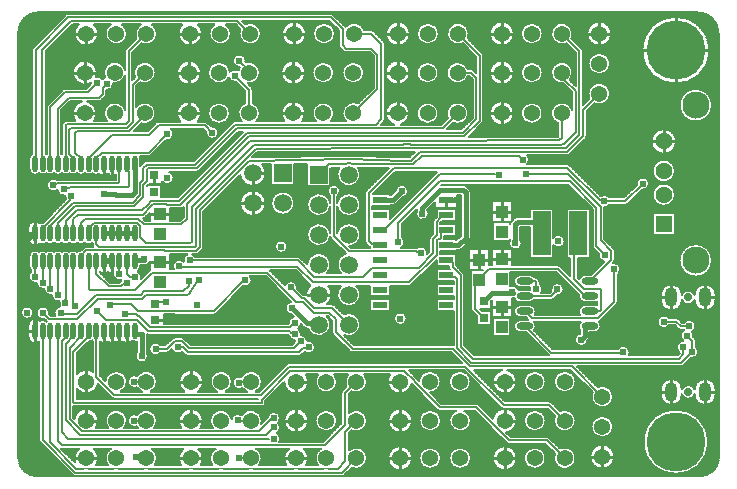
<source format=gbl>
G04*
G04 #@! TF.GenerationSoftware,Altium Limited,Altium Designer,22.5.1 (42)*
G04*
G04 Layer_Physical_Order=4*
G04 Layer_Color=16711680*
%FSLAX25Y25*%
%MOIN*%
G70*
G04*
G04 #@! TF.SameCoordinates,6DAD0714-FCB9-4B36-A7BF-7B223F3C5BEE*
G04*
G04*
G04 #@! TF.FilePolarity,Positive*
G04*
G01*
G75*
%ADD10C,0.01000*%
%ADD12C,0.00600*%
%ADD13C,0.00500*%
%ADD16R,0.03937X0.04331*%
%ADD17R,0.03000X0.03000*%
%ADD49C,0.01500*%
%ADD50C,0.05906*%
%ADD51R,0.05906X0.05906*%
%ADD52R,0.05906X0.05906*%
%ADD53C,0.02795*%
%ADD54O,0.04331X0.06299*%
%ADD55C,0.19685*%
%ADD56C,0.05394*%
%ADD57R,0.05622X0.05622*%
%ADD58C,0.05622*%
%ADD59C,0.09055*%
%ADD60C,0.02400*%
%ADD76O,0.01772X0.05512*%
%ADD77R,0.04724X0.02362*%
%ADD78O,0.05512X0.02362*%
%ADD79R,0.05906X0.14567*%
D10*
X220500Y143500D02*
Y154342D01*
X191303Y149000D02*
X195000D01*
X198697D01*
X195000D02*
Y152697D01*
Y145303D02*
Y149000D01*
X220500Y143500D02*
X231343D01*
X209658D02*
X220500D01*
Y132658D02*
Y143500D01*
X216500Y109248D02*
Y113059D01*
X220311D01*
X216500D02*
Y116870D01*
X212689Y113059D02*
X216500D01*
X162500Y145303D02*
Y149000D01*
X166197D01*
X162500D02*
Y152697D01*
X158803Y149000D02*
X162500D01*
Y136000D02*
X166197D01*
X162500Y132303D02*
Y136000D01*
Y122500D02*
Y126197D01*
Y136000D02*
Y139697D01*
X158803Y136000D02*
X162500D01*
Y118803D02*
Y122500D01*
X166197D01*
X158803D02*
X162500D01*
X124178Y149000D02*
X127875D01*
X131572D01*
X127875D02*
Y152697D01*
Y145303D02*
Y149000D01*
X127750Y136000D02*
X131447D01*
X127750D02*
Y139697D01*
X124053Y136000D02*
X127750D01*
Y132303D02*
Y136000D01*
Y122500D02*
Y126197D01*
X124053Y122500D02*
X127750D01*
X131447D01*
X162500Y89693D02*
Y92858D01*
Y89693D02*
X165469D01*
X159531D02*
X162500D01*
X144047Y91319D02*
Y93500D01*
X147409D01*
X162500Y86528D02*
Y89693D01*
X230283Y61075D02*
X233449D01*
X230283D02*
Y65224D01*
X219024Y61075D02*
Y65224D01*
X215858Y61075D02*
X219024D01*
X230283Y56925D02*
Y61075D01*
X219024Y56925D02*
Y61075D01*
X230283Y29579D02*
Y33728D01*
Y29579D02*
X233449D01*
X219024D02*
Y33728D01*
X215858Y29579D02*
X219024D01*
X230283Y25429D02*
Y29579D01*
X219024Y25429D02*
Y29579D01*
X196000Y8000D02*
X199697D01*
X196000D02*
Y11697D01*
X192303Y8000D02*
X196000D01*
Y4303D02*
Y8000D01*
X162500Y73847D02*
Y77012D01*
X159531Y73847D02*
X162500D01*
X165469D01*
X155000Y73693D02*
Y76858D01*
X152032Y73693D02*
X155000D01*
X157968D01*
X155000Y70528D02*
Y73693D01*
X162500Y58000D02*
X165469D01*
X159531D02*
X162500D01*
Y54835D02*
Y58000D01*
X163500Y33000D02*
X167197D01*
X159803D02*
X163500D01*
Y29303D02*
Y33000D01*
Y20000D02*
Y23697D01*
Y20000D02*
X167197D01*
X159803Y7500D02*
X163500D01*
Y3803D02*
Y7500D01*
X167197D01*
X163500D02*
Y11197D01*
X128500Y29303D02*
Y33000D01*
X124803D02*
X128500D01*
X128625Y7500D02*
Y11197D01*
Y20000D02*
Y23697D01*
X124928Y20000D02*
X128625D01*
X132322D01*
X128625Y16303D02*
Y20000D01*
X124928Y7500D02*
X128625D01*
X132322D01*
X128625Y3803D02*
Y7500D01*
X93250Y149000D02*
Y152697D01*
Y149000D02*
X96947D01*
X89553D02*
X93250D01*
Y145303D02*
Y149000D01*
X93000Y136000D02*
X96697D01*
X93000D02*
Y139697D01*
X89303Y136000D02*
X93000D01*
Y132303D02*
Y136000D01*
Y122500D02*
X96697D01*
X93000D02*
Y126197D01*
X89303Y122500D02*
X93000D01*
X79500Y102500D02*
X83453D01*
X79500Y98547D02*
Y102500D01*
Y92500D02*
Y96453D01*
Y88547D02*
Y92500D01*
X75547D02*
X79500D01*
X83453D01*
X58625Y149000D02*
X62322D01*
X54928D02*
X58625D01*
Y145303D02*
Y149000D01*
X54553Y136000D02*
X58250D01*
X61947D01*
X58250D02*
Y139697D01*
Y132303D02*
Y136000D01*
Y122500D02*
Y126197D01*
X24000Y149000D02*
X27697D01*
X20303D02*
X24000D01*
Y145303D02*
Y149000D01*
X23500Y136000D02*
Y139697D01*
Y136000D02*
X27197D01*
X19803D02*
X23500D01*
Y132303D02*
Y136000D01*
X54553Y122500D02*
X58250D01*
X61947D01*
X46500Y99256D02*
Y101756D01*
X29898Y101858D02*
Y105614D01*
X32457Y101858D02*
Y105614D01*
X45531Y89000D02*
X48500D01*
X51468D01*
X23500Y122500D02*
X27197D01*
X19803D02*
X23500D01*
X6866Y82386D02*
Y86142D01*
X4980Y82386D02*
X6866D01*
X101500Y62000D02*
X105453D01*
X97547D02*
X101500D01*
X94000Y33000D02*
X97697D01*
X94000Y29303D02*
Y33000D01*
Y20000D02*
Y23697D01*
X90303Y20000D02*
X94000D01*
X97697D01*
X94000Y16303D02*
Y20000D01*
X90303Y7500D02*
X94000D01*
X97697D01*
X45531Y73000D02*
X48500D01*
X51468D01*
X47000Y53500D02*
X49500D01*
X32457Y69358D02*
Y73114D01*
X29898Y69358D02*
Y73114D01*
X35016Y46130D02*
Y49886D01*
X32457Y46130D02*
Y49886D01*
X37575Y46130D02*
Y49886D01*
X29898Y46130D02*
Y49886D01*
X6866Y78630D02*
Y82386D01*
Y49886D02*
Y53642D01*
X4980Y49886D02*
X6866D01*
Y46130D02*
Y49886D01*
X59000Y33000D02*
X62697D01*
X59000D02*
Y36697D01*
X55303Y33000D02*
X59000D01*
X58875Y20000D02*
Y23697D01*
Y20000D02*
X62572D01*
X55178D02*
X58875D01*
X55178Y7500D02*
X58875D01*
X62572D01*
X24000Y33000D02*
Y36697D01*
Y29303D02*
Y33000D01*
Y20000D02*
Y23697D01*
Y20000D02*
X27697D01*
X24000Y7500D02*
X27697D01*
X20303D02*
X24000D01*
X37575Y46130D02*
Y49886D01*
X35016Y46130D02*
Y49886D01*
X32457Y46130D02*
Y49886D01*
X29898Y46130D02*
Y49886D01*
X32457Y101858D02*
Y105614D01*
X29898Y101858D02*
Y105614D01*
D12*
X234600Y149606D02*
G03*
X234821Y148852I1400J0D01*
G01*
X234600Y149606D02*
G03*
X228126Y156080I-6474J0D01*
G01*
X198997Y149000D02*
G03*
X198997Y149000I-3997J0D01*
G01*
X231643Y143500D02*
G03*
X231643Y143500I-11142J0D01*
G01*
X232597Y125146D02*
G03*
X232597Y125146I-5428J0D01*
G01*
D02*
G03*
X232597Y125146I-5428J0D01*
G01*
X198597Y139000D02*
G03*
X198597Y139000I-3597J0D01*
G01*
Y129000D02*
G03*
X191754Y127451I-3597J0D01*
G01*
X193451Y125754D02*
G03*
X198597Y129000I1549J3246D01*
G01*
X189558Y143142D02*
G03*
X189207Y143990I-1200J0D01*
G01*
X189558Y143142D02*
G03*
X189207Y143990I-1200J0D01*
G01*
X185746Y147451D02*
G03*
X186097Y149000I-3246J1549D01*
G01*
D02*
G03*
X184049Y145754I-3597J0D01*
G01*
X176097Y149000D02*
G03*
X176097Y149000I-3597J0D01*
G01*
X186097Y136000D02*
G03*
X182918Y132428I-3597J0D01*
G01*
X185160Y133579D02*
G03*
X186097Y136000I-2660J2421D01*
G01*
X185958Y123488D02*
G03*
X181300Y119109I-3458J-988D01*
G01*
X176097Y136000D02*
G03*
X176097Y136000I-3597J0D01*
G01*
Y122500D02*
G03*
X176097Y122500I-3597J0D01*
G01*
X220611Y113059D02*
G03*
X220611Y113059I-4111J0D01*
G01*
X220211Y103217D02*
G03*
X220211Y103217I-3711J0D01*
G01*
X211600Y99000D02*
G03*
X207433Y98630I-2100J0D01*
G01*
X209130Y96933D02*
G03*
X211600Y99000I370J2067D01*
G01*
X198307Y94430D02*
G03*
X195441Y94865I-1661J-1285D01*
G01*
X203730Y92030D02*
G03*
X204578Y92381I0J1200D01*
G01*
X220211Y95342D02*
G03*
X220211Y95342I-3711J0D01*
G01*
X203730Y92030D02*
G03*
X204578Y92381I0J1200D01*
G01*
X196659Y91045D02*
G03*
X198424Y92030I-14J2100D01*
G01*
X200182Y76547D02*
G03*
X199830Y77395I-1200J0D01*
G01*
X200182Y76547D02*
G03*
X199830Y77395I-1200J0D01*
G01*
X192848Y78181D02*
G03*
X193199Y77332I1200J0D01*
G01*
X192848Y78181D02*
G03*
X193199Y77332I1200J0D01*
G01*
X190407Y114015D02*
G03*
X190758Y114863I-848J848D01*
G01*
X190407Y114015D02*
G03*
X190758Y114863I-848J848D01*
G01*
X184303Y108408D02*
G03*
X185152Y108760I0J1200D01*
G01*
X185213Y105093D02*
G03*
X184365Y105444I-848J-848D01*
G01*
X185213Y105093D02*
G03*
X184365Y105444I-848J-848D01*
G01*
X184303Y108408D02*
G03*
X185152Y108760I0J1200D01*
G01*
X183466Y79812D02*
G03*
X179648Y81020I-2100J0D01*
G01*
Y78605D02*
G03*
X183466Y79812I1718J1208D01*
G01*
X166497Y149000D02*
G03*
X166497Y149000I-3997J0D01*
G01*
X156400Y141675D02*
G03*
X156049Y142524I-1200J0D01*
G01*
X151472Y149000D02*
G03*
X149424Y145754I-3597J0D01*
G01*
X151121Y147451D02*
G03*
X151472Y149000I-3246J1549D01*
G01*
X156400Y141675D02*
G03*
X156049Y142524I-1200J0D01*
G01*
X153080Y136848D02*
G03*
X152231Y137200I-848J-848D01*
G01*
X153080Y136848D02*
G03*
X152231Y137200I-848J-848D01*
G01*
X166497Y122500D02*
G03*
X166497Y122500I-3997J0D01*
G01*
Y136000D02*
G03*
X166497Y136000I-3997J0D01*
G01*
X151141Y137200D02*
G03*
X151141Y134800I-3391J-1200D01*
G01*
X151347Y122500D02*
G03*
X144504Y120951I-3597J0D01*
G01*
X146201Y119254D02*
G03*
X151347Y122500I1549J3246D01*
G01*
X141472Y149000D02*
G03*
X141472Y149000I-3597J0D01*
G01*
X119813Y149848D02*
G03*
X118964Y150200I-848J-848D01*
G01*
X119813Y149848D02*
G03*
X118964Y150200I-848J-848D01*
G01*
X131872Y149000D02*
G03*
X131872Y149000I-3997J0D01*
G01*
X123477Y145687D02*
G03*
X123125Y146536I-1200J0D01*
G01*
X123477Y145687D02*
G03*
X123125Y146536I-1200J0D01*
G01*
X141347Y136000D02*
G03*
X141347Y136000I-3597J0D01*
G01*
Y122500D02*
G03*
X141347Y122500I-3597J0D01*
G01*
X131747Y136000D02*
G03*
X131747Y136000I-3997J0D01*
G01*
Y122500D02*
G03*
X126511Y118700I-3997J0D01*
G01*
X128989D02*
G03*
X131747Y122500I-1239J3800D01*
G01*
X171600Y107000D02*
G03*
X171058Y108408I-2100J0D01*
G01*
X170911Y105444D02*
G03*
X171600Y107000I-1411J1556D01*
G01*
X167880Y87998D02*
G03*
X166713Y87515I0J-1650D01*
G01*
X167880Y87998D02*
G03*
X166713Y87515I0J-1650D01*
G01*
X156049Y119121D02*
G03*
X156400Y119970I-848J848D01*
G01*
X156049Y119121D02*
G03*
X156400Y119970I-848J848D01*
G01*
X152148Y96121D02*
G03*
X151664Y97288I-1650J0D01*
G01*
X152148Y96121D02*
G03*
X151664Y97288I-1650J0D01*
G01*
X150786Y98167D02*
G03*
X149619Y98650I-1167J-1167D01*
G01*
X150786Y98167D02*
G03*
X149619Y98650I-1167J-1167D01*
G01*
X165769Y86567D02*
G03*
X165535Y86228I1232J-1097D01*
G01*
X165769Y86567D02*
G03*
X165535Y86228I1232J-1097D01*
G01*
D02*
G03*
X165368Y85710I1465J-758D01*
G01*
X165535Y86228D02*
G03*
X165368Y85710I1465J-758D01*
G01*
X165351Y80371D02*
G03*
X165086Y79935I1650J-1299D01*
G01*
D02*
G03*
X169101Y79072I1915J-862D01*
G01*
D02*
G03*
X168651Y80371I-2100J0D01*
G01*
X151664Y79831D02*
G03*
X152148Y80998I-1167J1167D01*
G01*
X151664Y79831D02*
G03*
X152148Y80998I-1167J1167D01*
G01*
X148000Y76850D02*
G03*
X149167Y77333I0J1650D01*
G01*
X148000Y76850D02*
G03*
X149167Y77333I0J1650D01*
G01*
X129972Y109639D02*
G03*
X130304Y109688I-4J1200D01*
G01*
X123125Y119556D02*
G03*
X123477Y120405I-848J848D01*
G01*
X123125Y119556D02*
G03*
X123477Y120405I-848J848D01*
G01*
X131467Y109688D02*
G03*
X131804Y109639I337J1152D01*
G01*
X131467Y109688D02*
G03*
X131804Y109639I337J1152D01*
G01*
X129969Y109639D02*
G03*
X130304Y109688I-1J1200D01*
G01*
X131293Y96500D02*
G03*
X127108Y96748I-2100J0D01*
G01*
X129441Y94415D02*
G03*
X131293Y96500I-248J2085D01*
G01*
X126193Y91850D02*
G03*
X127360Y92333I0J1650D01*
G01*
X126193Y91850D02*
G03*
X127360Y92333I0J1650D01*
G01*
X139936Y87064D02*
G03*
X139585Y86215I848J-848D01*
G01*
X139936Y87064D02*
G03*
X139585Y86215I848J-848D01*
G01*
X143248Y80581D02*
G03*
X143301Y80933I-1147J351D01*
G01*
X143248Y80581D02*
G03*
X143301Y80933I-1147J351D01*
G01*
X138736Y81400D02*
G03*
X138385Y80551I848J-848D01*
G01*
X138736Y81400D02*
G03*
X138385Y80551I848J-848D01*
G01*
X138100Y89000D02*
G03*
X137665Y90279I-2100J0D01*
G01*
X134350Y90299D02*
G03*
X138100Y89000I1650J-1299D01*
G01*
X130100Y79500D02*
G03*
X129200Y81223I-2100J0D01*
G01*
X128934Y77619D02*
G03*
X130100Y79500I-934J1881D01*
G01*
X118241Y78004D02*
G03*
X118738Y77705I848J848D01*
G01*
X118241Y78004D02*
G03*
X118738Y77705I848J848D01*
G01*
X232597Y73413D02*
G03*
X232597Y73413I-5428J0D01*
G01*
D02*
G03*
X232597Y73413I-5428J0D01*
G01*
X233749Y62059D02*
G03*
X226818Y62059I-3465J0D01*
G01*
X222489D02*
G03*
X215558Y62059I-3465J0D01*
G01*
X201200Y68777D02*
G03*
X202100Y70500I-1200J1723D01*
G01*
X226818Y61845D02*
G03*
X222489Y61845I-2165J-771D01*
G01*
X226818D02*
G03*
X222489Y61845I-2165J-771D01*
G01*
X226818Y60091D02*
G03*
X233749Y60091I3465J0D01*
G01*
X227231Y46587D02*
G03*
X226880Y47435I-1200J0D01*
G01*
X227231Y46587D02*
G03*
X226880Y47435I-1200J0D01*
G01*
X225942Y49623D02*
G03*
X227100Y51500I-942J1877D01*
G01*
X222489Y60304D02*
G03*
X226818Y60304I2165J771D01*
G01*
X222489D02*
G03*
X226818Y60304I2165J771D01*
G01*
X215558Y60091D02*
G03*
X222489Y60091I3465J0D01*
G01*
X218223Y54200D02*
G03*
X218223Y51800I-1723J-1200D01*
G01*
X200849Y58821D02*
G03*
X201200Y59670I-848J848D01*
G01*
X200849Y58821D02*
G03*
X201200Y59670I-848J848D01*
G01*
X227100Y51500D02*
G03*
X223277Y52700I-2100J0D01*
G01*
X226354Y47960D02*
G03*
X226387Y48331I-2067J370D01*
G01*
D02*
G03*
X225942Y49623I-2100J0D01*
G01*
X223345Y50207D02*
G03*
X223101Y46598I942J-1877D01*
G01*
X221588Y53848D02*
G03*
X220739Y54200I-848J-848D01*
G01*
X221588Y53848D02*
G03*
X220739Y54200I-848J-848D01*
G01*
X221391Y50652D02*
G03*
X222239Y50300I848J848D01*
G01*
X223101Y46598D02*
G03*
X221800Y42777I-101J-2098D01*
G01*
X221391Y50652D02*
G03*
X222239Y50300I848J848D01*
G01*
X194858Y75674D02*
G03*
X196656Y73026I2024J-559D01*
G01*
X199830Y72806D02*
G03*
X200182Y73655I-848J848D01*
G01*
X199830Y72806D02*
G03*
X200182Y73655I-848J848D01*
G01*
X202100Y70500D02*
G03*
X199582Y72558I-2100J0D01*
G01*
X190252Y68581D02*
G03*
X188296Y67210I0J-2081D01*
G01*
X182014Y71435D02*
G03*
X181165Y71787I-848J-848D01*
G01*
X182014Y71435D02*
G03*
X181165Y71787I-848J-848D01*
G01*
X180851Y61654D02*
G03*
X183132Y63746I181J2092D01*
G01*
D02*
G03*
X179004Y63201I-2100J0D01*
G01*
X193402Y59419D02*
G03*
X194285Y59616I0J2081D01*
G01*
X194829Y53015D02*
G03*
X195347Y53320I-330J1154D01*
G01*
X194285Y58384D02*
G03*
X193402Y58581I-883J-1884D01*
G01*
X194829Y53015D02*
G03*
X195347Y53320I-330J1154D01*
G01*
X195483Y51500D02*
G03*
X194829Y53015I-2081J0D01*
G01*
X193402Y49419D02*
G03*
X195483Y51500I0J2081D01*
G01*
X188201Y61854D02*
G03*
X190252Y59419I2051J-354D01*
G01*
X188777Y52969D02*
G03*
X188437Y50482I1475J-1469D01*
G01*
X190252Y58581D02*
G03*
X188505Y55369I0J-2081D01*
G01*
X191254Y46920D02*
G03*
X191737Y48087I-1167J1167D01*
G01*
X191254Y46920D02*
G03*
X191737Y48087I-1167J1167D01*
G01*
X188437Y49023D02*
G03*
X191085Y46752I563J-2023D01*
G01*
X228100Y43000D02*
G03*
X227231Y44701I-2100J0D01*
G01*
X225630Y40933D02*
G03*
X228100Y43000I370J2067D01*
G01*
X233749Y30563D02*
G03*
X226818Y30563I-3465J0D01*
G01*
X222355Y38155D02*
G03*
X223203Y38506I0J1200D01*
G01*
X222355Y38155D02*
G03*
X223203Y38506I0J1200D01*
G01*
X226818Y30349D02*
G03*
X222489Y30349I-2165J-771D01*
G01*
X226818D02*
G03*
X222489Y30349I-2165J-771D01*
G01*
Y30563D02*
G03*
X215558Y30563I-3465J0D01*
G01*
X205100Y42756D02*
G03*
X201220Y43870I-2100J0D01*
G01*
X204897Y41856D02*
G03*
X205100Y42756I-1897J900D01*
G01*
X222489Y28808D02*
G03*
X226818Y28808I2165J771D01*
G01*
X222489D02*
G03*
X226818Y28808I2165J771D01*
G01*
X228346Y1400D02*
G03*
X234821Y7869I0J6474D01*
G01*
X226818Y28594D02*
G03*
X233749Y28594I3465J0D01*
G01*
X215558D02*
G03*
X222489Y28594I3465J0D01*
G01*
X231242Y13000D02*
G03*
X231242Y13000I-10742J0D01*
G01*
X199597Y28000D02*
G03*
X194451Y31246I-3597J0D01*
G01*
X192754Y29549D02*
G03*
X199597Y28000I3246J-1549D01*
G01*
X187097Y33000D02*
G03*
X187097Y33000I-3597J0D01*
G01*
X199597Y18000D02*
G03*
X199597Y18000I-3597J0D01*
G01*
X199997Y8000D02*
G03*
X199997Y8000I-3997J0D01*
G01*
X187097Y20000D02*
G03*
X181951Y23246I-3597J0D01*
G01*
X187097Y7500D02*
G03*
X181951Y10746I-3597J0D01*
G01*
X180254Y21549D02*
G03*
X187097Y20000I3246J-1549D01*
G01*
X180254Y9049D02*
G03*
X187097Y7500I3246J-1549D01*
G01*
X174424Y67348D02*
G03*
X173575Y67700I-848J-848D01*
G01*
X174424Y67348D02*
G03*
X173575Y67700I-848J-848D01*
G01*
X176100Y64000D02*
G03*
X175200Y65723I-2100J0D01*
G01*
Y66075D02*
G03*
X174848Y66924I-1200J0D01*
G01*
X175200Y66075D02*
G03*
X174848Y66924I-1200J0D01*
G01*
X168598Y68581D02*
G03*
X168598Y64419I0J-2081D01*
G01*
X173448Y67700D02*
G03*
X171748Y68581I-1700J-1200D01*
G01*
X168038Y63504D02*
G03*
X165368Y65003I-2039J-504D01*
G01*
X179000Y60300D02*
G03*
X179849Y60651I0J1200D01*
G01*
X179000Y60300D02*
G03*
X179849Y60651I0J1200D01*
G01*
X175649Y62700D02*
G03*
X176100Y64000I-1649J1300D01*
G01*
X171944Y64428D02*
G03*
X171944Y63572I2056J-428D01*
G01*
X166600Y60918D02*
G03*
X168598Y59419I1998J582D01*
G01*
Y63581D02*
G03*
X168038Y63504I0J-2081D01*
G01*
X166130Y60850D02*
G03*
X166600Y60918I0J1650D01*
G01*
X173829Y56500D02*
G03*
X171748Y58581I-2081J0D01*
G01*
Y59419D02*
G03*
X173448Y60300I0J2081D01*
G01*
X173495Y55369D02*
G03*
X173829Y56500I-1747J1132D01*
G01*
X168598Y58581D02*
G03*
X168598Y54419I0J-2081D01*
G01*
Y53581D02*
G03*
X168598Y49419I0J-2081D01*
G01*
X173279Y50091D02*
G03*
X173829Y51500I-1531J1409D01*
G01*
D02*
G03*
X173223Y52969I-2081J0D01*
G01*
X167497Y33000D02*
G03*
X164303Y36915I-3997J0D01*
G01*
X152265Y57279D02*
G03*
X152616Y56431I1200J0D01*
G01*
X152265Y57279D02*
G03*
X152616Y56431I1200J0D01*
G01*
X150046Y68518D02*
G03*
X149694Y69366I-1200J0D01*
G01*
X150046Y68518D02*
G03*
X149694Y69366I-1200J0D01*
G01*
X144909Y71254D02*
G03*
X145116Y70581I1200J0D01*
G01*
X144909Y71254D02*
G03*
X145116Y70581I1200J0D01*
G01*
X137600Y76000D02*
G03*
X134162Y77619I-2100J0D01*
G01*
X137533Y75472D02*
G03*
X137600Y76000I-2033J528D01*
G01*
X131520Y64865D02*
G03*
X132368Y65217I0J1200D01*
G01*
X131520Y64865D02*
G03*
X132368Y65217I0J1200D01*
G01*
X146446Y45082D02*
G03*
X146099Y45133I-347J-1149D01*
G01*
X146446Y45082D02*
G03*
X146099Y45133I-347J-1149D01*
G01*
X130793Y54000D02*
G03*
X130793Y54000I-2100J0D01*
G01*
X177097Y33000D02*
G03*
X177097Y33000I-3597J0D01*
G01*
X162698Y36915D02*
G03*
X167497Y33000I802J-3915D01*
G01*
X179140Y26057D02*
G03*
X178291Y26409I-848J-848D01*
G01*
X179140Y26057D02*
G03*
X178291Y26409I-848J-848D01*
G01*
X162278Y24360D02*
G03*
X163126Y24009I848J848D01*
G01*
X162278Y24360D02*
G03*
X163126Y24009I848J848D01*
G01*
X154852Y25348D02*
G03*
X154003Y25700I-848J-848D01*
G01*
X154852Y25348D02*
G03*
X154003Y25700I-848J-848D01*
G01*
X178385Y14312D02*
G03*
X177536Y14664I-848J-848D01*
G01*
X178385Y14312D02*
G03*
X177536Y14664I-848J-848D01*
G01*
X177097Y20000D02*
G03*
X177097Y20000I-3597J0D01*
G01*
Y7500D02*
G03*
X177097Y7500I-3597J0D01*
G01*
X167497Y20000D02*
G03*
X159555Y20645I-3997J0D01*
G01*
X164067Y16044D02*
G03*
X167497Y20000I-567J3957D01*
G01*
X158827Y17979D02*
G03*
X159055Y17662I1076J531D01*
G01*
X158827Y17979D02*
G03*
X159055Y17662I1076J531D01*
G01*
X164101Y12615D02*
G03*
X164950Y12264I848J848D01*
G01*
X164101Y12615D02*
G03*
X164950Y12264I848J848D01*
G01*
X167497Y7500D02*
G03*
X167497Y7500I-3997J0D01*
G01*
X152097Y33000D02*
G03*
X152097Y33000I-3597J0D01*
G01*
X142097D02*
G03*
X134909Y33202I-3597J0D01*
G01*
X138701Y29409D02*
G03*
X142097Y33000I-201J3591D01*
G01*
X134635Y33475D02*
G03*
X134348Y33935I-1135J-388D01*
G01*
X134635Y33475D02*
G03*
X134348Y33935I-1135J-388D01*
G01*
X125302Y35397D02*
G03*
X132443Y32345I3198J-2397D01*
G01*
D02*
G03*
X132651Y32065I1057J568D01*
G01*
X132443Y32345D02*
G03*
X132651Y32065I1057J568D01*
G01*
X141065Y23652D02*
G03*
X141913Y23300I848J848D01*
G01*
X141065Y23652D02*
G03*
X141913Y23300I848J848D01*
G01*
X152222Y20000D02*
G03*
X150056Y23300I-3597J0D01*
G01*
X152222Y7500D02*
G03*
X152222Y7500I-3597J0D01*
G01*
X147194Y23300D02*
G03*
X152222Y20000I1431J-3300D01*
G01*
X142222Y7500D02*
G03*
X142222Y7500I-3597J0D01*
G01*
Y20000D02*
G03*
X142222Y20000I-3597J0D01*
G01*
X132622D02*
G03*
X132622Y20000I-3997J0D01*
G01*
Y7500D02*
G03*
X132622Y7500I-3997J0D01*
G01*
X116641Y150200D02*
G03*
X110427Y151229I-3391J-1200D01*
G01*
X108215Y145085D02*
G03*
X108567Y144236I1200J0D01*
G01*
X108215Y145085D02*
G03*
X108567Y144236I1200J0D01*
G01*
X109663Y143139D02*
G03*
X110512Y142788I848J848D01*
G01*
X109663Y143139D02*
G03*
X110512Y142788I848J848D01*
G01*
X106385Y155312D02*
G03*
X105537Y155663I-848J-848D01*
G01*
X106385Y155312D02*
G03*
X105537Y155663I-848J-848D01*
G01*
X106847Y149000D02*
G03*
X106847Y149000I-3597J0D01*
G01*
X97247D02*
G03*
X97247Y149000I-3997J0D01*
G01*
X116597Y136000D02*
G03*
X116597Y136000I-3597J0D01*
G01*
X106597D02*
G03*
X106597Y136000I-3597J0D01*
G01*
X114549Y125746D02*
G03*
X110515Y119900I-1549J-3246D01*
G01*
X105485D02*
G03*
X106597Y122500I-2485J2600D01*
G01*
X96997Y136000D02*
G03*
X96997Y136000I-3997J0D01*
G01*
X106597Y122500D02*
G03*
X100515Y119900I-3597J0D01*
G01*
X96036D02*
G03*
X96997Y122500I-3036J2600D01*
G01*
D02*
G03*
X89964Y119900I-3997J0D01*
G01*
X82222Y149000D02*
G03*
X77076Y152246I-3597J0D01*
G01*
X75379Y150549D02*
G03*
X82222Y149000I3246J-1549D01*
G01*
X77067Y139630D02*
G03*
X77100Y140000I-2067J370D01*
G01*
X72222Y149000D02*
G03*
X70510Y152063I-3597J0D01*
G01*
X66740D02*
G03*
X72222Y149000I1885J-3063D01*
G01*
X79450Y130250D02*
G03*
X79098Y131098I-1200J0D01*
G01*
X77760Y132437D02*
G03*
X81847Y136000I490J3563D01*
G01*
X77100Y140000D02*
G03*
X75202Y137910I-2100J0D01*
G01*
X81847Y136000D02*
G03*
X77244Y139453I-3597J0D01*
G01*
X79450Y130250D02*
G03*
X79098Y131098I-1200J0D01*
G01*
X81847Y122500D02*
G03*
X79450Y125891I-3597J0D01*
G01*
X77050D02*
G03*
X75765Y119900I1200J-3391D01*
G01*
X75202Y137910D02*
G03*
X74723Y136707I3048J-1910D01*
G01*
D02*
G03*
X71836Y136281I-1223J-1707D01*
G01*
X71482Y134421D02*
G03*
X73870Y132933I2018J579D01*
G01*
X71836Y136281D02*
G03*
X71482Y134421I-3586J-281D01*
G01*
X71847Y122500D02*
G03*
X71847Y122500I-3597J0D01*
G01*
X115353Y102000D02*
G03*
X114600Y104288I-3853J0D01*
G01*
X108400D02*
G03*
X115353Y102000I3100J-2288D01*
G01*
X117363Y96755D02*
G03*
X117012Y95907I848J-848D01*
G01*
X117363Y96755D02*
G03*
X117012Y95907I848J-848D01*
G01*
X108600Y96500D02*
G03*
X105353Y98259I-2100J0D01*
G01*
X107700Y94777D02*
G03*
X108600Y96500I-1200J1723D01*
G01*
X107700Y91365D02*
G03*
X115353Y92000I3800J635D01*
G01*
D02*
G03*
X107700Y92635I-3853J0D01*
G01*
X115353Y82000D02*
G03*
X107700Y82635I-3853J0D01*
G01*
X105198Y98147D02*
G03*
X105300Y94777I1302J-1647D01*
G01*
Y92635D02*
G03*
X105300Y91365I-3800J-635D01*
G01*
X93353Y92500D02*
G03*
X93353Y92500I-3853J0D01*
G01*
X80735Y119900D02*
G03*
X81847Y122500I-2485J2600D01*
G01*
X73628Y119900D02*
G03*
X72780Y119548I0J-1200D01*
G01*
X73628Y119900D02*
G03*
X72780Y119548I0J-1200D01*
G01*
X68100Y116000D02*
G03*
X65630Y118067I-2100J0D01*
G01*
X63933Y116370D02*
G03*
X68100Y116000I2067J-370D01*
G01*
X83753Y102500D02*
G03*
X82610Y105401I-4253J0D01*
G01*
X75292Y101888D02*
G03*
X83753Y102500I4208J612D01*
G01*
Y92500D02*
G03*
X83753Y92500I-4253J0D01*
G01*
X62622Y149000D02*
G03*
X61192Y152063I-3997J0D01*
G01*
X56058D02*
G03*
X62622Y149000I2567J-3063D01*
G01*
X47597D02*
G03*
X45885Y152063I-3597J0D01*
G01*
X42451Y145754D02*
G03*
X47597Y149000I1549J3246D01*
G01*
X42115Y152063D02*
G03*
X40754Y147451I1885J-3063D01*
G01*
X37597Y149000D02*
G03*
X35885Y152063I-3597J0D01*
G01*
X32115D02*
G03*
X37597Y149000I1885J-3063D01*
G01*
X37331Y144028D02*
G03*
X36980Y143180I848J-848D01*
G01*
X37331Y144028D02*
G03*
X36980Y143180I848J-848D01*
G01*
X62247Y136000D02*
G03*
X62247Y136000I-3997J0D01*
G01*
X41951Y132754D02*
G03*
X47097Y136000I1549J3246D01*
G01*
D02*
G03*
X40254Y134451I-3597J0D01*
G01*
X62247Y122500D02*
G03*
X55398Y119700I-3997J0D01*
G01*
X47097Y122500D02*
G03*
X40648Y124691I-3597J0D01*
G01*
X36980Y136911D02*
G03*
X30314Y134330I-3480J-911D01*
G01*
X33015Y132436D02*
G03*
X36980Y135089I485J3564D01*
G01*
X30632Y130238D02*
G03*
X33018Y132318I286J2080D01*
G01*
X27224Y134549D02*
G03*
X27497Y136000I-3724J1451D01*
G01*
X30314Y134330D02*
G03*
X29375Y133743I604J-2011D01*
G01*
D02*
G03*
X27224Y134549I-1693J-1243D01*
G01*
X30281Y127985D02*
G03*
X30632Y128833I-848J848D01*
G01*
X30281Y127985D02*
G03*
X30632Y128833I-848J848D01*
G01*
X36980Y123411D02*
G03*
X30872Y120044I-3480J-911D01*
G01*
X28209Y126410D02*
G03*
X29057Y126761I0J1200D01*
G01*
X28209Y126410D02*
G03*
X29057Y126761I0J1200D01*
G01*
X27997Y149000D02*
G03*
X26567Y152063I-3997J0D01*
G01*
X21433D02*
G03*
X27997Y149000I2567J-3063D01*
G01*
X18052Y155663D02*
G03*
X17204Y155312I0J-1200D01*
G01*
X18052Y155663D02*
G03*
X17204Y155312I0J-1200D01*
G01*
X7874Y156100D02*
G03*
X1400Y149626I0J-6474D01*
G01*
X6260Y144368D02*
G03*
X5909Y143520I848J-848D01*
G01*
X6260Y144368D02*
G03*
X5909Y143520I848J-848D01*
G01*
X27497Y136000D02*
G03*
X25585Y132590I-3997J0D01*
G01*
Y132590D02*
G03*
X25596Y132263I2098J-90D01*
G01*
X27497Y122500D02*
G03*
X24329Y126410I-3997J0D01*
G01*
X22671D02*
G03*
X20346Y120044I829J-3910D01*
G01*
X17000Y130700D02*
G03*
X16151Y130349I0J-1200D01*
G01*
X17000Y130700D02*
G03*
X16151Y130349I0J-1200D01*
G01*
X64349Y119349D02*
G03*
X63500Y119700I-848J-848D01*
G01*
X64349Y119349D02*
G03*
X63500Y119700I-848J-848D01*
G01*
X61102D02*
G03*
X62247Y122500I-2852J2800D01*
G01*
X42420Y119069D02*
G03*
X47097Y122500I1080J3431D01*
G01*
X48177Y119700D02*
G03*
X47328Y119349I0J-1200D01*
G01*
X48177Y119700D02*
G03*
X47328Y119349I0J-1200D01*
G01*
X53100Y115500D02*
G03*
X52082Y117300I-2100J0D01*
G01*
X50630Y113433D02*
G03*
X53100Y115500I370J2067D01*
G01*
X44770Y108070D02*
G03*
X45619Y108422I0J1200D01*
G01*
X44770Y108070D02*
G03*
X45619Y108422I0J1200D01*
G01*
X41920Y107484D02*
G03*
X41821Y108070I-1786J0D01*
G01*
X60794Y102968D02*
G03*
X61642Y103320I0J1200D01*
G01*
X60794Y102968D02*
G03*
X61642Y103320I0J1200D01*
G01*
X55352Y90724D02*
G03*
X56200Y91075I0J1200D01*
G01*
X55352Y90724D02*
G03*
X56200Y91075I0J1200D01*
G01*
X44130Y106556D02*
G03*
X43282Y106204I0J-1200D01*
G01*
X44130Y106556D02*
G03*
X43282Y106204I0J-1200D01*
G01*
X53100Y101000D02*
G03*
X51733Y102968I-2100J0D01*
G01*
X49300Y99767D02*
G03*
X53100Y101000I1700J1233D01*
G01*
X31177Y101972D02*
G03*
X33816Y102032I1280J1772D01*
G01*
X28308Y102244D02*
G03*
X31177Y101972I1590J1500D01*
G01*
X42908Y87401D02*
G03*
X43693Y87751I-64J1198D01*
G01*
X42908Y87401D02*
G03*
X43693Y87751I-64J1198D01*
G01*
X26654Y120044D02*
G03*
X27497Y122500I-3153J2456D01*
G01*
X11136Y125333D02*
G03*
X10784Y124484I848J-848D01*
G01*
X11136Y125333D02*
G03*
X10784Y124484I848J-848D01*
G01*
X17466Y120044D02*
G03*
X16617Y119693I0J-1200D01*
G01*
X17466Y120044D02*
G03*
X16617Y119693I0J-1200D01*
G01*
X16254Y119329D02*
G03*
X15902Y118481I848J-848D01*
G01*
X16254Y119329D02*
G03*
X15902Y118481I848J-848D01*
G01*
X5909Y108992D02*
G03*
X5080Y107484I958J-1507D01*
G01*
X23500Y102498D02*
G03*
X26059Y102498I1280J1246D01*
G01*
X20941D02*
G03*
X23500Y102498I1280J1246D01*
G01*
X26059D02*
G03*
X28308Y102244I1280J1246D01*
G01*
X15823Y102498D02*
G03*
X18382Y102498I1280J1246D01*
G01*
D02*
G03*
X20941Y102498I1280J1246D01*
G01*
X13264D02*
G03*
X15823Y102498I1280J1246D01*
G01*
X10705D02*
G03*
X13264Y102498I1280J1246D01*
G01*
X13991Y100351D02*
G03*
X14404Y96938I-991J-1851D01*
G01*
D02*
G03*
X16900Y95000I2096J124D01*
G01*
D02*
G03*
X17275Y93803I2100J-0D01*
G01*
X8146Y102498D02*
G03*
X10705Y102498I1280J1246D01*
G01*
X5080Y103744D02*
G03*
X8146Y102498I1786J0D01*
G01*
X9512Y86040D02*
G03*
X8456Y85756I-87J-1784D01*
G01*
D02*
G03*
X4680Y84256I-1590J-1500D01*
G01*
X117012Y79730D02*
G03*
X117363Y78882I1200J0D01*
G01*
X117012Y79730D02*
G03*
X117363Y78882I1200J0D01*
G01*
X111600Y78149D02*
G03*
X115353Y82000I-100J3852D01*
G01*
X110607Y75748D02*
G03*
X108853Y69200I893J-3748D01*
G01*
X115353Y62000D02*
G03*
X114076Y64865I-3853J0D01*
G01*
X105308Y81414D02*
G03*
X105651Y80703I1192J138D01*
G01*
X105308Y81414D02*
G03*
X105651Y80703I1192J138D01*
G01*
X105300Y82635D02*
G03*
X105308Y81414I-3800J-635D01*
G01*
X105353Y72000D02*
G03*
X97648Y72049I-3853J0D01*
G01*
X104147Y69200D02*
G03*
X105353Y72000I-2647J2800D01*
G01*
X105753Y62000D02*
G03*
X104642Y64865I-4253J0D01*
G01*
X97249Y61890D02*
G03*
X96715Y62015I-533J-1075D01*
G01*
X97249Y61890D02*
G03*
X96715Y62015I-533J-1075D01*
G01*
X98733Y65229D02*
G03*
X97249Y61890I2767J-3229D01*
G01*
X108924Y64865D02*
G03*
X115353Y62000I2575J-2865D01*
G01*
Y52000D02*
G03*
X109760Y55437I-3853J0D01*
G01*
X109897Y48497D02*
G03*
X115353Y52000I1603J3503D01*
G01*
X111915Y43085D02*
G03*
X112763Y42733I848J848D01*
G01*
X111915Y43085D02*
G03*
X112763Y42733I848J848D01*
G01*
X106779Y58418D02*
G03*
X105930Y58770I-848J-848D01*
G01*
X106779Y58418D02*
G03*
X105930Y58770I-848J-848D01*
G01*
X104266D02*
G03*
X105753Y62000I-2766J3230D01*
G01*
X105353Y52000D02*
G03*
X104130Y54816I-3853J0D01*
G01*
X97846Y50779D02*
G03*
X105353Y52000I3654J1221D01*
G01*
X96404Y51262D02*
G03*
X97571Y50779I1167J1167D01*
G01*
X96404Y51262D02*
G03*
X97571Y50779I1167J1167D01*
G01*
X105953Y49543D02*
G03*
X106305Y48694I1200J0D01*
G01*
X105953Y49543D02*
G03*
X106305Y48694I1200J0D01*
G01*
X100306Y44543D02*
G03*
X97627Y46561I-2100J0D01*
G01*
X96782Y42999D02*
G03*
X100306Y44543I1424J1543D01*
G01*
X95349Y74348D02*
G03*
X94500Y74700I-848J-848D01*
G01*
X95349Y74348D02*
G03*
X94500Y74700I-848J-848D01*
G01*
X91100Y78000D02*
G03*
X91100Y78000I-2100J0D01*
G01*
X79100Y66741D02*
G03*
X78537Y68173I-2100J0D01*
G01*
X76377Y64736D02*
G03*
X79100Y66741I623J2005D01*
G01*
X94292Y64406D02*
G03*
X90214Y65111I-2100J0D01*
G01*
X94259Y64035D02*
G03*
X94292Y64406I-2067J370D01*
G01*
X95554Y48565D02*
G03*
X95600Y49000I-2054J435D01*
G01*
X97627Y46561D02*
G03*
X95554Y48565I-2098J-96D01*
G01*
X92337Y59594D02*
G03*
X92252Y55415I163J-2094D01*
G01*
X94661Y50750D02*
G03*
X95562Y52104I-1161J1750D01*
G01*
X95600Y49000D02*
G03*
X94661Y50750I-2100J0D01*
G01*
X93104Y54562D02*
G03*
X91410Y52300I396J-2062D01*
G01*
X91443Y48575D02*
G03*
X93474Y46900I2057J425D01*
G01*
D02*
G03*
X93453Y46150I2054J-435D01*
G01*
X94885Y41599D02*
G03*
X95733Y41950I0J1200D01*
G01*
X94885Y41599D02*
G03*
X95733Y41950I0J1200D01*
G01*
X66434Y55290D02*
G03*
X67283Y55642I0J1200D01*
G01*
X66434Y55290D02*
G03*
X67283Y55642I0J1200D01*
G01*
X91699Y39200D02*
G03*
X90851Y38849I0J-1200D01*
G01*
X91699Y39200D02*
G03*
X90851Y38849I0J-1200D01*
G01*
X82597Y33000D02*
G03*
X75753Y34547I-3597J0D01*
G01*
X72597Y33000D02*
G03*
X67569Y29700I-3597J0D01*
G01*
X117597Y33000D02*
G03*
X116682Y35397I-3597J0D01*
G01*
X112451Y29754D02*
G03*
X117597Y33000I1549J3246D01*
G01*
X111318Y35397D02*
G03*
X110754Y31451I2682J-2397D01*
G01*
X107597Y33000D02*
G03*
X106682Y35397I-3597J0D01*
G01*
X101318D02*
G03*
X107597Y33000I2682J-2397D01*
G01*
X97997D02*
G03*
X97198Y35397I-3997J0D01*
G01*
X109430Y30127D02*
G03*
X109079Y29278I848J-848D01*
G01*
X109430Y30127D02*
G03*
X109079Y29278I848J-848D01*
G01*
X117597Y7500D02*
G03*
X111566Y10148I-3597J0D01*
G01*
X112451Y16754D02*
G03*
X117597Y20000I1549J3246D01*
G01*
D02*
G03*
X111478Y22565I-3597J0D01*
G01*
X112451Y4254D02*
G03*
X117597Y7500I1549J3246D01*
G01*
X107597Y20000D02*
G03*
X107597Y20000I-3597J0D01*
G01*
X109106Y1406D02*
G03*
X109954Y1757I0J1200D01*
G01*
X109106Y1406D02*
G03*
X109954Y1757I0J1200D01*
G01*
X102237Y10635D02*
G03*
X101205Y5236I1763J-3135D01*
G01*
X97294D02*
G03*
X97997Y7500I-3294J2264D01*
G01*
X90008Y32811D02*
G03*
X97997Y33000I3992J189D01*
G01*
X80431Y29700D02*
G03*
X82597Y33000I-1431J3300D01*
G01*
X75753Y34547D02*
G03*
X76094Y30880I-835J-1927D01*
G01*
D02*
G03*
X77569Y29700I2906J2120D01*
G01*
X70431D02*
G03*
X72597Y33000I-1431J3300D01*
G01*
X82500Y24800D02*
G03*
X83700Y26000I0J1200D01*
G01*
X82500Y24800D02*
G03*
X83700Y26000I0J1200D01*
G01*
X97997Y20000D02*
G03*
X97997Y20000I-3997J0D01*
G01*
Y7500D02*
G03*
X96479Y10635I-3997J0D01*
G01*
X91521D02*
G03*
X90706Y5236I2479J-3135D01*
G01*
X88600Y20817D02*
G03*
X84408Y21001I-2100J0D01*
G01*
X87927Y19277D02*
G03*
X88600Y20817I-1427J1541D01*
G01*
X82296Y18888D02*
G03*
X82472Y20000I-3421J1112D01*
G01*
D02*
G03*
X75753Y21786I-3597J0D01*
G01*
X72448Y20413D02*
G03*
X66193Y17603I-3573J-412D01*
G01*
X75753Y21786D02*
G03*
X72448Y20413I-1230J-1702D01*
G01*
X88600Y14000D02*
G03*
X87459Y15868I-2100J0D01*
G01*
X88365Y13035D02*
G03*
X88600Y14000I-1865J965D01*
G01*
Y17736D02*
G03*
X87927Y19277I-2100J0D01*
G01*
X87459Y15868D02*
G03*
X88600Y17736I-959J1868D01*
G01*
X82472Y7500D02*
G03*
X80638Y10635I-3597J0D01*
G01*
X81670Y5236D02*
G03*
X82472Y7500I-2795J2264D01*
G01*
X67112Y10635D02*
G03*
X66080Y5236I1763J-3135D01*
G01*
X62676Y76957D02*
G03*
X63028Y77806I-848J848D01*
G01*
X62676Y76957D02*
G03*
X63028Y77806I-848J848D01*
G01*
X60678Y75456D02*
G03*
X61527Y75808I0J1200D01*
G01*
X60678Y75456D02*
G03*
X61527Y75808I0J1200D01*
G01*
X60223Y74700D02*
G03*
X59263Y75456I-1723J-1200D01*
G01*
X57737D02*
G03*
X56458Y73012I763J-1956D01*
G01*
X56458Y73012D02*
G03*
X53116Y70573I-1457J-1512D01*
G01*
X53446Y55392D02*
G03*
X53928Y55290I483J1099D01*
G01*
X53446Y55392D02*
G03*
X53928Y55290I483J1099D01*
G01*
X42284Y71983D02*
G03*
X45232Y72919I1044J1822D01*
G01*
X44150Y48778D02*
G03*
X44576Y48700I426J1122D01*
G01*
X26139Y78730D02*
G03*
X26410Y77970I1200J0D01*
G01*
X26139Y78730D02*
G03*
X26410Y77970I1200J0D01*
G01*
X41096Y69740D02*
G03*
X41920Y71244I-962J1505D01*
G01*
X42310Y67836D02*
G03*
X41096Y69740I-2100J0D01*
G01*
X28539Y69532D02*
G03*
X31177Y69472I1359J1712D01*
G01*
X23500Y79270D02*
G03*
X26059Y79270I1280J1246D01*
G01*
X20941D02*
G03*
X23500Y79270I1280J1246D01*
G01*
X24006Y77970D02*
G03*
X23158Y77619I0J-1200D01*
G01*
X24006Y77970D02*
G03*
X23158Y77619I0J-1200D01*
G01*
X22307Y76768D02*
G03*
X20941Y76230I-87J-1784D01*
G01*
X42212Y67203D02*
G03*
X42310Y67836I-2002J633D01*
G01*
X35635Y66965D02*
G03*
X35440Y66407I1865J-965D01*
G01*
X32920Y69108D02*
G03*
X35635Y66965I2096J-137D01*
G01*
X44150Y48778D02*
G03*
X44576Y48700I426J1122D01*
G01*
X31177Y69472D02*
G03*
X32920Y69108I1280J1772D01*
G01*
X56739Y47380D02*
G03*
X55891Y47731I-848J-848D01*
G01*
X56739Y47380D02*
G03*
X55891Y47731I-848J-848D01*
G01*
X53458D02*
G03*
X52609Y47380I0J-1200D01*
G01*
X53458Y47731D02*
G03*
X52609Y47380I0J-1200D01*
G01*
X48831Y45080D02*
G03*
X48839Y42680I-1719J-1206D01*
G01*
X50806D02*
G03*
X51655Y43031I0J1200D01*
G01*
X50806Y42680D02*
G03*
X51655Y43031I0J1200D01*
G01*
X57063Y41950D02*
G03*
X57911Y41599I848J848D01*
G01*
X57063Y41950D02*
G03*
X57911Y41599I848J848D01*
G01*
X52486Y43862D02*
G03*
X56029Y42984I2021J569D01*
G01*
X44600Y41500D02*
G03*
X44150Y42799I-2100J0D01*
G01*
X40850D02*
G03*
X44600Y41500I1650J-1299D01*
G01*
X39165Y46516D02*
G03*
X40850Y46380I969J1500D01*
G01*
X36295Y46244D02*
G03*
X39165Y46516I1280J1772D01*
G01*
X31177Y46244D02*
G03*
X33736Y46244I1280J1772D01*
G01*
D02*
G03*
X36295Y46244I1280J1772D01*
G01*
X24661Y46234D02*
G03*
X26059Y46770I118J1782D01*
G01*
X28539Y46304D02*
G03*
X31177Y46244I1359J1712D01*
G01*
X13264Y79270D02*
G03*
X15823Y79270I1280J1246D01*
G01*
X18382D02*
G03*
X20941Y79270I1280J1246D01*
G01*
X18382Y76230D02*
G03*
X15823Y76230I-1280J-1246D01*
G01*
X20941D02*
G03*
X18382Y76230I-1280J-1246D01*
G01*
X15823Y79270D02*
G03*
X18382Y79270I1280J1246D01*
G01*
X15823Y76230D02*
G03*
X13264Y76230I-1280J-1246D01*
G01*
X10705Y79270D02*
G03*
X13264Y79270I1280J1246D01*
G01*
X8456Y79016D02*
G03*
X10705Y79270I969J1500D01*
G01*
X13264Y76230D02*
G03*
X10705Y76230I-1280J-1246D01*
G01*
X10705D02*
G03*
X8146Y76230I-1280J-1246D01*
G01*
X12444Y61862D02*
G03*
X15039Y59783I2100J-38D01*
G01*
X7345Y65974D02*
G03*
X9884Y63930I2100J10D01*
G01*
D02*
G03*
X12444Y61862I2100J-20D01*
G01*
X4680Y80516D02*
G03*
X8456Y79016I2186J0D01*
G01*
X8146Y76230D02*
G03*
X5080Y74984I-1280J-1246D01*
G01*
Y71244D02*
G03*
X5666Y69921I1786J0D01*
G01*
Y69742D02*
G03*
X7345Y65974I1200J-1723D01*
G01*
X15039Y59783D02*
G03*
X15328Y58093I2034J-522D01*
G01*
X11567Y55630D02*
G03*
X11600Y56000I-2067J370D01*
G01*
X15328Y58093D02*
G03*
X13679Y54953I172J-2093D01*
G01*
X11600Y56000D02*
G03*
X9870Y53933I-2100J0D01*
G01*
X8456Y53256D02*
G03*
X4680Y51756I-1590J-1500D01*
G01*
X10705Y53002D02*
G03*
X8456Y53256I-1280J-1246D01*
G01*
X4680Y48016D02*
G03*
X8225Y46304I2186J0D01*
G01*
X6416Y56000D02*
G03*
X6416Y56000I-2100J0D01*
G01*
X62997Y33000D02*
G03*
X56745Y29700I-3997J0D01*
G01*
X61255D02*
G03*
X62997Y33000I-2255J3300D01*
G01*
X47597D02*
G03*
X40934Y34881I-3597J0D01*
G01*
X45431Y29700D02*
G03*
X47597Y33000I-1431J3300D01*
G01*
X40934Y31119D02*
G03*
X42569Y29700I3066J1881D01*
G01*
X40934Y34881D02*
G03*
X40934Y31119I-934J-1881D01*
G01*
X37597Y33000D02*
G03*
X30409Y33202I-3597J0D01*
G01*
X35431Y29700D02*
G03*
X37597Y33000I-1431J3300D01*
G01*
X32565Y27652D02*
G03*
X33413Y27300I848J848D01*
G01*
X32565Y27652D02*
G03*
X33413Y27300I848J848D01*
G01*
X62073Y17603D02*
G03*
X62872Y20000I-3198J2397D01*
G01*
Y7500D02*
G03*
X61354Y10635I-3997J0D01*
G01*
X62872Y20000D02*
G03*
X55677Y17603I-3997J0D01*
G01*
X56396Y10635D02*
G03*
X55581Y5236I2479J-3135D01*
G01*
X62169D02*
G03*
X62872Y7500I-3294J2264D01*
G01*
X47597Y20000D02*
G03*
X40934Y21881I-3597J0D01*
G01*
X46682Y17603D02*
G03*
X47597Y20000I-2682J2397D01*
G01*
X40934Y21881D02*
G03*
X40934Y18119I-934J-1881D01*
G01*
X37597Y20000D02*
G03*
X31318Y17603I-3597J0D01*
G01*
X36682D02*
G03*
X37597Y20000I-2682J2397D01*
G01*
X40934Y18119D02*
G03*
X41318Y17603I3066J1881D01*
G01*
X47597Y7500D02*
G03*
X45763Y10635I-3597J0D01*
G01*
X46795Y5236D02*
G03*
X47597Y7500I-2795J2264D01*
G01*
X32237Y10635D02*
G03*
X31205Y5236I1763J-3135D01*
G01*
X20824Y30573D02*
G03*
X27932Y32284I3176J2427D01*
G01*
X26139Y36377D02*
G03*
X20824Y35427I-2139J-3377D01*
G01*
X19624Y24853D02*
G03*
X19975Y24800I351J1147D01*
G01*
X19624Y24853D02*
G03*
X19975Y24800I351J1147D01*
G01*
X27198Y17603D02*
G03*
X27997Y20000I-3198J2397D01*
G01*
D02*
G03*
X20043Y20567I-3997J0D01*
G01*
X27997Y7500D02*
G03*
X26479Y10635I-3997J0D01*
G01*
X21521D02*
G03*
X20229Y6174I2479J-3135D01*
G01*
X27294Y5236D02*
G03*
X27997Y7500I-3294J2264D01*
G01*
X19546Y1757D02*
G03*
X20394Y1406I848J848D01*
G01*
X19546Y1757D02*
G03*
X20394Y1406I848J848D01*
G01*
X8225Y13575D02*
G03*
X8577Y12726I1200J0D01*
G01*
X8225Y13575D02*
G03*
X8577Y12726I1200J0D01*
G01*
X15717Y10687D02*
G03*
X16066Y10635I349J1148D01*
G01*
X15717Y10687D02*
G03*
X16066Y10635I349J1148D01*
G01*
X1400Y7874D02*
G03*
X7874Y1400I6474J0D01*
G01*
X23033Y4036D02*
G03*
X24967Y4036I967J3464D01*
G01*
X33033D02*
G03*
X34967Y4036I967J3464D01*
G01*
X57908D02*
G03*
X59842Y4036I967J3464D01*
G01*
X67908D02*
G03*
X69842Y4036I967J3464D01*
G01*
X77908D02*
G03*
X79842Y4036I967J3464D01*
G01*
X103033D02*
G03*
X104967Y4036I967J3464D01*
G01*
X93033D02*
G03*
X94967Y4036I967J3464D01*
G01*
X43033D02*
G03*
X44967Y4036I967J3464D01*
G01*
X77498Y105792D02*
G03*
X76208Y104502I2002J-3292D01*
G01*
X111600Y107052D02*
G03*
X111421Y107052I-100J-5052D01*
G01*
X113137Y105488D02*
G03*
X109863Y105488I-1637J-3488D01*
G01*
X230458Y148500D02*
X234821D01*
X230693Y148000D02*
X234821D01*
X229889Y149500D02*
X234604D01*
X230190Y149000D02*
X234738D01*
X231358Y146000D02*
X234821D01*
X231231Y146500D02*
X234821D01*
X231462Y145500D02*
X234821D01*
X230900Y147500D02*
X234821D01*
X231079Y147000D02*
X234821D01*
X227069Y152500D02*
X233917D01*
X226323Y153000D02*
X233639D01*
X227705Y152000D02*
X234141D01*
X224229Y154000D02*
X232881D01*
X225415Y153500D02*
X233298D01*
X229169Y150500D02*
X234538D01*
X229550Y150000D02*
X234588D01*
X228256Y151500D02*
X234317D01*
X228741Y151000D02*
X234448D01*
X231643Y143500D02*
X234821D01*
X231631Y144000D02*
X234821D01*
X231631Y143000D02*
X234821D01*
X231541Y145000D02*
X234821D01*
X231598Y144500D02*
X234821D01*
X231462Y141500D02*
X234821D01*
X231358Y141000D02*
X234821D01*
X231231Y140500D02*
X234821D01*
X231598Y142500D02*
X234821D01*
X231541Y142000D02*
X234821D01*
X230693Y139000D02*
X234821D01*
X230458Y138500D02*
X234821D01*
X230190Y138000D02*
X234821D01*
X231079Y140000D02*
X234821D01*
X230900Y139500D02*
X234821D01*
X229169Y136500D02*
X234821D01*
X228741Y136000D02*
X234821D01*
X229889Y137500D02*
X234821D01*
X229550Y137000D02*
X234821D01*
X222276Y154500D02*
X232364D01*
X198705Y150500D02*
X211831D01*
X198870Y150000D02*
X211450D01*
X198966Y149500D02*
X211111D01*
X198997Y149000D02*
X210809D01*
X198966Y148500D02*
X210542D01*
X198870Y148000D02*
X210307D01*
X198705Y147500D02*
X210100D01*
X198460Y147000D02*
X209922D01*
X197641Y152000D02*
X213295D01*
X196930Y152500D02*
X213931D01*
X198118Y151500D02*
X212744D01*
X198460Y151000D02*
X212260D01*
X198455Y140000D02*
X209922D01*
X198118Y146500D02*
X209769D01*
X198269Y140500D02*
X209769D01*
X198562Y138500D02*
X210542D01*
X198455Y138000D02*
X210809D01*
X198269Y137500D02*
X211111D01*
X198562Y139500D02*
X210100D01*
X198597Y139000D02*
X210307D01*
X197641Y146000D02*
X209642D01*
X196930Y145500D02*
X209538D01*
X197586Y141500D02*
X209538D01*
X195829Y142500D02*
X209402D01*
X196984Y142000D02*
X209459D01*
X197989Y137000D02*
X211450D01*
X197586Y136500D02*
X211831D01*
X189558Y141000D02*
X192010D01*
X197989D02*
X209642D01*
X227069Y134500D02*
X234821D01*
X226323Y134000D02*
X234821D01*
X228058Y130500D02*
X234821D01*
X228256Y135500D02*
X234821D01*
X227705Y135000D02*
X234821D01*
X231436Y128500D02*
X234821D01*
X230991Y129000D02*
X234821D01*
X231786Y128000D02*
X234821D01*
X229597Y130000D02*
X234821D01*
X230409Y129500D02*
X234821D01*
X224229Y133000D02*
X234821D01*
X222276Y132500D02*
X234821D01*
X196984Y132000D02*
X234821D01*
X225415Y133500D02*
X234821D01*
X197989Y131000D02*
X234821D01*
X197586Y131500D02*
X234821D01*
X198269Y130500D02*
X226281D01*
X232529Y126000D02*
X234821D01*
X232425Y126500D02*
X234821D01*
X232585Y125500D02*
X234821D01*
X232060Y127500D02*
X234821D01*
X232270Y127000D02*
X234821D01*
X232475Y124000D02*
X234821D01*
X232341Y123500D02*
X234821D01*
X232155Y123000D02*
X234821D01*
X232595Y125000D02*
X234821D01*
X232558Y124500D02*
X234821D01*
X231190Y121500D02*
X234821D01*
X230672Y121000D02*
X234821D01*
X229976Y120500D02*
X234821D01*
X231908Y122500D02*
X234821D01*
X231592Y122000D02*
X234821D01*
X190758Y119500D02*
X234821D01*
X190758Y119000D02*
X234821D01*
X190758Y120000D02*
X225443D01*
X228896D02*
X234821D01*
X195829Y132500D02*
X218724D01*
X198455Y130000D02*
X224742D01*
X196984Y136000D02*
X212260D01*
X195829Y135500D02*
X212744D01*
X198597Y129000D02*
X223348D01*
X198562Y129500D02*
X223929D01*
X198562Y128500D02*
X222902D01*
X198455Y128000D02*
X222553D01*
X198269Y127500D02*
X222279D01*
X189558Y133000D02*
X216771D01*
X189558Y130500D02*
X191731D01*
X189558Y130000D02*
X191545D01*
X189558Y129500D02*
X191438D01*
X189558Y129000D02*
X191403D01*
X189558Y127000D02*
X191303D01*
X197989D02*
X222068D01*
X197586Y126500D02*
X221913D01*
X196984Y126000D02*
X221809D01*
X193197Y125500D02*
X194171D01*
X195829D02*
X221753D01*
X191697Y124000D02*
X221864D01*
X191197Y123500D02*
X221997D01*
X190758Y120500D02*
X224363D01*
X192697Y125000D02*
X221744D01*
X192197Y124500D02*
X221780D01*
X190758Y123000D02*
X222184D01*
X190758Y123061D02*
X193451Y125754D01*
X190758Y122500D02*
X222430D01*
X189558Y126500D02*
X190803D01*
X189558Y126000D02*
X190303D01*
X190758Y121500D02*
X223148D01*
X190758Y121000D02*
X223666D01*
X190758Y114863D02*
Y123061D01*
Y122000D02*
X222746D01*
X186697Y146500D02*
X191882D01*
X186197Y147000D02*
X191540D01*
X187197Y146000D02*
X192359D01*
X186097Y149000D02*
X191003D01*
X186062Y148500D02*
X191034D01*
X188697Y144500D02*
X209402D01*
X188197Y145000D02*
X209459D01*
X189197Y144000D02*
X209369D01*
X187697Y145500D02*
X193070D01*
X184484Y152000D02*
X192359D01*
X183329Y152500D02*
X193070D01*
X185086Y151500D02*
X191882D01*
X185489Y151000D02*
X191540D01*
X185769Y150500D02*
X191295D01*
X185955Y148000D02*
X191130D01*
X185955Y150000D02*
X191130D01*
X185769Y147500D02*
X191295D01*
X186062Y149500D02*
X191034D01*
X185746Y147451D02*
X189207Y143990D01*
X189558Y141500D02*
X192414D01*
X189558Y142000D02*
X193016D01*
X189558Y140500D02*
X191731D01*
X189558Y140000D02*
X191545D01*
X189558Y139500D02*
X191438D01*
X189558Y137500D02*
X191731D01*
X189558Y138000D02*
X191545D01*
X189558Y137000D02*
X192010D01*
X189558Y139000D02*
X191403D01*
X189558Y138500D02*
X191438D01*
X189558Y143000D02*
X209369D01*
X189504Y143500D02*
X209358D01*
X189558Y142500D02*
X194171D01*
X156400Y141500D02*
X187158D01*
X185769Y137500D02*
X187158D01*
X185955Y137000D02*
X187158D01*
X156400Y140000D02*
X187158D01*
X185086Y138500D02*
X187158D01*
X176062Y148500D02*
X178938D01*
X175955Y150000D02*
X179045D01*
X175955Y148000D02*
X179045D01*
X176062Y149500D02*
X178938D01*
X176097Y149000D02*
X178903D01*
X184049Y145754D02*
X187158Y142645D01*
X175769Y147500D02*
X179231D01*
X183329Y145500D02*
X184303D01*
X174484Y152000D02*
X180516D01*
X173329Y152500D02*
X181671D01*
X175086Y151500D02*
X179914D01*
X175489Y151000D02*
X179510D01*
X175769Y150500D02*
X179231D01*
X175086Y146500D02*
X179914D01*
X174484Y146000D02*
X180516D01*
X175489Y147000D02*
X179510D01*
X183329Y139500D02*
X187158D01*
X173329D02*
X181671D01*
X184484Y139000D02*
X187158D01*
X173329Y145500D02*
X181671D01*
X174484Y139000D02*
X180516D01*
X175489Y138000D02*
X179510D01*
X175086Y138500D02*
X179914D01*
X185489Y138000D02*
X187158D01*
X175769Y137500D02*
X179231D01*
X175955Y137000D02*
X179045D01*
X155072Y143500D02*
X186303D01*
X154572Y144000D02*
X185803D01*
X155572Y143000D02*
X186803D01*
X153572Y145000D02*
X184803D01*
X154072Y144500D02*
X185303D01*
X156400Y141000D02*
X187158D01*
X156400Y140500D02*
X187158D01*
X156071Y142500D02*
X187158D01*
X156355Y142000D02*
X187158D01*
X189558Y135500D02*
X194171D01*
X189558Y136000D02*
X193016D01*
X189558Y135000D02*
X213295D01*
X189558Y136500D02*
X192414D01*
X186097Y136000D02*
X187158D01*
X189558Y134000D02*
X214677D01*
X189558Y134500D02*
X213931D01*
X189558Y133500D02*
X215585D01*
X189558Y125255D02*
Y143142D01*
X187158Y131581D02*
Y142645D01*
X185955Y135000D02*
X187158D01*
X185769Y134500D02*
X187158D01*
X185489Y134000D02*
X187158D01*
X186062Y136500D02*
X187158D01*
X186062Y135500D02*
X187158D01*
X185160Y133579D02*
X187158Y131581D01*
X185239Y133500D02*
X187158D01*
X189558Y132000D02*
X193016D01*
X189558Y132500D02*
X194171D01*
X189558Y131500D02*
X192414D01*
X186239Y132500D02*
X187158D01*
X186739Y132000D02*
X187158D01*
X189558Y127500D02*
X191731D01*
X189558Y131000D02*
X192010D01*
X189558Y125255D02*
X191754Y127451D01*
X189558Y128500D02*
X191438D01*
X189558Y128000D02*
X191545D01*
X185739Y133000D02*
X187158D01*
X156400Y128000D02*
X185958D01*
X156400Y126500D02*
X185958D01*
X156400Y129000D02*
X185958D01*
X156400Y128500D02*
X185958D01*
X185489Y124500D02*
X185958D01*
X183329Y126000D02*
X185958D01*
X184484Y125500D02*
X185958D01*
X176062Y135500D02*
X178938D01*
X175955Y135000D02*
X179045D01*
X175769Y134500D02*
X179231D01*
X176062Y136500D02*
X178938D01*
X176097Y136000D02*
X178903D01*
X182918Y132428D02*
X185958Y129387D01*
X174484Y133000D02*
X180516D01*
X185958Y123488D02*
Y129387D01*
X175489Y134000D02*
X179510D01*
X175086Y133500D02*
X179914D01*
X156400Y131500D02*
X183845D01*
X156400Y132000D02*
X183345D01*
X156400Y131000D02*
X184345D01*
X173329Y132500D02*
X181671D01*
X156400Y129500D02*
X185845D01*
X156400Y127500D02*
X185958D01*
X156400Y130500D02*
X184845D01*
X156400Y130000D02*
X185345D01*
X185086Y125000D02*
X185958D01*
X175769Y124000D02*
X179231D01*
X175955Y123500D02*
X179045D01*
X176062Y123000D02*
X178938D01*
X176097Y122500D02*
X178903D01*
X175769Y121000D02*
X179231D01*
X175489Y120500D02*
X179510D01*
X181300Y114823D02*
Y119109D01*
X176062Y122000D02*
X178938D01*
X175955Y121500D02*
X179045D01*
X173329Y126000D02*
X181671D01*
X156400Y127000D02*
X185958D01*
X174484Y125500D02*
X180516D01*
X175086Y125000D02*
X179914D01*
X175489Y124500D02*
X179510D01*
X174484Y119500D02*
X180516D01*
X173329Y119000D02*
X181300D01*
X175086Y120000D02*
X179914D01*
X220502Y114000D02*
X234821D01*
X220350Y114500D02*
X234821D01*
X220587Y113500D02*
X234821D01*
X219808Y115500D02*
X234821D01*
X220124Y115000D02*
X234821D01*
X220472Y112000D02*
X234821D01*
X220304Y111500D02*
X234821D01*
X220058Y111000D02*
X234821D01*
X220611Y113000D02*
X234821D01*
X220573Y112500D02*
X234821D01*
X219717Y110500D02*
X234821D01*
X219373Y116000D02*
X234821D01*
X219246Y110000D02*
X234821D01*
X217670Y117000D02*
X234821D01*
X218750Y116500D02*
X234821D01*
X218954Y106000D02*
X234821D01*
X218229Y106500D02*
X234821D01*
X219425Y105500D02*
X234821D01*
X218558Y109500D02*
X234821D01*
X217152Y109000D02*
X234821D01*
X220205Y103000D02*
X234821D01*
X220141Y102500D02*
X234821D01*
X220006Y102000D02*
X234821D01*
X220127Y104000D02*
X234821D01*
X220200Y103500D02*
X234821D01*
X220208Y95500D02*
X234821D01*
X220195Y95000D02*
X234821D01*
X220114Y94500D02*
X234821D01*
X220026Y96500D02*
X234821D01*
X220152Y96000D02*
X234821D01*
X217128Y99000D02*
X234821D01*
X211540Y99500D02*
X234821D01*
X218450Y98500D02*
X234821D01*
X219754Y105000D02*
X234821D01*
X219982Y104500D02*
X234821D01*
X219820Y97000D02*
X234821D01*
X219960Y94000D02*
X234821D01*
X219090Y98000D02*
X234821D01*
X219519Y97500D02*
X234821D01*
X219476Y101000D02*
X234821D01*
X219028Y100500D02*
X234821D01*
X218351Y100000D02*
X234821D01*
X219790Y101500D02*
X234821D01*
X211347Y100000D02*
X214649D01*
X210970Y100500D02*
X213972D01*
X211600Y99000D02*
X215872D01*
X210140Y101000D02*
X213524D01*
X211540Y98500D02*
X214550D01*
X203233Y94430D02*
X207433Y98630D01*
X192306Y98000D02*
X206803D01*
X211347D02*
X213910D01*
X210970Y97500D02*
X213481D01*
X210140Y97000D02*
X213180D01*
X208697Y96500D02*
X212974D01*
X208197Y96000D02*
X212848D01*
X207197Y95000D02*
X212805D01*
X206697Y94500D02*
X212886D01*
X206197Y94000D02*
X213040D01*
X207697Y95500D02*
X212792D01*
X198307Y94430D02*
X203233D01*
X193306Y97000D02*
X205803D01*
X192806Y97500D02*
X206303D01*
X193806Y96500D02*
X205303D01*
X194306Y96000D02*
X204803D01*
X194806Y95500D02*
X204303D01*
X197630Y95000D02*
X203803D01*
X198250Y94500D02*
X203303D01*
X195306Y95000D02*
X195660D01*
X220211Y87000D02*
X234821D01*
X220211Y87500D02*
X234821D01*
X220211Y86500D02*
X234821D01*
X220211Y88500D02*
X234821D01*
X220211Y88000D02*
X234821D01*
X220211Y84500D02*
X234821D01*
X220211Y85000D02*
X234821D01*
X220211Y84000D02*
X234821D01*
X220211Y86000D02*
X234821D01*
X220211Y85500D02*
X234821D01*
X218886Y92500D02*
X234821D01*
X218112Y92000D02*
X234821D01*
X197950Y91500D02*
X234821D01*
X219721Y93500D02*
X234821D01*
X219378Y93000D02*
X234821D01*
X196659Y89500D02*
X234821D01*
X196659Y90000D02*
X234821D01*
X220211Y89000D02*
X234821D01*
X196659Y91000D02*
X234821D01*
X196659Y90500D02*
X234821D01*
X220211Y82000D02*
X234821D01*
X220211Y82500D02*
X234821D01*
X229063Y78500D02*
X234821D01*
X220211Y83500D02*
X234821D01*
X220211Y83000D02*
X234821D01*
X231243Y77000D02*
X234821D01*
X230741Y77500D02*
X234821D01*
X231634Y76500D02*
X234821D01*
X230071Y78000D02*
X234821D01*
X200093Y77000D02*
X223096D01*
X197226Y80000D02*
X234821D01*
X196726Y80500D02*
X234821D01*
X197726Y79500D02*
X234821D01*
X196659Y81500D02*
X234821D01*
X196659Y81000D02*
X234821D01*
X198226Y79000D02*
X234821D01*
X198726Y78500D02*
X225276D01*
X199226Y78000D02*
X224267D01*
X199726Y77500D02*
X223597D01*
X205697Y93500D02*
X213279D01*
X205197Y93000D02*
X213622D01*
X204697Y92500D02*
X214114D01*
X204578Y92381D02*
X209130Y96933D01*
X212789Y89211D02*
X220211D01*
Y81789D02*
Y89211D01*
X212789Y81789D02*
Y89211D01*
X198406Y92000D02*
X214888D01*
X196659Y89000D02*
X212789D01*
X196659Y88500D02*
X212789D01*
X198424Y92030D02*
X203730D01*
X196659Y88000D02*
X212789D01*
X196659Y87500D02*
X212789D01*
X196659Y80567D02*
Y91045D01*
X192848Y78181D02*
Y90501D01*
X196659Y82500D02*
X212789D01*
X196659Y83000D02*
X212789D01*
X196659Y82000D02*
X212789D01*
X196659Y84000D02*
X212789D01*
X196659Y83500D02*
X212789D01*
Y81789D02*
X220211D01*
X200182Y76500D02*
X222705D01*
X196659Y80567D02*
X199830Y77395D01*
X196659Y85500D02*
X212789D01*
X196659Y86000D02*
X212789D01*
X196659Y85000D02*
X212789D01*
X196659Y87000D02*
X212789D01*
X196659Y86500D02*
X212789D01*
X196659Y84500D02*
X212789D01*
X191853Y84000D02*
X192848D01*
X190758Y118000D02*
X234821D01*
X190758Y118500D02*
X234821D01*
X190758Y117500D02*
X234821D01*
X190758Y117000D02*
X215330D01*
X190758Y116500D02*
X214250D01*
X190758Y115500D02*
X213192D01*
X190758Y116000D02*
X213628D01*
X190758Y115000D02*
X212876D01*
X190702Y114500D02*
X212650D01*
X190392Y114000D02*
X212498D01*
X188892Y112500D02*
X212427D01*
X188392Y112000D02*
X212528D01*
X187892Y111500D02*
X212696D01*
X189892Y113500D02*
X212413D01*
X189392Y113000D02*
X212389D01*
X186392Y110000D02*
X213754D01*
X185892Y109500D02*
X214442D01*
X185392Y109000D02*
X215848D01*
X187392Y111000D02*
X212942D01*
X186892Y110500D02*
X213283D01*
X187806Y102500D02*
X212859D01*
X186306Y104000D02*
X212873D01*
X188306Y102000D02*
X212994D01*
X186806Y103500D02*
X212800D01*
X187306Y103000D02*
X212795D01*
X189306Y101000D02*
X208860D01*
X188806Y101500D02*
X213210D01*
X189806Y100500D02*
X208030D01*
X190306Y100000D02*
X207653D01*
X190806Y99500D02*
X207460D01*
X171540Y107500D02*
X234821D01*
X171347Y108000D02*
X234821D01*
X171600Y107000D02*
X234821D01*
X184764Y108500D02*
X234821D01*
X171540Y106500D02*
X214771D01*
X171347Y106000D02*
X214046D01*
X170970Y105500D02*
X213575D01*
X185306Y105000D02*
X213246D01*
X185806Y104500D02*
X213018D01*
X185152Y108760D02*
X190407Y114015D01*
X171058Y108408D02*
X184303D01*
X185213Y105093D02*
X195441Y94865D01*
X170911Y105444D02*
X184365D01*
X154427Y117500D02*
X181300D01*
X153927Y117000D02*
X181300D01*
X153427Y116500D02*
X181300D01*
X155427Y118500D02*
X181300D01*
X154927Y118000D02*
X181300D01*
X152427Y115500D02*
X181300D01*
X151927Y115000D02*
X181300D01*
X152927Y116000D02*
X181300D01*
X151464Y114536D02*
X181091Y114614D01*
X191806Y98500D02*
X207303D01*
X191306Y99000D02*
X207400D01*
X152148Y93500D02*
X189848D01*
X152148Y94500D02*
X188848D01*
X152148Y94000D02*
X189348D01*
X165769Y91500D02*
X191848D01*
X165769Y92000D02*
X191348D01*
X165769Y91000D02*
X192348D01*
X165769Y93000D02*
X190348D01*
X165769Y92500D02*
X190848D01*
X151452Y97500D02*
X185848D01*
X150952Y98000D02*
X185348D01*
X151894Y97000D02*
X186348D01*
X142380Y98683D02*
X184665D01*
X150306Y98500D02*
X184848D01*
X152148Y95500D02*
X187848D01*
X152148Y95000D02*
X188348D01*
X152104Y96500D02*
X186848D01*
X152148Y96000D02*
X187348D01*
X191853Y86000D02*
X192848D01*
X191853Y86500D02*
X192848D01*
X191853Y85500D02*
X192848D01*
X191853Y87500D02*
X192848D01*
X191853Y87000D02*
X192848D01*
X191853Y83000D02*
X192848D01*
X191853Y83500D02*
X192848D01*
X191853Y82500D02*
X192848D01*
X191853Y85000D02*
X192848D01*
X191853Y84500D02*
X192848D01*
X191853Y90000D02*
X192848D01*
X191853Y90500D02*
X192848D01*
X191853Y89500D02*
X192848D01*
X184665Y98683D02*
X192848Y90501D01*
X184147Y90684D02*
X191853D01*
Y88500D02*
X192848D01*
X191853Y88000D02*
X192848D01*
X191853Y89000D02*
X192848D01*
X179648Y85500D02*
X184147D01*
X191853Y79500D02*
X192848D01*
X191853Y80000D02*
X192848D01*
X191853Y79000D02*
X192848D01*
X191853Y81000D02*
X192848D01*
X191853Y80500D02*
X192848D01*
X191853Y77000D02*
X193531D01*
X191853Y77500D02*
X193059D01*
X191853Y76500D02*
X194031D01*
X191853Y78500D02*
X192848D01*
X191853Y78000D02*
X192861D01*
X191853Y82000D02*
X192848D01*
X182616Y81500D02*
X184147D01*
X191853D02*
X192848D01*
X179648Y82500D02*
X184147D01*
X179648Y82000D02*
X184147D01*
X179648Y77000D02*
X184147D01*
X179648Y76500D02*
X184147D01*
X183443Y79500D02*
X184147D01*
X179648Y77500D02*
X184147D01*
X179648Y87500D02*
X184147D01*
X179648Y88000D02*
X184147D01*
X179648Y87000D02*
X184147D01*
X179648Y89000D02*
X184147D01*
X179648Y88500D02*
X184147D01*
X179648Y84500D02*
X184147D01*
X179648Y85000D02*
X184147D01*
X179648Y84000D02*
X184147D01*
X179648Y86500D02*
X184147D01*
X179648Y86000D02*
X184147D01*
X179648Y90000D02*
X184147D01*
X179648Y90500D02*
X184147D01*
X179648Y89500D02*
X184147D01*
X171942Y90684D02*
X179648D01*
X167880Y87998D02*
X171942D01*
X179648Y81020D02*
Y90684D01*
X168651Y83500D02*
X171942D01*
X168651Y84698D02*
X171942D01*
X168651Y84500D02*
X171942D01*
X183350Y80500D02*
X184147D01*
X183098Y81000D02*
X184147D01*
X183458Y80000D02*
X184147D01*
X179648Y81500D02*
X180116D01*
X183303Y79000D02*
X184147D01*
X183006Y78500D02*
X184147D01*
X182427Y78000D02*
X184147D01*
X179648D02*
X180305D01*
X179648Y83000D02*
X184147D01*
X179648Y83500D02*
X184147D01*
X168651Y80500D02*
X171942D01*
X168651Y83000D02*
X171942D01*
X168651Y82500D02*
X171942D01*
X167341Y77000D02*
X171942D01*
X165769Y76500D02*
X171942D01*
X168807Y78000D02*
X171942D01*
X168393Y77500D02*
X171942D01*
X165619Y151500D02*
X169914D01*
X165141Y152000D02*
X170516D01*
X165961Y151000D02*
X169510D01*
X166205Y150500D02*
X169231D01*
X166370Y150000D02*
X169045D01*
X166465Y148500D02*
X168938D01*
X166370Y148000D02*
X169045D01*
X166205Y147500D02*
X169231D01*
X166465Y149500D02*
X168938D01*
X166497Y149000D02*
X168903D01*
X164430Y152500D02*
X171671D01*
X148704D02*
X160570D01*
X149859Y152000D02*
X159859D01*
X150461Y151500D02*
X159381D01*
X150865Y151000D02*
X159039D01*
X165141Y139000D02*
X170516D01*
X165141Y146000D02*
X170516D01*
X165619Y138500D02*
X169914D01*
X165961Y147000D02*
X169510D01*
X165619Y146500D02*
X169914D01*
X166205Y137500D02*
X169231D01*
X165961Y138000D02*
X169510D01*
X166370Y137000D02*
X169045D01*
X166465Y136500D02*
X168938D01*
X166497Y136000D02*
X168903D01*
X164430Y145500D02*
X171671D01*
X153072D02*
X160570D01*
X156400Y139500D02*
X160570D01*
X152072Y146500D02*
X159381D01*
X152572Y146000D02*
X159859D01*
X164430Y139500D02*
X171671D01*
X156400Y139000D02*
X159859D01*
X156400Y138500D02*
X159381D01*
X156400Y138000D02*
X159039D01*
X151330Y150000D02*
X158630D01*
X151144Y150500D02*
X158795D01*
X151437Y148500D02*
X158535D01*
X151437Y149500D02*
X158535D01*
X151472Y149000D02*
X158503D01*
X151330Y148000D02*
X158630D01*
X151144Y147500D02*
X158795D01*
X151572Y147000D02*
X159039D01*
X151121Y147451D02*
X156049Y142524D01*
X141437Y148500D02*
X144313D01*
X141330Y150000D02*
X144420D01*
X141330Y148000D02*
X144420D01*
X141437Y149500D02*
X144313D01*
X141472Y149000D02*
X144278D01*
X149424Y145754D02*
X154000Y141178D01*
X148704Y145500D02*
X149678D01*
X156400Y137500D02*
X158795D01*
X156400Y137000D02*
X158630D01*
X152895D02*
X154000D01*
X156400Y136500D02*
X158535D01*
X154000Y135928D02*
Y141178D01*
X156400Y136000D02*
X158503D01*
X153428Y136500D02*
X154000D01*
X150740Y138000D02*
X154000D01*
X150336Y138500D02*
X154000D01*
X151019Y137500D02*
X154000D01*
X148579Y139500D02*
X154000D01*
X149734Y139000D02*
X154000D01*
X151141Y137200D02*
X152231D01*
X141205Y137000D02*
X144295D01*
X141312Y136500D02*
X144188D01*
X141347Y136000D02*
X144153D01*
X166370Y135000D02*
X169045D01*
X166205Y134500D02*
X169231D01*
X165961Y134000D02*
X169510D01*
X166465Y135500D02*
X168938D01*
X165619Y133500D02*
X169914D01*
X165141Y133000D02*
X170516D01*
X164430Y132500D02*
X171671D01*
X156400Y133500D02*
X159381D01*
X156400Y134500D02*
X158795D01*
X156400Y134000D02*
X159039D01*
X156400Y126000D02*
X160570D01*
X156400Y133000D02*
X159859D01*
X156400Y132500D02*
X160570D01*
X165619Y125000D02*
X169914D01*
X165141Y125500D02*
X170516D01*
X165961Y124500D02*
X169510D01*
X166205Y124000D02*
X169231D01*
X166370Y123500D02*
X169045D01*
X166465Y122000D02*
X168938D01*
X166370Y121500D02*
X169045D01*
X166205Y121000D02*
X169231D01*
X166465Y123000D02*
X168938D01*
X166497Y122500D02*
X168903D01*
X164430Y126000D02*
X171671D01*
X156400Y125500D02*
X159859D01*
X156400Y125000D02*
X159381D01*
X156400Y124500D02*
X159039D01*
X156400Y124000D02*
X158795D01*
X156400Y121000D02*
X158795D01*
X156400Y135500D02*
X158535D01*
X153080Y136848D02*
X154000Y135928D01*
X156400Y135000D02*
X158630D01*
X151141Y134800D02*
X151734D01*
X151019Y134500D02*
X152034D01*
X156400Y119970D02*
Y141675D01*
X152800Y120964D02*
Y133734D01*
X150336Y125000D02*
X152800D01*
X151734Y134800D02*
X152800Y133734D01*
X150740Y134000D02*
X152534D01*
X150336Y133500D02*
X152800D01*
X149734Y133000D02*
X152800D01*
X148579Y132500D02*
X152800D01*
X141312Y135500D02*
X144188D01*
X141205Y135000D02*
X144295D01*
X148579Y126000D02*
X152800D01*
X149734Y125500D02*
X152800D01*
X156400Y123000D02*
X158535D01*
X156400Y123500D02*
X158630D01*
X151347Y122500D02*
X152800D01*
X151205Y123500D02*
X152800D01*
X151312Y123000D02*
X152800D01*
X156400Y122000D02*
X158535D01*
X156400Y122500D02*
X158503D01*
X156400Y121500D02*
X158630D01*
X151312Y122000D02*
X152800D01*
X151205Y121500D02*
X152800D01*
X151019Y124000D02*
X152800D01*
X150740Y124500D02*
X152800D01*
X141312Y122000D02*
X144188D01*
X141312Y123000D02*
X144188D01*
X141347Y122500D02*
X144153D01*
X151019Y121000D02*
X152800D01*
X149033Y117197D02*
X152800Y120964D01*
X142253Y118700D02*
X144504Y120951D01*
X139859Y152000D02*
X145891D01*
X138704Y152500D02*
X147046D01*
X140461Y151500D02*
X145289D01*
X140865Y151000D02*
X144886D01*
X141144Y150500D02*
X144606D01*
X140461Y146500D02*
X145289D01*
X139859Y146000D02*
X145891D01*
X138704Y145500D02*
X147046D01*
X141144Y147500D02*
X144606D01*
X140865Y147000D02*
X144886D01*
X130516Y152000D02*
X135891D01*
X129805Y152500D02*
X137046D01*
X130993Y151500D02*
X135289D01*
X131335Y151000D02*
X134886D01*
X131335Y147000D02*
X134886D01*
X129805Y145500D02*
X137046D01*
X123477Y145000D02*
X150178D01*
X130993Y146500D02*
X135289D01*
X130516Y146000D02*
X135891D01*
X138579Y139500D02*
X146921D01*
X123477Y140000D02*
X154000D01*
X139734Y139000D02*
X145766D01*
X129680Y139500D02*
X136921D01*
X130391Y139000D02*
X135766D01*
X140740Y138000D02*
X144761D01*
X140336Y138500D02*
X145164D01*
X141019Y137500D02*
X144481D01*
X130868Y138500D02*
X135164D01*
X131210Y138000D02*
X134760D01*
X123477Y143000D02*
X152178D01*
X123477Y143500D02*
X151678D01*
X123477Y142500D02*
X152678D01*
X123477Y144500D02*
X150678D01*
X123477Y144000D02*
X151178D01*
X123477Y141000D02*
X154000D01*
X123477Y140500D02*
X154000D01*
X123477Y142000D02*
X153178D01*
X123477Y141500D02*
X153678D01*
X131745Y150000D02*
X134420D01*
X131580Y150500D02*
X134606D01*
X131841Y149500D02*
X134313D01*
X131872Y149000D02*
X134278D01*
X131841Y148500D02*
X134313D01*
X131745Y148000D02*
X134420D01*
X120161Y149500D02*
X123909D01*
X119627Y150000D02*
X124005D01*
X120661Y149000D02*
X123878D01*
X121661Y148000D02*
X124005D01*
X119813Y149848D02*
X123125Y146536D01*
X121161Y148500D02*
X123909D01*
X131580Y147500D02*
X134606D01*
X123477Y139000D02*
X125109D01*
X123477Y138500D02*
X124632D01*
X123477Y138000D02*
X124290D01*
X123477Y137500D02*
X124045D01*
X131620Y137000D02*
X134295D01*
X131455Y137500D02*
X134481D01*
X131716Y136500D02*
X134188D01*
X123477Y137000D02*
X123880D01*
X123477Y136500D02*
X123784D01*
X123160Y146500D02*
X124757D01*
X122661Y147000D02*
X124415D01*
X123435Y146000D02*
X125234D01*
X122161Y147500D02*
X124170D01*
X123477Y145500D02*
X125945D01*
X123477Y139500D02*
X125820D01*
X118514Y142788D02*
X119774Y141527D01*
X141019Y134500D02*
X144481D01*
X140740Y134000D02*
X144761D01*
X130868Y133500D02*
X135164D01*
X131455Y134500D02*
X134481D01*
X131210Y134000D02*
X134760D01*
X140336Y133500D02*
X145164D01*
X139734Y133000D02*
X145766D01*
X138579Y132500D02*
X146921D01*
X130391Y133000D02*
X135766D01*
X123477Y131000D02*
X152800D01*
X123477Y131500D02*
X152800D01*
X123477Y130500D02*
X152800D01*
X129680Y132500D02*
X136921D01*
X123477Y132000D02*
X152800D01*
X123477Y129000D02*
X152800D01*
X123477Y128500D02*
X152800D01*
X123477Y130000D02*
X152800D01*
X123477Y129500D02*
X152800D01*
X139734Y125500D02*
X145766D01*
X138579Y126000D02*
X146921D01*
X140336Y125000D02*
X145164D01*
X140740Y124500D02*
X144761D01*
X141019Y124000D02*
X144481D01*
X141205Y121500D02*
X144295D01*
X141205Y123500D02*
X144295D01*
X141019Y121000D02*
X144481D01*
X131455D02*
X134481D01*
X123477Y127000D02*
X152800D01*
X123477Y127500D02*
X152800D01*
X123477Y126500D02*
X152800D01*
X123477Y128000D02*
X152800D01*
X129680Y126000D02*
X136921D01*
X130391Y125500D02*
X135766D01*
X130868Y125000D02*
X135164D01*
X131210Y124500D02*
X134760D01*
X131455Y124000D02*
X134481D01*
X131747Y136000D02*
X134153D01*
X131716Y135500D02*
X134188D01*
X131620Y135000D02*
X134295D01*
X123477Y134000D02*
X124290D01*
X123477Y134500D02*
X124045D01*
X123477Y133500D02*
X124632D01*
X123477Y135500D02*
X123784D01*
X123477Y135000D02*
X123880D01*
X123477Y133000D02*
X125109D01*
X123477Y132500D02*
X125820D01*
X123477Y120405D02*
Y145687D01*
X119774Y130971D02*
Y141527D01*
X131716Y123000D02*
X134188D01*
X131620Y123500D02*
X134295D01*
X131747Y122500D02*
X134153D01*
X131716Y122000D02*
X134188D01*
X131620Y121500D02*
X134295D01*
X123477Y121000D02*
X124045D01*
X123477Y120500D02*
X124290D01*
X123477Y125500D02*
X125109D01*
X123477Y126000D02*
X125820D01*
X123477Y125000D02*
X124632D01*
X123477Y124500D02*
X124290D01*
X123477Y124000D02*
X124045D01*
X123477Y123500D02*
X123880D01*
X123477Y121500D02*
X123880D01*
X123477Y123000D02*
X123784D01*
X123477Y122000D02*
X123784D01*
X165141Y119500D02*
X170516D01*
X164430Y119000D02*
X171671D01*
X165961Y120500D02*
X169510D01*
X165619Y120000D02*
X169914D01*
X171942Y87998D02*
Y90684D01*
X165769Y90500D02*
X171942D01*
X159231Y93158D02*
X165769D01*
X156400Y120000D02*
X159381D01*
X156304Y119500D02*
X159859D01*
X155927Y119000D02*
X160570D01*
X156400Y120500D02*
X159039D01*
X152148Y93000D02*
X159231D01*
X152148Y91000D02*
X159231D01*
X152148Y91500D02*
X159231D01*
X152148Y90500D02*
X159231D01*
X152148Y92500D02*
X159231D01*
X152148Y92000D02*
X159231D01*
X165769Y88500D02*
X171942D01*
X165769Y89000D02*
X171942D01*
X165769Y88000D02*
X171942D01*
X165769Y90000D02*
X171942D01*
X165769Y89500D02*
X171942D01*
X165834Y86636D02*
X166713Y87515D01*
X165769Y87500D02*
X166698D01*
X165769Y87000D02*
X166198D01*
X152148Y89000D02*
X159231D01*
X152148Y90000D02*
X159231D01*
X152148Y89500D02*
X159231D01*
X152148Y87500D02*
X159231D01*
X152148Y87000D02*
X159231D01*
X152148Y88500D02*
X159231D01*
X152148Y88000D02*
X159231D01*
X150740Y120500D02*
X152336D01*
X150336Y120000D02*
X151836D01*
X149734Y119500D02*
X151336D01*
X151464Y114536D02*
X156049Y119121D01*
X150786Y98167D02*
X151664Y97288D01*
X148579Y119000D02*
X150836D01*
X145447Y118500D02*
X150336D01*
X144947Y118000D02*
X149836D01*
X145947Y119000D02*
X146921D01*
X144447Y117500D02*
X149336D01*
X144144Y117197D02*
X149033D01*
X144144D02*
X146201Y119254D01*
X147709Y95350D02*
X148848D01*
X147709Y93500D02*
X148848D01*
X147709Y94000D02*
X148848D01*
X147709Y93000D02*
X148848D01*
X147709Y95000D02*
X148848D01*
X147709Y94500D02*
X148848D01*
X147709Y91500D02*
X148848D01*
X147709Y92000D02*
X148848D01*
X147309Y87000D02*
X148848D01*
X147709Y91019D02*
Y95350D01*
Y92500D02*
X148848D01*
X147309Y90000D02*
X148848D01*
X147309Y90500D02*
X148848D01*
X147309Y89500D02*
X148848D01*
X147309Y88000D02*
X148848D01*
X147309Y87500D02*
X148848D01*
X147309Y89000D02*
X148848D01*
X147309Y88500D02*
X148848D01*
X165769Y86567D02*
Y93158D01*
X168651Y84000D02*
X171942D01*
X168651Y80371D02*
Y84698D01*
Y82000D02*
X171942D01*
X165368Y85710D02*
Y86065D01*
X159632D02*
X165368D01*
X159231Y86228D02*
X165535D01*
X152148Y84000D02*
X159632D01*
X152148Y85500D02*
X159632D01*
X152148Y85000D02*
X159632D01*
Y79935D02*
Y86065D01*
X152148Y82500D02*
X159632D01*
X152148Y82000D02*
X159632D01*
X152148Y83500D02*
X159632D01*
X152148Y83000D02*
X159632D01*
X168885Y80000D02*
X171942D01*
X168651Y81000D02*
X171942D01*
X169057Y79500D02*
X171942D01*
X168651Y81500D02*
X171942D01*
X169100Y79000D02*
X171942D01*
X169021Y78500D02*
X171942D01*
X165769Y77000D02*
X166661D01*
X159632Y79935D02*
X165086D01*
X151333Y79500D02*
X164945D01*
X150833Y79000D02*
X164902D01*
X152148Y81500D02*
X159632D01*
X152071Y80500D02*
X159632D01*
X149334Y77500D02*
X165609D01*
X159231Y77312D02*
X165769D01*
X150333Y78500D02*
X164980D01*
X149834Y78000D02*
X165195D01*
X159231Y86228D02*
Y93158D01*
X152148Y86000D02*
X159632D01*
X152148Y84500D02*
X159632D01*
X152148Y86500D02*
X159231D01*
X147309Y82500D02*
X148848D01*
X152148Y80998D02*
Y96121D01*
X148848Y81681D02*
Y95350D01*
X147317Y80150D02*
X148848Y81681D01*
X147309Y82000D02*
X148848D01*
X147309Y81500D02*
X148667D01*
X147309Y85000D02*
X148848D01*
X147309Y85500D02*
X148848D01*
X147309Y84500D02*
X148848D01*
X147309Y86419D02*
Y90581D01*
Y86500D02*
X148848D01*
X147309Y83500D02*
X148848D01*
X147309Y83000D02*
X148848D01*
X147309Y81419D02*
Y85581D01*
Y84000D02*
X148848D01*
X152148Y81000D02*
X159632D01*
X151812Y80000D02*
X159632D01*
X149167Y77333D02*
X151664Y79831D01*
X158268Y77000D02*
X159231D01*
X151732Y77158D02*
X158268D01*
Y76500D02*
X159231D01*
X148687Y77000D02*
X151732D01*
X147309Y80150D02*
Y80581D01*
X143301Y81000D02*
X148167D01*
X147309Y80500D02*
X147667D01*
X143301Y80933D02*
Y81419D01*
X147309D01*
Y76500D02*
X151732D01*
X147309Y76419D02*
Y76850D01*
X148000D01*
X140740Y120500D02*
X144053D01*
X140336Y120000D02*
X143553D01*
X130391Y119500D02*
X135766D01*
X131210Y120500D02*
X134760D01*
X130868Y120000D02*
X135164D01*
X139734Y119500D02*
X143053D01*
X129680Y119000D02*
X136921D01*
X138579D02*
X142553D01*
X131804Y109639D02*
X133472D01*
X131720Y107888D02*
X133472Y109639D01*
X128989Y118700D02*
X142253D01*
X127046Y103044D02*
X141047D01*
X127002Y103000D02*
X140990D01*
X124343Y108000D02*
X131833D01*
X126502Y102500D02*
X140484D01*
X126002Y102000D02*
X139984D01*
X125502Y101500D02*
X139484D01*
X125002Y101000D02*
X138984D01*
X124502Y100500D02*
X138484D01*
X124002Y100000D02*
X137984D01*
X142347Y98650D02*
X149619D01*
X131233Y97000D02*
X134984D01*
X139886Y92500D02*
X140385D01*
X131293Y96500D02*
X134484D01*
X131233Y96000D02*
X133984D01*
X140385Y91019D02*
X147709D01*
X140385D02*
Y92999D01*
X138386Y91000D02*
X148848D01*
X139386Y92000D02*
X140385D01*
X138886Y91500D02*
X140385D01*
X123502Y99500D02*
X137484D01*
X123002Y99000D02*
X136984D01*
X129833Y98500D02*
X136484D01*
X130663Y98000D02*
X135984D01*
X131040Y97500D02*
X135484D01*
X131040Y95500D02*
X133484D01*
X130663Y95000D02*
X132984D01*
X129833Y94500D02*
X132484D01*
X129026Y94000D02*
X131984D01*
X123406Y120000D02*
X124632D01*
X130304Y109688D02*
X131467D01*
X130028Y107888D02*
X131720D01*
X122569Y119000D02*
X125820D01*
X122269Y118700D02*
X126511D01*
X122502Y98500D02*
X128553D01*
X122269Y118700D02*
X123125Y119556D01*
X123069Y119500D02*
X125109D01*
X122002Y98000D02*
X127723D01*
X121502Y97500D02*
X127346D01*
X119583Y95581D02*
X127046Y103044D01*
X121002Y97000D02*
X127153D01*
X128526Y93500D02*
X131484D01*
X128026Y93000D02*
X130984D01*
X125509Y95150D02*
X127108Y96748D01*
X127526Y92500D02*
X130484D01*
X127360Y92333D02*
X129441Y94415D01*
X126880Y92000D02*
X129984D01*
X125262Y91500D02*
X129484D01*
X120502Y96500D02*
X126859D01*
X120002Y96000D02*
X126359D01*
X125262Y95500D02*
X125859D01*
X119583Y95581D02*
X125262D01*
Y95150D02*
Y95581D01*
Y91850D02*
X126193D01*
X119412Y91000D02*
X128984D01*
X125262Y91419D02*
Y91850D01*
X119412Y91419D02*
X125262D01*
X140785Y90581D02*
X147309D01*
X140785Y87912D02*
Y90581D01*
X139936Y87064D02*
X140785Y87912D01*
X138100Y89000D02*
X140785D01*
X138040Y88500D02*
X140785D01*
X141985Y85718D02*
X142686Y86419D01*
X147309D01*
X139585Y82248D02*
Y86215D01*
X138040Y89500D02*
X140785D01*
X137847Y90000D02*
X140785D01*
X137847Y88000D02*
X140785D01*
X137665Y90279D02*
X140385Y92999D01*
X137886Y90500D02*
X140785D01*
X125262Y87278D02*
X140913Y102929D01*
X137470Y87500D02*
X140373D01*
X136640Y87000D02*
X139877D01*
X130197Y86500D02*
X139619D01*
X142267Y86000D02*
X148848D01*
X141985Y85581D02*
X147309D01*
X129697Y86000D02*
X139585D01*
X138736Y81400D02*
X139585Y82248D01*
X143248Y80581D02*
X147309D01*
X141985Y76419D02*
X147309D01*
X129200Y84000D02*
X139585D01*
X129200Y84500D02*
X139585D01*
X129200Y83500D02*
X139585D01*
X129200Y85500D02*
X139585D01*
X129200Y85000D02*
X139585D01*
X129200Y83000D02*
X139585D01*
X129200Y82500D02*
X139585D01*
X129200Y82000D02*
X139337D01*
X129200Y81500D02*
X138837D01*
X134350Y90299D02*
Y90653D01*
X133697Y90000D02*
X134153D01*
X133197Y89500D02*
X133960D01*
X132697Y89000D02*
X133900D01*
X129200Y85503D02*
X134350Y90653D01*
X131197Y87500D02*
X134530D01*
X132197Y88500D02*
X133960D01*
X131697Y88000D02*
X134153D01*
X125262Y90000D02*
X127984D01*
X125262Y90500D02*
X128484D01*
X125262Y89500D02*
X127484D01*
X119412Y90581D02*
Y91419D01*
Y90581D02*
X125262D01*
Y89000D02*
X126984D01*
X125262Y88500D02*
X126484D01*
X125262Y87278D02*
Y90581D01*
Y88000D02*
X125984D01*
X130100Y79500D02*
X138385D01*
X130040Y79000D02*
X138385D01*
X129847Y78500D02*
X138385D01*
X130697Y87000D02*
X135360D01*
X130040Y80000D02*
X138385D01*
Y76325D02*
Y80551D01*
X137347Y77000D02*
X138385D01*
X137540Y76500D02*
X138385D01*
X136140Y78000D02*
X138385D01*
X136970Y77500D02*
X138385D01*
X129847Y80500D02*
X138385D01*
X129470Y81000D02*
X138472D01*
X129470Y78000D02*
X134860D01*
X129200Y81223D02*
Y85503D01*
X128934Y77619D02*
X134162D01*
X232565Y74000D02*
X234821D01*
X232487Y74500D02*
X234821D01*
X232596Y73500D02*
X234821D01*
X232180Y75500D02*
X234821D01*
X232360Y75000D02*
X234821D01*
X232410Y72000D02*
X234821D01*
X232248Y71500D02*
X234821D01*
X232031Y71000D02*
X234821D01*
X232581Y73000D02*
X234821D01*
X232519Y72500D02*
X234821D01*
X231389Y70000D02*
X234821D01*
X230930Y69500D02*
X234821D01*
X230328Y69000D02*
X234821D01*
X231941Y76000D02*
X234821D01*
X231749Y70500D02*
X234821D01*
X229475Y68500D02*
X234821D01*
X227561Y68000D02*
X234821D01*
X201200Y67500D02*
X234821D01*
X233154Y64000D02*
X234821D01*
X232743Y64500D02*
X234821D01*
X233435Y63500D02*
X234821D01*
X230694Y65500D02*
X234821D01*
X232116Y65000D02*
X234821D01*
X233749Y61500D02*
X234821D01*
X233749Y62000D02*
X234821D01*
X233749Y61000D02*
X234821D01*
X233619Y63000D02*
X234821D01*
X233721Y62500D02*
X234821D01*
X201200Y66500D02*
X234821D01*
X201200Y67000D02*
X234821D01*
X201200Y66000D02*
X234821D01*
X219434Y65500D02*
X229873D01*
X220856Y65000D02*
X228451D01*
X221483Y64500D02*
X227824D01*
X202100Y70500D02*
X222590D01*
X202040Y71000D02*
X222308D01*
X202040Y70000D02*
X222949D01*
X201470Y72000D02*
X221929D01*
X201847Y71500D02*
X222090D01*
X201847Y69500D02*
X223409D01*
X201470Y69000D02*
X224010D01*
X201200Y68000D02*
X226777D01*
X201200Y65500D02*
X218613D01*
X200182Y75500D02*
X222159D01*
X200182Y76000D02*
X222398D01*
X200182Y75000D02*
X221979D01*
X200182Y74500D02*
X221852D01*
X200182Y74000D02*
X221774D01*
X200640Y72500D02*
X221819D01*
X201200Y68500D02*
X224863D01*
X200182Y73655D02*
Y76547D01*
X222175Y63500D02*
X227132D01*
X221894Y64000D02*
X227413D01*
X225908Y63000D02*
X226948D01*
X222359D02*
X223399D01*
X222461Y62500D02*
X222851D01*
X226456D02*
X226846D01*
X201200Y64500D02*
X216564D01*
X201200Y65000D02*
X217191D01*
X201200Y64000D02*
X216153D01*
X201200Y63500D02*
X215872D01*
X201200Y63000D02*
X215688D01*
X201200Y62500D02*
X215586D01*
X201200Y61000D02*
X215558D01*
X201200Y62000D02*
X215558D01*
X201200Y61500D02*
X215558D01*
X233748Y60000D02*
X234821D01*
X233698Y59500D02*
X234821D01*
X233573Y59000D02*
X234821D01*
X233749Y60091D02*
Y62059D01*
Y60500D02*
X234821D01*
Y7874D02*
Y148852D01*
X232585Y57500D02*
X234821D01*
X231851Y57000D02*
X234821D01*
X233362Y58500D02*
X234821D01*
X233047Y58000D02*
X234821D01*
X221325Y57500D02*
X227982D01*
X220591Y57000D02*
X228716D01*
X222102Y58500D02*
X227205D01*
X221787Y58000D02*
X227520D01*
X221403Y54000D02*
X234821D01*
X217970Y54500D02*
X234821D01*
X225640Y53500D02*
X234821D01*
X217140Y55000D02*
X234821D01*
X227040Y51000D02*
X234821D01*
X226847Y50500D02*
X234821D01*
X227158Y47000D02*
X234821D01*
X227040Y52000D02*
X234821D01*
X227100Y51500D02*
X234821D01*
X227231Y46500D02*
X234821D01*
X227231Y44701D02*
Y46587D01*
Y46000D02*
X234821D01*
X226847Y52500D02*
X234821D01*
X226470Y50000D02*
X234821D01*
X226032Y49500D02*
X234821D01*
X226470Y53000D02*
X234821D01*
X226361Y48000D02*
X234821D01*
X226815Y47500D02*
X234821D01*
X226278Y49000D02*
X234821D01*
X226380Y48500D02*
X234821D01*
X226327Y59500D02*
X226869D01*
X222313Y59000D02*
X223666D01*
X225641D02*
X226994D01*
X215558Y60091D02*
Y62059D01*
X222438Y59500D02*
X222980D01*
X218223Y54200D02*
X220739D01*
X201200Y60000D02*
X215559D01*
X201188Y59500D02*
X215609D01*
X200996Y59000D02*
X215734D01*
X201200Y59670D02*
Y68777D01*
Y60500D02*
X215558D01*
X200527Y58500D02*
X215945D01*
X221936Y53500D02*
X224360D01*
X222436Y53000D02*
X223530D01*
X221588Y53848D02*
X222736Y52700D01*
X223277D01*
X226354Y47960D02*
X226880Y47435D01*
X222239Y50300D02*
X223277D01*
X217140Y51000D02*
X221042D01*
X218223Y51800D02*
X220242D01*
X217970Y51500D02*
X220542D01*
X220242Y51800D02*
X221391Y50652D01*
X200172Y73500D02*
X221742D01*
X199987Y73000D02*
X221758D01*
X193199Y77332D02*
X194858Y75674D01*
X191853Y74500D02*
X194873D01*
X192211Y68581D02*
X196656Y73026D01*
X199582Y72558D02*
X199830Y72806D01*
X191853Y75500D02*
X194817D01*
X191853Y76000D02*
X194531D01*
X191853Y75000D02*
X194785D01*
X191853Y74317D02*
Y90684D01*
X187779Y74317D02*
X191853D01*
X187779Y73000D02*
X196630D01*
X187779Y73500D02*
X195538D01*
X187779Y72500D02*
X196130D01*
X187779Y67727D02*
Y74317D01*
Y74000D02*
X195102D01*
X187779Y70000D02*
X193630D01*
X187779Y70500D02*
X194130D01*
X187779Y69500D02*
X193130D01*
X187779Y69000D02*
X192630D01*
X190252Y68581D02*
X192211D01*
X187779Y68500D02*
X189677D01*
X187779Y68000D02*
X188809D01*
X187779Y67727D02*
X188296Y67210D01*
X188006Y67500D02*
X188427D01*
X187779Y71500D02*
X195130D01*
X187779Y72000D02*
X195630D01*
X187779Y71000D02*
X194630D01*
X182995Y63000D02*
X187055D01*
X182723Y62500D02*
X187555D01*
X180668Y69387D02*
X188201Y61854D01*
X180197Y61000D02*
X188232D01*
X182199Y62000D02*
X188055D01*
X180697Y61500D02*
X188171D01*
X184147Y74317D02*
X185379D01*
X184147D02*
Y90684D01*
X181944Y71500D02*
X185379D01*
X179648Y74500D02*
X184147D01*
X185379Y68070D02*
Y74317D01*
X182014Y71435D02*
X185379Y68070D01*
X182949Y70500D02*
X185379D01*
X182449Y71000D02*
X185379D01*
X179648Y75000D02*
X184147D01*
X165769Y74000D02*
X185379D01*
X165769Y73500D02*
X185379D01*
X179648Y76000D02*
X184147D01*
X179648Y75500D02*
X184147D01*
X165769Y72500D02*
X185379D01*
X165769Y72000D02*
X185379D01*
X165769Y73000D02*
X185379D01*
X165769Y71787D02*
X181165D01*
X184449Y69000D02*
X185379D01*
X183949Y69500D02*
X185379D01*
X184949Y68500D02*
X185379D01*
X183449Y70000D02*
X185379D01*
X182187Y65500D02*
X184555D01*
X183117Y64000D02*
X186055D01*
X182992Y64500D02*
X185555D01*
X183118Y63500D02*
X186555D01*
X182717Y65000D02*
X185055D01*
X173191Y68000D02*
X182055D01*
X172323Y68500D02*
X181555D01*
X174239Y67500D02*
X182555D01*
X165368Y69387D02*
X180668D01*
X165368Y69000D02*
X181055D01*
X175122Y66500D02*
X183555D01*
X175200Y66000D02*
X184055D01*
X174772Y67000D02*
X183055D01*
X199027Y57000D02*
X217456D01*
X198527Y56500D02*
X234821D01*
X198027Y56000D02*
X234821D01*
X200027Y58000D02*
X216260D01*
X199527Y57500D02*
X216722D01*
X197527Y55500D02*
X234821D01*
X197027Y55000D02*
X215860D01*
X196527Y54500D02*
X215030D01*
X196027Y54000D02*
X214653D01*
X195527Y53500D02*
X214460D01*
X165769Y59000D02*
X194285D01*
X193977Y58500D02*
X194285D01*
X193977Y59500D02*
X194285D01*
X190252Y58581D02*
X193402D01*
X195347Y53320D02*
X200849Y58821D01*
X194285Y58384D02*
Y59616D01*
X195227Y52500D02*
X214460D01*
X194844Y53000D02*
X214400D01*
X195422Y52000D02*
X214653D01*
X195227Y50500D02*
X221576D01*
X194844Y50000D02*
X223013D01*
X193977Y49500D02*
X222543D01*
X195483Y51500D02*
X215030D01*
X195422Y51000D02*
X215860D01*
X191737Y49000D02*
X222297D01*
X191735Y48000D02*
X222214D01*
X191629Y47500D02*
X222358D01*
X191737Y48500D02*
X222194D01*
X191328Y47000D02*
X222663D01*
X191040Y46500D02*
X222360D01*
X190847Y46000D02*
X221530D01*
X190470Y45500D02*
X221153D01*
X179663Y60500D02*
X188427D01*
X190252Y59419D02*
X193402D01*
X179849Y60651D02*
X180851Y61654D01*
X173768Y57000D02*
X188232D01*
X173768Y52000D02*
X188232D01*
X173829Y56500D02*
X188171D01*
X173768Y56000D02*
X188232D01*
X172323Y58500D02*
X189677D01*
X172323Y59500D02*
X189677D01*
X173191Y58000D02*
X188809D01*
X173191Y60000D02*
X188809D01*
X173573Y57500D02*
X188427D01*
X173495Y55369D02*
X188505D01*
X173223Y52969D02*
X188777D01*
X173573Y55500D02*
X188427D01*
X173573Y52500D02*
X188427D01*
X191737Y49419D02*
X193402D01*
X191737Y48087D02*
Y49419D01*
X188437Y49023D02*
Y50482D01*
X176370Y47000D02*
X186900D01*
X177870Y45500D02*
X187530D01*
X176870Y46500D02*
X186960D01*
X177370Y46000D02*
X187153D01*
X173573Y50500D02*
X188427D01*
X173370Y50000D02*
X188437D01*
X173870Y49500D02*
X188437D01*
X173829Y51500D02*
X188171D01*
X173768Y51000D02*
X188232D01*
X174370Y49000D02*
X188360D01*
X174870Y48500D02*
X187530D01*
X175370Y48000D02*
X187153D01*
X175870Y47500D02*
X186960D01*
X227847Y44000D02*
X234821D01*
X227470Y44500D02*
X234821D01*
X228040Y43500D02*
X234821D01*
X227231Y45000D02*
X234821D01*
X227847Y42000D02*
X234821D01*
X227470Y41500D02*
X234821D01*
X230726Y34000D02*
X234821D01*
X228100Y43000D02*
X234821D01*
X228040Y42500D02*
X234821D01*
X226640Y41000D02*
X234821D01*
X225197Y40500D02*
X234821D01*
X224697Y40000D02*
X234821D01*
X227231Y45500D02*
X234821D01*
X224197Y39500D02*
X234821D01*
X223697Y39000D02*
X234821D01*
X223197Y38500D02*
X234821D01*
X219466Y34000D02*
X229841D01*
X233749Y30000D02*
X234821D01*
X233749Y30500D02*
X234821D01*
X233749Y29500D02*
X234821D01*
X233620Y31500D02*
X234821D01*
X233721Y31000D02*
X234821D01*
X233748Y28500D02*
X234821D01*
X233697Y28000D02*
X234821D01*
X233571Y27500D02*
X234821D01*
X233749Y28594D02*
Y30563D01*
Y29000D02*
X234821D01*
X232123Y33500D02*
X234821D01*
X220863D02*
X228444D01*
X232747Y33000D02*
X234821D01*
X221487D02*
X227820D01*
X221897Y32500D02*
X227410D01*
X233157D02*
X234821D01*
X233437Y32000D02*
X234821D01*
X223203Y38506D02*
X225630Y40933D01*
X222177Y32000D02*
X227130D01*
X220964Y41856D02*
X221800Y42692D01*
X222360Y31500D02*
X223393D01*
X204964Y43500D02*
X221153D01*
X204692Y44000D02*
X220960D01*
X205086Y43000D02*
X221530D01*
X204170Y44500D02*
X220900D01*
X205084Y42500D02*
X221608D01*
X204959Y42000D02*
X221108D01*
X204897Y41856D02*
X220964D01*
X226459Y31000D02*
X226846D01*
X225914Y31500D02*
X226947D01*
X226323Y28000D02*
X226870D01*
X222461Y31000D02*
X222848D01*
X222438Y28000D02*
X222984D01*
X225632Y27500D02*
X226995D01*
X222100Y27000D02*
X227207D01*
X222312Y27500D02*
X223675D01*
X215558Y28594D02*
Y30563D01*
X199455Y29000D02*
X215558D01*
X198989Y30000D02*
X215558D01*
X199269Y29500D02*
X215558D01*
X199562Y27500D02*
X215736D01*
X199455Y27000D02*
X215947D01*
X199562Y28500D02*
X215560D01*
X199597Y28000D02*
X215610D01*
X232581Y26000D02*
X234821D01*
X231843Y25500D02*
X234821D01*
X229728Y18500D02*
X234821D01*
X233360Y27000D02*
X234821D01*
X233044Y26500D02*
X234821D01*
X230656Y16500D02*
X234821D01*
X230470Y17000D02*
X234821D01*
X230815Y16000D02*
X234821D01*
X230008Y18000D02*
X234821D01*
X230255Y17500D02*
X234821D01*
X226365Y22000D02*
X234821D01*
X225515Y22500D02*
X234821D01*
X227069Y21500D02*
X234821D01*
X222770Y23500D02*
X234821D01*
X224425Y23000D02*
X234821D01*
X229053Y19500D02*
X234821D01*
X228649Y20000D02*
X234821D01*
X229411Y19000D02*
X234821D01*
X227670Y21000D02*
X234821D01*
X228191Y20500D02*
X234821D01*
X231231Y13500D02*
X234821D01*
X231196Y14000D02*
X234821D01*
X231242Y13000D02*
X234821D01*
X231055Y15000D02*
X234821D01*
X231137Y14500D02*
X234821D01*
X231137Y11500D02*
X234821D01*
X231055Y11000D02*
X234821D01*
X230948Y10500D02*
X234821D01*
X231231Y12500D02*
X234821D01*
X231196Y12000D02*
X234821D01*
X230656Y9500D02*
X234821D01*
X230470Y9000D02*
X234821D01*
X230255Y8500D02*
X234821D01*
X230948Y15500D02*
X234821D01*
X230815Y10000D02*
X234821D01*
X230008Y8000D02*
X234821D01*
X229728Y7500D02*
X234810D01*
X229411Y7000D02*
X234761D01*
X221321Y26000D02*
X227986D01*
X220583Y25500D02*
X228724D01*
X221784Y26500D02*
X227523D01*
X199597Y18000D02*
X210992D01*
X199562Y17500D02*
X210745D01*
X199269Y26500D02*
X216263D01*
X198989Y26000D02*
X216726D01*
X199269Y19500D02*
X211947D01*
X199455Y19000D02*
X211589D01*
X199562Y18500D02*
X211272D01*
X199455Y17000D02*
X210530D01*
X199269Y16500D02*
X210344D01*
X198989Y16000D02*
X210185D01*
X199118Y10500D02*
X210052D01*
X229053Y6500D02*
X234673D01*
X228649Y6000D02*
X234543D01*
X228191Y5500D02*
X234369D01*
X199997Y8000D02*
X210992D01*
X227670Y5000D02*
X234148D01*
X227069Y4500D02*
X233872D01*
X226365Y4000D02*
X233533D01*
X225515Y3500D02*
X233119D01*
X224425Y3000D02*
X232608D01*
X222770Y2500D02*
X231957D01*
X199966Y8500D02*
X210745D01*
X199870Y9000D02*
X210530D01*
X199966Y7500D02*
X211272D01*
X199460Y10000D02*
X210185D01*
X199705Y9500D02*
X210344D01*
X199460Y6000D02*
X212351D01*
X199118Y5500D02*
X212809D01*
X199870Y7000D02*
X211589D01*
X199705Y6500D02*
X211947D01*
X190697Y35000D02*
X234821D01*
X190197Y35500D02*
X234821D01*
X191197Y34500D02*
X234821D01*
X189640Y45000D02*
X220960D01*
X189697Y36000D02*
X234821D01*
X192197Y33500D02*
X217184D01*
X191697Y34000D02*
X218581D01*
X192697Y33000D02*
X216560D01*
X193197Y32500D02*
X216150D01*
X193697Y32000D02*
X215870D01*
X187542Y38155D02*
X222355D01*
X178870Y44500D02*
X201830D01*
X187697Y38000D02*
X234821D01*
X179370Y44000D02*
X201308D01*
X179500Y43870D02*
X201220D01*
X188697Y37000D02*
X234821D01*
X188197Y37500D02*
X234821D01*
X189197Y36500D02*
X234821D01*
X187542Y38155D02*
X194451Y31246D01*
X185388Y36915D02*
X192754Y29549D01*
X197984Y31000D02*
X215586D01*
X196829Y31500D02*
X215687D01*
X198586Y30500D02*
X215558D01*
X194197Y31500D02*
X195171D01*
X198586Y25500D02*
X217464D01*
X197984Y25000D02*
X234821D01*
X196829Y24500D02*
X234821D01*
X186489Y22000D02*
X214635D01*
X180197Y25000D02*
X194016D01*
X179697Y25500D02*
X193414D01*
X180697Y24500D02*
X195171D01*
X163532Y26500D02*
X192731D01*
X179197Y26000D02*
X193010D01*
X181197Y24000D02*
X234821D01*
X184329Y23500D02*
X218230D01*
X185484Y23000D02*
X216576D01*
X186086Y22500D02*
X215485D01*
X186489Y35000D02*
X187303D01*
X186086Y35500D02*
X186803D01*
X186769Y34500D02*
X187803D01*
X184329Y36500D02*
X185803D01*
X185484Y36000D02*
X186303D01*
X187097Y33000D02*
X189303D01*
X187062Y33500D02*
X188803D01*
X187062Y32500D02*
X189803D01*
X186955Y34000D02*
X188303D01*
X178370Y45000D02*
X188360D01*
X164303Y36915D02*
X185388D01*
X174329Y36500D02*
X182671D01*
X175484Y36000D02*
X181516D01*
X176086Y35500D02*
X180914D01*
X176489Y35000D02*
X180510D01*
X176769Y34500D02*
X180231D01*
X176955Y34000D02*
X180045D01*
X176955Y32000D02*
X180045D01*
X186769Y31500D02*
X190803D01*
X186489Y31000D02*
X191303D01*
X186086Y30500D02*
X191803D01*
X186955Y32000D02*
X190303D01*
X176769Y31500D02*
X180231D01*
X185484Y30000D02*
X192303D01*
X184329Y29500D02*
X192731D01*
X181697Y23500D02*
X182671D01*
X179140Y26057D02*
X181951Y23246D01*
X177794Y24009D02*
X180254Y21549D01*
X175484Y30000D02*
X181516D01*
X174329Y29500D02*
X182671D01*
X161032Y29000D02*
X192545D01*
X176489Y31000D02*
X180510D01*
X176086Y30500D02*
X180914D01*
X162532Y27500D02*
X192438D01*
X163032Y27000D02*
X192545D01*
X161532Y28500D02*
X192438D01*
X162032Y28000D02*
X192403D01*
X197984Y21000D02*
X213331D01*
X196829Y21500D02*
X213931D01*
X198586Y20500D02*
X212809D01*
X187062D02*
X193414D01*
X187097Y20000D02*
X193010D01*
X198989D02*
X212351D01*
X198586Y15500D02*
X210052D01*
X197984Y15000D02*
X209945D01*
X196829Y14500D02*
X209863D01*
X186955Y21000D02*
X194016D01*
X186769Y21500D02*
X195171D01*
X164610Y15500D02*
X193414D01*
X184329Y16500D02*
X192731D01*
X164110Y16000D02*
X193010D01*
X178697Y14000D02*
X209804D01*
X179197Y13500D02*
X209769D01*
X165110Y15000D02*
X194016D01*
X178141Y14500D02*
X195171D01*
X198641Y11000D02*
X209945D01*
X197930Y11500D02*
X209863D01*
X198641Y5000D02*
X213331D01*
X197930Y4500D02*
X213931D01*
X186489Y5500D02*
X192882D01*
X180197Y12500D02*
X209769D01*
X179697Y13000D02*
X209757D01*
X180697Y12000D02*
X209804D01*
X181197Y11500D02*
X194070D01*
X184329Y11000D02*
X193359D01*
X185484Y4500D02*
X194070D01*
X184329Y4000D02*
X214635D01*
X185484Y10500D02*
X192882D01*
X186086Y5000D02*
X193359D01*
X187062Y19500D02*
X192731D01*
X186955Y19000D02*
X192545D01*
X186769Y18500D02*
X192438D01*
X186489Y18000D02*
X192403D01*
X186086Y17500D02*
X192438D01*
X185484Y17000D02*
X192545D01*
X178385Y14312D02*
X181951Y10746D01*
X176769Y18500D02*
X180231D01*
X176769Y21500D02*
X180231D01*
X176489Y18000D02*
X180510D01*
X176955Y21000D02*
X180045D01*
X176955Y19000D02*
X180045D01*
X175484Y17000D02*
X181516D01*
X174329Y16500D02*
X182671D01*
X176086Y17500D02*
X180914D01*
X177039Y12264D02*
X180254Y9049D01*
X186489Y9500D02*
X192295D01*
X186086Y10000D02*
X192540D01*
X186769Y9000D02*
X192130D01*
X181697Y11000D02*
X182671D01*
X186955Y8500D02*
X192034D01*
X187062Y7000D02*
X192130D01*
X186955Y6500D02*
X192295D01*
X186769Y6000D02*
X192540D01*
X187062Y8000D02*
X192003D01*
X187097Y7500D02*
X192034D01*
X176769Y6000D02*
X180231D01*
X176769Y9000D02*
X180231D01*
X176489Y5500D02*
X180510D01*
X176955Y8500D02*
X180045D01*
X176955Y6500D02*
X180045D01*
X174329Y4000D02*
X182671D01*
X176086Y5000D02*
X180914D01*
X175484Y4500D02*
X181516D01*
X179648Y74317D02*
Y78605D01*
X171942Y74317D02*
X179648D01*
X174424Y67348D02*
X174848Y66924D01*
X175200Y65723D02*
Y66075D01*
X175470Y65500D02*
X179877D01*
X171942Y74317D02*
Y84698D01*
X165769Y75000D02*
X171942D01*
X165769Y74500D02*
X171942D01*
X165769Y76000D02*
X171942D01*
X165769Y75500D02*
X171942D01*
X168598Y68581D02*
X171748D01*
X165368Y68500D02*
X168023D01*
X176040Y64500D02*
X179072D01*
X175847Y65000D02*
X179348D01*
X176100Y64000D02*
X178948D01*
X176040Y63500D02*
X178947D01*
X175847Y63000D02*
X178803D01*
X178503Y62700D02*
X179004Y63201D01*
X175649Y62700D02*
X178503D01*
X167847Y64000D02*
X171900D01*
X168598Y63581D02*
X171748D01*
X167470Y64500D02*
X168023D01*
X168598Y64419D02*
X171748D01*
X173448Y60300D02*
X179000D01*
X165769Y59500D02*
X168023D01*
X158268Y74500D02*
X159231D01*
X158268Y74000D02*
X159231D01*
X165769Y71787D02*
Y77312D01*
X159231Y71787D02*
Y77312D01*
X158268Y72500D02*
X159231D01*
X158268Y73500D02*
X159231D01*
X158268Y73000D02*
X159231D01*
X158268Y75500D02*
X159231D01*
X158268Y76000D02*
X159231D01*
X158268Y75000D02*
X159231D01*
X158268Y71781D02*
Y77158D01*
X151732Y70227D02*
Y77158D01*
X165368Y66000D02*
X166578D01*
X165368Y67500D02*
X166773D01*
X165368Y65500D02*
X166773D01*
X165368Y67000D02*
X166578D01*
X165368Y66500D02*
X166517D01*
X166640Y65000D02*
X167156D01*
X165769Y60500D02*
X166773D01*
X165769Y60000D02*
X167156D01*
X165769Y60850D02*
X166130D01*
X158390Y71787D02*
X159231D01*
X158268Y72000D02*
X159231D01*
X165368Y68000D02*
X167156D01*
X151732Y70227D02*
X156334D01*
X152131Y70065D02*
X156172D01*
X165368Y65003D02*
Y69387D01*
X158900Y59500D02*
X159231D01*
X152131Y63935D02*
Y70065D01*
X158900Y59822D02*
X159231Y60154D01*
X168598Y59419D02*
X171748D01*
X168598Y58581D02*
X171748D01*
X170557Y54419D02*
X171395Y53581D01*
X168598Y54419D02*
X170557D01*
X168598Y53581D02*
X171395D01*
X165769Y58000D02*
X167156D01*
X165769Y58500D02*
X168023D01*
X165769Y57500D02*
X166773D01*
X165769Y57000D02*
X166578D01*
X165769Y56000D02*
X166578D01*
X165368Y54000D02*
X170976D01*
X158900Y54500D02*
X168023D01*
X165368Y53500D02*
X168023D01*
X165769Y55500D02*
X166773D01*
X165769Y55000D02*
X167156D01*
X165368Y49500D02*
X168023D01*
X165368Y50500D02*
X166773D01*
X165368Y50000D02*
X167156D01*
X173279Y50091D02*
X179500Y43870D01*
X170557Y49419D02*
X178114Y41862D01*
X165368Y48500D02*
X171476D01*
X168598Y49419D02*
X170557D01*
X165368Y49000D02*
X170976D01*
X165368Y52500D02*
X166773D01*
X165368Y53000D02*
X167156D01*
X152196Y43000D02*
X176976D01*
X165368Y52000D02*
X166578D01*
X165368Y51000D02*
X166578D01*
X153196Y42000D02*
X177976D01*
X153334Y41862D02*
X178114D01*
X152696Y42500D02*
X177476D01*
X158900Y57500D02*
X159231D01*
X158900Y58500D02*
X159231D01*
X158900Y58000D02*
X159231D01*
X165769Y54535D02*
Y60850D01*
X159231Y54535D02*
Y60154D01*
X158900Y51844D02*
Y56644D01*
Y56500D02*
X159231D01*
X158900Y59000D02*
X159231D01*
X158900Y57356D02*
Y59822D01*
X155441Y57000D02*
X159231D01*
X152265Y57279D02*
Y63935D01*
X155085Y57356D02*
X158900D01*
X155085D02*
X155797Y56644D01*
X158900D01*
X165769Y56500D02*
X166517D01*
X159231Y54535D02*
X165769D01*
X159632Y54373D02*
X165368D01*
X158900Y53000D02*
X159632D01*
X158900Y52500D02*
X159632D01*
X165368Y51500D02*
X166517D01*
X165368Y48242D02*
Y54373D01*
X159632Y48242D02*
X165368D01*
X159632D02*
Y54373D01*
X158900Y52000D02*
X159632D01*
X158900Y55000D02*
X159231D01*
X158900Y55500D02*
X159231D01*
X158900Y54000D02*
X159632D01*
X152616Y56431D02*
X154100Y54947D01*
X158900Y56000D02*
X159231D01*
X158900Y53500D02*
X159632D01*
X153117Y36915D02*
X163623Y26409D01*
X154100Y51844D02*
Y54947D01*
Y51844D02*
X158900D01*
X147560Y71500D02*
X151732D01*
X147309Y72000D02*
X151732D01*
X148060Y71000D02*
X151732D01*
X147309Y71751D02*
Y72619D01*
Y72500D02*
X151732D01*
X149060Y70000D02*
X152131D01*
X148560Y70500D02*
X151732D01*
X149560Y69500D02*
X152131D01*
X147309Y71751D02*
X149694Y69366D01*
X147309Y75000D02*
X151732D01*
X147309Y75500D02*
X151732D01*
X147309Y74500D02*
X151732D01*
X141985Y76000D02*
X151732D01*
X141985Y75581D02*
X147309D01*
Y73500D02*
X151732D01*
X147309Y74000D02*
X151732D01*
X147309Y73000D02*
X151732D01*
X147309Y72619D02*
Y75581D01*
Y71751D02*
Y72619D01*
X150046Y65000D02*
X152131D01*
X150046Y65500D02*
X152131D01*
X150046Y64500D02*
X152131D01*
X150046Y66500D02*
X152131D01*
X150046Y66000D02*
X152131D01*
X150046Y62500D02*
X152265D01*
X150046Y63000D02*
X152265D01*
X150046Y62000D02*
X152265D01*
X150046Y64000D02*
X152131D01*
X150046Y63500D02*
X152265D01*
X150046Y68000D02*
X152131D01*
X150046Y68500D02*
X152131D01*
X150046Y67500D02*
X152131D01*
X149944Y69000D02*
X152131D01*
X150046Y67000D02*
X152131D01*
X146446Y65581D02*
Y66419D01*
X133151Y66000D02*
X146446D01*
X140785Y65581D02*
X146446D01*
X141985Y75581D02*
Y76419D01*
X140785Y71419D02*
Y73633D01*
X139152Y72000D02*
X140785D01*
X140152Y73000D02*
X140785D01*
X139652Y72500D02*
X140785D01*
Y70581D02*
X145116D01*
X140785Y71419D02*
X144909D01*
X140785Y66419D02*
Y70581D01*
X137600Y76000D02*
X138060D01*
X137533Y75472D02*
X138385Y76325D01*
X138652Y71500D02*
X140785D01*
X132368Y65217D02*
X140785Y73633D01*
X138152Y71000D02*
X144937D01*
X137652Y70500D02*
X140785D01*
X137152Y70000D02*
X140785D01*
X135652Y68500D02*
X140785D01*
X135152Y68000D02*
X140785D01*
X134652Y67500D02*
X140785D01*
X136652Y69500D02*
X140785D01*
X136152Y69000D02*
X140785D01*
Y66419D02*
X146446D01*
X132651Y65500D02*
X140785D01*
X132072Y65000D02*
X140785D01*
X134151Y67000D02*
X140785D01*
X133651Y66500D02*
X140785D01*
X125262Y64500D02*
X140785D01*
X125262Y64000D02*
X140785D01*
X125262Y64865D02*
X131520D01*
X125262Y62500D02*
X140785D01*
X125262Y62000D02*
X140785D01*
X125262Y63500D02*
X140785D01*
X125262Y63000D02*
X140785D01*
X150046Y55500D02*
X153547D01*
X150046Y56000D02*
X153047D01*
X150046Y55000D02*
X154047D01*
X150046Y57000D02*
X152298D01*
X150046Y56500D02*
X152552D01*
X150046Y53000D02*
X154100D01*
X150046Y53500D02*
X154100D01*
X150046Y52500D02*
X154100D01*
X150046Y54500D02*
X154100D01*
X150046Y54000D02*
X154100D01*
X150046Y60000D02*
X152265D01*
X150046Y60500D02*
X152265D01*
X150046Y59500D02*
X152265D01*
X150046Y61500D02*
X152265D01*
X150046Y61000D02*
X152265D01*
X150046Y58000D02*
X152265D01*
X150046Y57500D02*
X152265D01*
X150046Y59000D02*
X152265D01*
X150046Y58500D02*
X152265D01*
X150046Y46000D02*
X173976D01*
X150046Y46500D02*
X173476D01*
X150046Y45500D02*
X174476D01*
X150046Y47500D02*
X172476D01*
X150046Y47000D02*
X172976D01*
X151196Y44000D02*
X175976D01*
X150696Y44500D02*
X175476D01*
X151696Y43500D02*
X176476D01*
X150046Y45151D02*
X153334Y41862D01*
X150196Y45000D02*
X174976D01*
X150046Y50500D02*
X159632D01*
X150046Y51000D02*
X159632D01*
X150046Y50000D02*
X159632D01*
X150046Y52000D02*
X154100D01*
X150046Y51500D02*
X159632D01*
X150046Y48500D02*
X159632D01*
X150046Y48000D02*
X171976D01*
X150046Y49500D02*
X159632D01*
X150046Y49000D02*
X159632D01*
X146446Y60581D02*
Y61419D01*
X140785D02*
X146446D01*
X140785Y60581D02*
X146446D01*
X140785Y61419D02*
Y65581D01*
X125262Y59500D02*
X140785D01*
X150046Y45151D02*
Y68518D01*
X140785Y56419D02*
Y60581D01*
X125262Y58000D02*
X140785D01*
X125262Y59000D02*
X140785D01*
X125262Y58500D02*
X140785D01*
X125262Y61500D02*
X140785D01*
X125262Y61419D02*
Y64865D01*
X118738Y60581D02*
X125262D01*
X118738Y61419D02*
Y64865D01*
Y61419D02*
X125262D01*
Y60500D02*
X140785D01*
X125262Y60000D02*
X140785D01*
X118738Y56419D02*
Y60581D01*
X125262Y56419D02*
Y60581D01*
X130793Y54000D02*
X146446D01*
X130733Y54500D02*
X146446D01*
X130733Y53500D02*
X146446D01*
X140785Y56419D02*
X146446D01*
X130540Y55000D02*
X146446D01*
Y45082D02*
Y56419D01*
X145602Y42733D02*
X149135Y39200D01*
X130540Y53000D02*
X146446D01*
X125262Y56500D02*
X140785D01*
X125262Y57000D02*
X140785D01*
X129333Y56000D02*
X146446D01*
X125262Y57500D02*
X140785D01*
X118738Y56419D02*
X125262D01*
X130163Y52500D02*
X146446D01*
X129333Y52000D02*
X146446D01*
X130163Y55500D02*
X146446D01*
X177062Y33500D02*
X179938D01*
X167370Y34000D02*
X170045D01*
X177097Y33000D02*
X179903D01*
X167465Y33500D02*
X169938D01*
X167497Y33000D02*
X169903D01*
X177062Y32500D02*
X179938D01*
X167205Y31500D02*
X170231D01*
X167465Y32500D02*
X169938D01*
X167370Y32000D02*
X170045D01*
X166141Y36000D02*
X171516D01*
X165430Y36500D02*
X172671D01*
X166619Y35500D02*
X170914D01*
X166961Y35000D02*
X170510D01*
X167205Y34500D02*
X170231D01*
X166961Y31000D02*
X170510D01*
X175484Y23000D02*
X178803D01*
X174329Y23500D02*
X178303D01*
X166619Y22500D02*
X170914D01*
X176086D02*
X179303D01*
X166961Y22000D02*
X170510D01*
X176489D02*
X179803D01*
X167205Y21500D02*
X170231D01*
X167370Y21000D02*
X170045D01*
X166141Y30000D02*
X171516D01*
X165430Y29500D02*
X172671D01*
X163623Y26409D02*
X178291D01*
X166619Y30500D02*
X170914D01*
X163126Y24009D02*
X177794D01*
X156200Y24000D02*
X177803D01*
X165430Y23500D02*
X172671D01*
X166141Y23000D02*
X171516D01*
X154532Y35500D02*
X160381D01*
X154032Y36000D02*
X160859D01*
X155032Y35000D02*
X160039D01*
X155532Y34500D02*
X159795D01*
X156032Y34000D02*
X159630D01*
X158032Y32000D02*
X159630D01*
X157532Y32500D02*
X159535D01*
X158532Y31500D02*
X159795D01*
X156532Y33500D02*
X159535D01*
X157032Y33000D02*
X159503D01*
X153532Y36500D02*
X161570D01*
X153117Y36915D02*
X162698D01*
X152062Y33500D02*
X153138D01*
X151769Y34500D02*
X152138D01*
X151955Y34000D02*
X152638D01*
X151955Y32000D02*
X154638D01*
X151769Y31500D02*
X155138D01*
X152097Y33000D02*
X153638D01*
X152062Y32500D02*
X154138D01*
X160532Y29500D02*
X161570D01*
X160032Y30000D02*
X160859D01*
X159032Y31000D02*
X160039D01*
X159532Y30500D02*
X160381D01*
X157200Y23000D02*
X160859D01*
X156700Y23500D02*
X161570D01*
X157700Y22500D02*
X160381D01*
X158200Y22000D02*
X160039D01*
X158700Y21500D02*
X159795D01*
X154666Y25500D02*
X161138D01*
X151489Y31000D02*
X155638D01*
X155200Y25000D02*
X161638D01*
X155700Y24500D02*
X162138D01*
X151894Y21500D02*
X155306D01*
X151211Y22500D02*
X154306D01*
X151614Y22000D02*
X154806D01*
X177097Y20000D02*
X179903D01*
X177062Y20500D02*
X179938D01*
X177062Y19500D02*
X179938D01*
X167465Y20500D02*
X169938D01*
X167465Y19500D02*
X169938D01*
X174329Y11000D02*
X178303D01*
X166961Y18000D02*
X170510D01*
X166619Y17500D02*
X170914D01*
X166141Y17000D02*
X171516D01*
X167370Y19000D02*
X170045D01*
X167205Y18500D02*
X170231D01*
X165447Y14664D02*
X177536D01*
X164950Y12264D02*
X177039D01*
X165430Y11000D02*
X172671D01*
X165430Y16500D02*
X172671D01*
X166141Y10500D02*
X171516D01*
X176489Y9500D02*
X179803D01*
X176086Y10000D02*
X179303D01*
X177062Y8000D02*
X179938D01*
X175484Y10500D02*
X178803D01*
X167465Y8000D02*
X169938D01*
X177097Y7500D02*
X179903D01*
X177062Y7000D02*
X179938D01*
X167370Y6500D02*
X170045D01*
X167497Y7500D02*
X169903D01*
X167465Y7000D02*
X169938D01*
X166961Y9500D02*
X170510D01*
X166619Y10000D02*
X170914D01*
X167205Y6000D02*
X170231D01*
X167205Y9000D02*
X170231D01*
X167370Y8500D02*
X170045D01*
X166141Y4500D02*
X171516D01*
X165430Y4000D02*
X172671D01*
X166961Y5500D02*
X170510D01*
X166619Y5000D02*
X170914D01*
X167497Y20000D02*
X169903D01*
X154852Y25348D02*
X159555Y20645D01*
X159200Y21000D02*
X159630D01*
X159055Y17662D02*
X164101Y12615D01*
X152222Y20000D02*
X156806D01*
X152187Y19500D02*
X157306D01*
X152080Y19000D02*
X157806D01*
X152080Y21000D02*
X155806D01*
X152187Y20500D02*
X156306D01*
X153506Y23300D02*
X158827Y17979D01*
X151211Y17500D02*
X159216D01*
X151894Y18500D02*
X158306D01*
X151614Y18000D02*
X158806D01*
X164067Y16044D02*
X165447Y14664D01*
X152222Y7500D02*
X159503D01*
X152187Y7000D02*
X159535D01*
X151614Y9500D02*
X160039D01*
X151211Y10000D02*
X160381D01*
X151894Y9000D02*
X159795D01*
X152080Y8500D02*
X159630D01*
X152187Y8000D02*
X159535D01*
X151614Y5500D02*
X160039D01*
X151211Y5000D02*
X160381D01*
X152080Y6500D02*
X159630D01*
X151894Y6000D02*
X159795D01*
X149329Y36500D02*
X150138D01*
X141955Y34000D02*
X145045D01*
X142062Y32500D02*
X144938D01*
X142062Y33500D02*
X144938D01*
X142097Y33000D02*
X144903D01*
X151086Y30500D02*
X156138D01*
X149838Y36800D02*
X162278Y24360D01*
X150484Y30000D02*
X156638D01*
X141955Y32000D02*
X145045D01*
X139329Y36500D02*
X147671D01*
X131484Y36800D02*
X149838D01*
X140484Y36000D02*
X146516D01*
X141086Y35500D02*
X145914D01*
X141490Y35000D02*
X145510D01*
X141490Y31000D02*
X145510D01*
X141086Y30500D02*
X145914D01*
X140484Y30000D02*
X146516D01*
X141769Y34500D02*
X145231D01*
X141769Y31500D02*
X145231D01*
X149329Y29500D02*
X157138D01*
X141610Y26500D02*
X160138D01*
X142110Y26000D02*
X160638D01*
X142410Y25700D02*
X154003D01*
X141913Y23300D02*
X147194D01*
X150609Y23000D02*
X153806D01*
X150056Y23300D02*
X153506D01*
X141614Y22000D02*
X145635D01*
X141894Y21500D02*
X145356D01*
X142080Y21000D02*
X145170D01*
X140110Y28000D02*
X158638D01*
X139610Y28500D02*
X158138D01*
X140610Y27500D02*
X159138D01*
X139329Y29500D02*
X147671D01*
X139110Y29000D02*
X157638D01*
X141110Y27000D02*
X159638D01*
X140609Y23000D02*
X146641D01*
X138701Y29409D02*
X142410Y25700D01*
X141211Y22500D02*
X146039D01*
X133284Y35000D02*
X135511D01*
X132784Y35500D02*
X135914D01*
X133784Y34500D02*
X135231D01*
X134284Y34000D02*
X135045D01*
X134627Y33500D02*
X134938D01*
X134635Y33475D02*
X134909Y33202D01*
X131784Y36500D02*
X137671D01*
X131484Y36800D02*
X134348Y33935D01*
X132284Y36000D02*
X136516D01*
X117455Y34000D02*
X124630D01*
X117562Y33500D02*
X124534D01*
X117597Y33000D02*
X124503D01*
X132651Y32065D02*
X141065Y23652D01*
X132370Y32000D02*
X132716D01*
X132205Y31500D02*
X133216D01*
X139454Y23500D02*
X141250D01*
X132086Y22000D02*
X135635D01*
X132330Y21500D02*
X135356D01*
X131960Y31000D02*
X133716D01*
X131618Y30500D02*
X134216D01*
X131141Y30000D02*
X134716D01*
X117562Y32500D02*
X124534D01*
X117455Y32000D02*
X124630D01*
X130555Y23500D02*
X137796D01*
X131266Y23000D02*
X136641D01*
X130430Y29500D02*
X135216D01*
X131744Y22500D02*
X136039D01*
X142187Y19500D02*
X145063D01*
X142080Y19000D02*
X145170D01*
X142187Y20500D02*
X145063D01*
X142222Y20000D02*
X145028D01*
X150609Y17000D02*
X159716D01*
X149454Y16500D02*
X160216D01*
X141894Y18500D02*
X145356D01*
X141211Y17500D02*
X146039D01*
X140609Y17000D02*
X146641D01*
X139454Y16500D02*
X147796D01*
X141614Y18000D02*
X145635D01*
X130555Y16500D02*
X137796D01*
X139454Y11000D02*
X147796D01*
X130555D02*
X137796D01*
X150609Y10500D02*
X160859D01*
X149454Y11000D02*
X161570D01*
X142080Y8500D02*
X145170D01*
X142187Y8000D02*
X145063D01*
X142222Y7500D02*
X145028D01*
X150609Y4500D02*
X160859D01*
X141894Y6000D02*
X145356D01*
X149454Y4000D02*
X161570D01*
X142187Y7000D02*
X145063D01*
X142080Y6500D02*
X145170D01*
X141211Y10000D02*
X146039D01*
X140609Y10500D02*
X146641D01*
X141614Y5500D02*
X145635D01*
X141614Y9500D02*
X145635D01*
X141894Y9000D02*
X145356D01*
X140609Y4500D02*
X146641D01*
X139454Y4000D02*
X147796D01*
X141211Y5000D02*
X146039D01*
X130555Y4000D02*
X137796D01*
X132590Y19500D02*
X135063D01*
X132495Y21000D02*
X135170D01*
X132495Y19000D02*
X135170D01*
X132590Y20500D02*
X135063D01*
X132622Y20000D02*
X135028D01*
X132086Y18000D02*
X135635D01*
X131744Y17500D02*
X136039D01*
X131266Y17000D02*
X136641D01*
X132330Y18500D02*
X135356D01*
X117562Y20500D02*
X124660D01*
X117597Y20000D02*
X124628D01*
X117562Y19500D02*
X124660D01*
X132330Y9000D02*
X135356D01*
X132086Y9500D02*
X135635D01*
X132495Y8500D02*
X135170D01*
X132590Y8000D02*
X135063D01*
X132622Y7500D02*
X135028D01*
X132330Y6000D02*
X135356D01*
X132086Y5500D02*
X135635D01*
X131744Y5000D02*
X136039D01*
X132590Y7000D02*
X135063D01*
X132495Y6500D02*
X135170D01*
X131744Y10000D02*
X136039D01*
X131266Y10500D02*
X136641D01*
X117562Y8000D02*
X124660D01*
X117597Y7500D02*
X124628D01*
X131266Y4500D02*
X136641D01*
X117562Y7000D02*
X124660D01*
X114079Y152500D02*
X125945D01*
X109197D02*
X112421D01*
X115234Y152000D02*
X125234D01*
X109697D02*
X111266D01*
X110197Y151500D02*
X110664D01*
X116240Y151000D02*
X124415D01*
X115836Y151500D02*
X124757D01*
X116519Y150500D02*
X124170D01*
X116641Y150200D02*
X118964D01*
X106697Y155000D02*
X231707D01*
X106141Y155500D02*
X230805D01*
X107197Y154500D02*
X218724D01*
X107697Y154000D02*
X216771D01*
X108197Y153500D02*
X215585D01*
X108697Y153000D02*
X214677D01*
X106385Y155312D02*
X110264Y151433D01*
X108215Y145085D02*
Y150088D01*
X105040Y153263D02*
X108215Y150088D01*
X106705Y150000D02*
X108215D01*
X108567Y144236D02*
X109663Y143139D01*
X106847Y149000D02*
X108215D01*
X106812Y148500D02*
X108215D01*
X113829Y139500D02*
X119774D01*
X110512Y142788D02*
X118514D01*
X114984Y139000D02*
X119774D01*
X106519Y147500D02*
X108215D01*
X106239Y147000D02*
X108215D01*
X105836Y146500D02*
X108215D01*
X106812Y149500D02*
X108215D01*
X106705Y148000D02*
X108215D01*
X103829Y139500D02*
X112171D01*
X104984Y139000D02*
X111016D01*
X105234Y146000D02*
X108215D01*
X104079Y145500D02*
X108215D01*
X105836Y151500D02*
X106803D01*
X104079Y152500D02*
X105803D01*
X105234Y152000D02*
X106303D01*
X106239Y151000D02*
X107303D01*
X106519Y150500D02*
X107803D01*
X96955D02*
X99981D01*
X97120Y150000D02*
X99795D01*
X95891Y152000D02*
X101266D01*
X95180Y152500D02*
X102421D01*
X96368Y151500D02*
X100664D01*
X96710Y151000D02*
X100260D01*
X81894Y150500D02*
X89545D01*
X82080Y150000D02*
X89380D01*
X82187Y149500D02*
X89285D01*
X97215Y148500D02*
X99688D01*
X97120Y148000D02*
X99795D01*
X96955Y147500D02*
X99981D01*
X97215Y149500D02*
X99688D01*
X97247Y149000D02*
X99653D01*
X96368Y146500D02*
X100664D01*
X95891Y146000D02*
X101266D01*
X95641Y139000D02*
X101016D01*
X96710Y147000D02*
X100260D01*
X96118Y138500D02*
X100414D01*
X82080Y148000D02*
X89380D01*
X82222Y149000D02*
X89253D01*
X82187Y148500D02*
X89285D01*
X95180Y145500D02*
X102421D01*
X94930Y139500D02*
X102171D01*
X81894Y147500D02*
X89545D01*
X116455Y137000D02*
X119774D01*
X116269Y137500D02*
X119774D01*
X116562Y136500D02*
X119774D01*
X115586Y138500D02*
X119774D01*
X115989Y138000D02*
X119774D01*
X116562Y135500D02*
X119774D01*
X116455Y135000D02*
X119774D01*
X116269Y134500D02*
X119774D01*
X116597Y136000D02*
X119774D01*
X105990Y138000D02*
X110011D01*
X105586Y138500D02*
X110414D01*
X106269Y137500D02*
X109731D01*
X106455Y137000D02*
X109545D01*
X106562Y136500D02*
X109438D01*
X106562Y135500D02*
X109438D01*
X106455Y135000D02*
X109545D01*
X106269Y134500D02*
X109731D01*
X106597Y136000D02*
X109403D01*
X115586Y133500D02*
X119774D01*
X114984Y133000D02*
X119774D01*
X113829Y132500D02*
X119774D01*
X115989Y134000D02*
X119774D01*
X113829Y126000D02*
X114803D01*
X114549Y125746D02*
X119774Y130971D01*
X106269Y124000D02*
X109731D01*
X106455Y123500D02*
X109545D01*
X106562Y123000D02*
X109438D01*
X104984Y133000D02*
X111016D01*
X103829Y132500D02*
X112171D01*
X103829Y126000D02*
X112171D01*
X105990Y134000D02*
X110011D01*
X105586Y133500D02*
X110414D01*
X104984Y125500D02*
X111016D01*
X105586Y125000D02*
X110414D01*
X105990Y124500D02*
X110011D01*
X96705Y137500D02*
X99731D01*
X96460Y138000D02*
X100011D01*
X96870Y137000D02*
X99545D01*
X96965Y136500D02*
X99438D01*
X96997Y136000D02*
X99403D01*
X96870Y135000D02*
X99545D01*
X96705Y134500D02*
X99731D01*
X96460Y134000D02*
X100011D01*
X96965Y135500D02*
X99438D01*
X81705Y137000D02*
X89130D01*
X81812Y136500D02*
X89035D01*
X81847Y136000D02*
X89003D01*
X81812Y135500D02*
X89035D01*
X81705Y135000D02*
X89130D01*
X96118Y133500D02*
X100414D01*
X95641Y125500D02*
X101016D01*
X96118Y125000D02*
X100414D01*
X96460Y124500D02*
X100011D01*
X96705Y124000D02*
X99731D01*
X96870Y123500D02*
X99545D01*
X96965Y123000D02*
X99438D01*
X96997Y122500D02*
X99403D01*
X95641Y133000D02*
X101016D01*
X94930Y132500D02*
X102171D01*
X94930Y126000D02*
X102171D01*
X81705Y123500D02*
X89130D01*
X81812Y123000D02*
X89035D01*
X79454Y152500D02*
X91320D01*
X76322Y153000D02*
X105303D01*
X80609Y152000D02*
X90609D01*
X76059Y153263D02*
X77076Y152246D01*
X76822Y152500D02*
X77796D01*
X81615Y147000D02*
X89789D01*
X81211Y151500D02*
X90131D01*
X81211Y146500D02*
X90131D01*
X81615Y151000D02*
X89789D01*
X7874Y156100D02*
X227892D01*
X6741Y156000D02*
X229143D01*
X18052Y155663D02*
X105537D01*
X76059Y153263D02*
X105040D01*
X73865Y152063D02*
X75379Y150549D01*
X71614Y147000D02*
X75635D01*
X71211Y146500D02*
X76039D01*
X71894Y150500D02*
X75356D01*
X71894Y147500D02*
X75356D01*
X76847Y141000D02*
X119774D01*
X76470Y141500D02*
X119774D01*
X77040Y140500D02*
X119774D01*
X80609Y146000D02*
X90609D01*
X79454Y145500D02*
X91320D01*
X79079Y139500D02*
X91070D01*
X77100Y140000D02*
X119774D01*
X80234Y139000D02*
X90359D01*
X80836Y138500D02*
X89881D01*
X41697Y145000D02*
X108218D01*
X41197Y144500D02*
X108367D01*
X40697Y144000D02*
X108803D01*
X70609Y146000D02*
X76641D01*
X69454Y145500D02*
X77796D01*
X39380Y142500D02*
X118801D01*
X75640Y142000D02*
X119301D01*
X40197Y143500D02*
X109303D01*
X39697Y143000D02*
X109831D01*
X71614Y151000D02*
X74928D01*
X71211Y151500D02*
X74428D01*
X72080Y150000D02*
X75170D01*
X70510Y152063D02*
X73865D01*
X70609Y152000D02*
X73928D01*
X72222Y149000D02*
X75028D01*
X72187Y149500D02*
X75063D01*
X72187Y148500D02*
X75063D01*
X61266Y152000D02*
X66641D01*
X61192Y152063D02*
X66740D01*
X61743Y151500D02*
X66039D01*
X62085Y151000D02*
X65636D01*
X62330Y150500D02*
X65356D01*
X62495Y150000D02*
X65170D01*
X62590Y148500D02*
X65063D01*
X62590Y149500D02*
X65063D01*
X62622Y149000D02*
X65028D01*
X72080Y148000D02*
X75170D01*
X62085Y147000D02*
X65636D01*
X61743Y146500D02*
X66039D01*
X62495Y148000D02*
X65170D01*
X62330Y147500D02*
X65356D01*
X70234Y139000D02*
X73153D01*
X69079Y139500D02*
X72960D01*
X70836Y138500D02*
X73530D01*
X61369D02*
X65664D01*
X61711Y138000D02*
X65260D01*
X39380Y141500D02*
X73530D01*
X39380Y142000D02*
X74360D01*
X39380Y141000D02*
X73153D01*
X61266Y146000D02*
X66641D01*
X60555Y145500D02*
X67796D01*
X39380Y140500D02*
X72960D01*
X39380Y140000D02*
X72900D01*
X60180Y139500D02*
X67421D01*
X60891Y139000D02*
X66266D01*
X81239Y134000D02*
X89539D01*
X81239Y138000D02*
X89539D01*
X80836Y133500D02*
X89881D01*
X81519Y137500D02*
X89295D01*
X81519Y134500D02*
X89295D01*
X80234Y133000D02*
X90359D01*
X79187Y131000D02*
X119774D01*
X79424Y130500D02*
X119303D01*
X79450Y125891D02*
Y130250D01*
X79079Y132500D02*
X91070D01*
X78197Y132000D02*
X119774D01*
X78697Y131500D02*
X119774D01*
X73870Y132933D02*
X77050Y129753D01*
X77760Y132437D02*
X79098Y131098D01*
X79450Y127500D02*
X116303D01*
X79450Y128000D02*
X116803D01*
X79450Y127000D02*
X115803D01*
X79450Y126500D02*
X115303D01*
X79450Y126000D02*
X91070D01*
X80836Y125000D02*
X89881D01*
X80234Y125500D02*
X90359D01*
X81239Y124500D02*
X89539D01*
X81519Y124000D02*
X89295D01*
X79450Y129500D02*
X118303D01*
X79450Y130000D02*
X118803D01*
X79450Y129000D02*
X117803D01*
X40648Y129500D02*
X77050D01*
X40648Y128500D02*
X77050D01*
X79450D02*
X117303D01*
X40648Y128000D02*
X77050D01*
X40648Y127000D02*
X77050D01*
X71519Y137500D02*
X74981D01*
X74140Y137000D02*
X74795D01*
X71240Y138000D02*
X74360D01*
X71705Y137000D02*
X72860D01*
X70234Y133000D02*
X72860D01*
X71240Y134000D02*
X71653D01*
X70836Y133500D02*
X72030D01*
X60891Y133000D02*
X66266D01*
X60180Y132500D02*
X67421D01*
X69079D02*
X74303D01*
X61711Y134000D02*
X65260D01*
X61369Y133500D02*
X65664D01*
X40697Y131500D02*
X75303D01*
X40648Y131000D02*
X75803D01*
X41197Y132000D02*
X74803D01*
X77050Y125891D02*
Y129753D01*
X69079Y126000D02*
X77050D01*
X70234Y125500D02*
X76266D01*
X70836Y125000D02*
X75664D01*
X71240Y124500D02*
X75261D01*
X71705Y123500D02*
X74795D01*
X71519Y124000D02*
X74981D01*
X71812Y123000D02*
X74688D01*
X71847Y122500D02*
X74653D01*
X40648Y127500D02*
X77050D01*
X40648Y129000D02*
X77050D01*
X40648Y126500D02*
X77050D01*
X40648Y130500D02*
X76303D01*
X40648Y130000D02*
X76803D01*
X60180Y126000D02*
X67421D01*
X60891Y125500D02*
X66266D01*
X61369Y125000D02*
X65664D01*
X61711Y124500D02*
X65260D01*
X114600Y104288D02*
X124895D01*
X111624Y108252D02*
X130028Y107888D01*
X114793Y104000D02*
X124608D01*
X115049Y103500D02*
X124108D01*
X115221Y103000D02*
X123608D01*
X117363Y96755D02*
X124895Y104288D01*
X115320Y102500D02*
X123108D01*
X115353Y102000D02*
X122608D01*
X106455Y121500D02*
X109545D01*
X106269Y121000D02*
X109731D01*
X105990Y120500D02*
X110011D01*
X106597Y122500D02*
X109403D01*
X106562Y122000D02*
X109438D01*
X105586Y120000D02*
X110414D01*
X105485Y119900D02*
X110515D01*
X86985Y109500D02*
X133333D01*
X105485Y104288D02*
X108400D01*
X105353Y104000D02*
X108207D01*
X115320Y101500D02*
X122108D01*
X115221Y101000D02*
X121608D01*
X115049Y100500D02*
X121108D01*
X114793Y100000D02*
X120608D01*
X114432Y99500D02*
X120108D01*
X113917Y99000D02*
X119608D01*
X113110Y98500D02*
X119108D01*
X113110Y95500D02*
X117012D01*
X107970Y98000D02*
X118608D01*
X107140Y98500D02*
X109889D01*
X108347Y97500D02*
X118108D01*
X105353Y99500D02*
X108569D01*
X105353Y99000D02*
X109083D01*
X108540Y97000D02*
X117608D01*
X108600Y96500D02*
X117168D01*
X108540Y96000D02*
X117015D01*
X96705Y121000D02*
X99731D01*
X96460Y120500D02*
X100011D01*
X96118Y120000D02*
X100414D01*
X96965Y122000D02*
X99438D01*
X96870Y121500D02*
X99545D01*
X105353Y103500D02*
X107951D01*
X105353Y98259D02*
Y104156D01*
Y103000D02*
X107779D01*
X96036Y119900D02*
X100515D01*
X97647Y98147D02*
Y105636D01*
X93353Y104500D02*
X97647D01*
X93353Y105000D02*
X97647D01*
X93353Y104000D02*
X97647D01*
X93353Y105569D02*
X97647Y105636D01*
X93353Y105500D02*
X97647D01*
X93353Y103500D02*
X97647D01*
X93353Y103000D02*
X97647D01*
X93353Y98647D02*
Y105569D01*
X85647Y98647D02*
Y105448D01*
X105353Y101000D02*
X107779D01*
X105353Y101500D02*
X107680D01*
X105353Y100500D02*
X107951D01*
X105353Y102500D02*
X107680D01*
X105353Y102000D02*
X107647D01*
X105353Y98500D02*
X105860D01*
X105353Y100000D02*
X108207D01*
X97647Y98147D02*
X105198D01*
X93353Y99000D02*
X97647D01*
X103111Y95500D02*
X104653D01*
X93353Y101000D02*
X97647D01*
X93353Y101500D02*
X97647D01*
X93353Y100500D02*
X97647D01*
X93353Y102500D02*
X97647D01*
X93353Y102000D02*
X97647D01*
X93353Y99500D02*
X97647D01*
X91110Y96000D02*
X104460D01*
X93353Y100000D02*
X97647D01*
X85647Y98647D02*
X93353D01*
X115320Y92500D02*
X117012D01*
X115221Y93000D02*
X117012D01*
X115353Y92000D02*
X117012D01*
X114793Y94000D02*
X117012D01*
X115049Y93500D02*
X117012D01*
X115049Y90500D02*
X117012D01*
X114793Y90000D02*
X117012D01*
X114432Y89500D02*
X117012D01*
X115320Y91500D02*
X117012D01*
X115221Y91000D02*
X117012D01*
X113917Y95000D02*
X117012D01*
X108347Y95500D02*
X109889D01*
X114432Y94500D02*
X117012D01*
X107970Y95000D02*
X109083D01*
X113917Y89000D02*
X117012D01*
X107700D02*
X109083D01*
X107700Y88500D02*
X109889D01*
X114432Y84500D02*
X117012D01*
X113917Y85000D02*
X117012D01*
X114793Y84000D02*
X117012D01*
X113110Y88500D02*
X117012D01*
X113110Y85500D02*
X117012D01*
X115353Y82000D02*
X117012D01*
X115320Y82500D02*
X117012D01*
X115320Y81500D02*
X117012D01*
X115049Y83500D02*
X117012D01*
X115221Y83000D02*
X117012D01*
X107700Y86500D02*
X117012D01*
X107700Y87000D02*
X117012D01*
X107700Y86000D02*
X117012D01*
X107700Y88000D02*
X117012D01*
X107700Y87500D02*
X117012D01*
X107700Y85500D02*
X109889D01*
X107700Y85000D02*
X109083D01*
X107700Y84500D02*
X108569D01*
X107700Y94500D02*
X108569D01*
X104431D02*
X105300D01*
X104793Y94000D02*
X105300D01*
X103917Y95000D02*
X105030D01*
X107700Y92635D02*
Y94777D01*
Y94000D02*
X108207D01*
X105300Y92635D02*
Y94777D01*
X93353Y92500D02*
X97680D01*
X92431Y95000D02*
X99083D01*
X91917Y95500D02*
X99889D01*
X92793Y94500D02*
X98568D01*
X93049Y94000D02*
X98207D01*
X93221Y93500D02*
X97951D01*
X93320Y93000D02*
X97779D01*
X93320Y92000D02*
X97647D01*
X83753Y92500D02*
X85647D01*
X107700Y89500D02*
X108569D01*
X107700Y90000D02*
X108207D01*
X103917Y85000D02*
X105300D01*
X104793Y90000D02*
X105300D01*
X104431Y89500D02*
X105300D01*
X107700Y82635D02*
Y91365D01*
X105300Y82635D02*
Y91365D01*
X107700Y84000D02*
X108207D01*
X104431Y84500D02*
X105300D01*
X104793Y84000D02*
X105300D01*
X92793Y90500D02*
X97951D01*
X92431Y90000D02*
X98207D01*
X91917Y89500D02*
X98568D01*
X93221Y91500D02*
X97680D01*
X93049Y91000D02*
X97779D01*
X103111Y88500D02*
X105300D01*
X103111Y85500D02*
X105300D01*
X91110Y89000D02*
X99083D01*
X103917D02*
X105300D01*
X81705Y121500D02*
X89130D01*
X81519Y121000D02*
X89295D01*
X81239Y120500D02*
X89539D01*
X81847Y122500D02*
X89003D01*
X81812Y122000D02*
X89035D01*
X80836Y120000D02*
X89881D01*
X80735Y119900D02*
X89964D01*
X73628D02*
X75765D01*
X74622Y116300D02*
X76318D01*
X71519Y121000D02*
X74981D01*
X71240Y120500D02*
X75261D01*
X70836Y120000D02*
X75664D01*
X71812Y122000D02*
X74688D01*
X71705Y121500D02*
X74795D01*
X61642Y103320D02*
X74622Y116300D01*
X59799Y106568D02*
X72780Y119548D01*
X70234Y119500D02*
X72731D01*
X80991Y109481D02*
X129969Y109639D01*
X80510Y109000D02*
X132833D01*
X80010Y108500D02*
X132333D01*
X79510Y108000D02*
X95310D01*
X82610Y105401D02*
X85647Y105448D01*
X83634Y103500D02*
X85647D01*
X83479Y104000D02*
X85647D01*
X83723Y103000D02*
X85647D01*
X82940Y105000D02*
X85647D01*
X83253Y104500D02*
X85647D01*
X74322Y116000D02*
X76018D01*
X73822Y115500D02*
X75518D01*
X73322Y115000D02*
X75018D01*
X72822Y114500D02*
X74518D01*
X72322Y114000D02*
X74018D01*
X79259Y107749D02*
X80991Y109481D01*
X79259Y107749D02*
X111399Y108252D01*
X71823Y113500D02*
X73518D01*
X71323Y113000D02*
X73018D01*
X69079Y119000D02*
X72231D01*
X66640Y118000D02*
X71231D01*
X67470Y117500D02*
X70731D01*
X67847Y117000D02*
X70231D01*
X68040Y116500D02*
X69731D01*
X68100Y116000D02*
X69231D01*
X68040Y115500D02*
X68731D01*
X67847Y115000D02*
X68231D01*
X66640Y114000D02*
X67231D01*
X64697Y119000D02*
X67421D01*
X64163Y119500D02*
X66266D01*
X65197Y118500D02*
X71731D01*
X61711Y120500D02*
X65260D01*
X61369Y120000D02*
X65664D01*
X51640Y113500D02*
X66731D01*
X64349Y119349D02*
X65630Y118067D01*
X52470Y114000D02*
X65360D01*
X70823Y112500D02*
X72518D01*
X70323Y112000D02*
X72018D01*
X69823Y111500D02*
X71518D01*
X69323Y111000D02*
X71018D01*
X68822Y110500D02*
X70518D01*
X68322Y110000D02*
X70018D01*
X67822Y109500D02*
X69518D01*
X67322Y109000D02*
X69018D01*
X66822Y108500D02*
X68518D01*
X66322Y108000D02*
X68018D01*
X65822Y107500D02*
X67518D01*
X50197Y113000D02*
X66231D01*
X65323Y107000D02*
X67018D01*
X49697Y112500D02*
X65731D01*
X49197Y112000D02*
X65231D01*
X64823Y106500D02*
X66518D01*
X64323Y106000D02*
X66018D01*
X63823Y105500D02*
X65518D01*
X63323Y105000D02*
X65018D01*
X82940Y95000D02*
X86568D01*
X82940Y100000D02*
X85647D01*
X83253Y94500D02*
X86207D01*
X83479Y101000D02*
X85647D01*
X83253Y100500D02*
X85647D01*
X83634Y93500D02*
X85779D01*
X83479Y94000D02*
X85951D01*
X83634Y91500D02*
X85779D01*
X83723Y93000D02*
X85680D01*
X83723Y92000D02*
X85680D01*
X80944Y98500D02*
X97647D01*
X71403Y98000D02*
X105030D01*
X70903Y97500D02*
X104653D01*
X82514Y99500D02*
X85647D01*
X81916Y99000D02*
X85647D01*
X70403Y97000D02*
X104460D01*
X80944Y96500D02*
X104400D01*
X81916Y96000D02*
X87889D01*
X82514Y95500D02*
X87083D01*
X82940Y90000D02*
X86568D01*
X82514Y89500D02*
X87083D01*
X81916Y89000D02*
X87889D01*
X83479Y91000D02*
X85951D01*
X83253Y90500D02*
X86207D01*
X80944Y88500D02*
X99889D01*
X63028Y83500D02*
X97951D01*
X63028Y83000D02*
X97779D01*
X63028Y82500D02*
X97680D01*
X63028Y82000D02*
X97647D01*
X63028Y86500D02*
X105300D01*
X63028Y87000D02*
X105300D01*
X63028Y86000D02*
X105300D01*
X63028Y88000D02*
X105300D01*
X63028Y87500D02*
X105300D01*
X63028Y85500D02*
X99889D01*
X63028Y85000D02*
X99083D01*
X63028Y84500D02*
X98568D01*
X63028Y84000D02*
X98207D01*
X83753Y102500D02*
X85647D01*
X83723Y102000D02*
X85647D01*
X74903Y101500D02*
X75366D01*
X83634D02*
X85647D01*
X73403Y100000D02*
X76060D01*
X72903Y99500D02*
X76486D01*
X72403Y99000D02*
X77084D01*
X74403Y101000D02*
X75521D01*
X73903Y100500D02*
X75747D01*
X71903Y98500D02*
X78056D01*
X69903Y96500D02*
X78056D01*
X54483Y94465D02*
X76318Y116300D01*
X63028Y89624D02*
X75292Y101888D01*
X69403Y96000D02*
X77084D01*
X68903Y95500D02*
X76486D01*
X68403Y95000D02*
X76060D01*
X67903Y94500D02*
X75747D01*
X67403Y94000D02*
X75521D01*
X66903Y93500D02*
X75366D01*
X66403Y93000D02*
X75277D01*
X64903Y91500D02*
X75366D01*
X64403Y91000D02*
X75521D01*
X63903Y90500D02*
X75747D01*
X65903Y92500D02*
X75247D01*
X65403Y92000D02*
X75277D01*
X63028Y89000D02*
X77084D01*
X63028Y88500D02*
X78056D01*
X63403Y90000D02*
X76060D01*
X63028Y89500D02*
X76486D01*
X47269Y150500D02*
X54920D01*
X46990Y151000D02*
X55164D01*
X47455Y150000D02*
X54755D01*
X47562Y149500D02*
X54660D01*
X47597Y149000D02*
X54628D01*
X45885Y152063D02*
X56058D01*
X35885D02*
X42115D01*
X45984Y152000D02*
X55984D01*
X35984D02*
X42016D01*
X36586Y151500D02*
X41414D01*
X46586D02*
X55506D01*
X36990Y151000D02*
X41010D01*
X47269Y147500D02*
X54920D01*
X46990Y147000D02*
X55164D01*
X46586Y146500D02*
X55506D01*
X47562Y148500D02*
X54660D01*
X47455Y148000D02*
X54755D01*
X46490Y138000D02*
X54790D01*
X46086Y138500D02*
X55132D01*
X61955Y137500D02*
X64981D01*
X46769D02*
X54545D01*
X46955Y137000D02*
X54380D01*
X45984Y146000D02*
X55984D01*
X42197Y145500D02*
X43171D01*
X44829D02*
X56695D01*
X39380Y142683D02*
X42451Y145754D01*
X39380Y139500D02*
X42671D01*
X44329D02*
X56320D01*
X45484Y139000D02*
X55609D01*
X39380D02*
X41516D01*
X39380Y138500D02*
X40914D01*
X37455Y150000D02*
X40545D01*
X37269Y150500D02*
X40731D01*
X37562Y149500D02*
X40438D01*
X27997Y149000D02*
X30403D01*
X37562Y148500D02*
X40438D01*
X37455Y148000D02*
X40545D01*
X37269Y147500D02*
X40731D01*
X37597Y149000D02*
X40403D01*
X27119Y151500D02*
X31414D01*
X26641Y152000D02*
X32016D01*
X27461Y151000D02*
X31010D01*
X27705Y150500D02*
X30731D01*
X27870Y150000D02*
X30545D01*
X27870Y148000D02*
X30545D01*
X27705Y147500D02*
X30731D01*
X27965Y149500D02*
X30438D01*
X27965Y148500D02*
X30438D01*
X37331Y144028D02*
X40754Y147451D01*
X36990Y147000D02*
X40303D01*
X36586Y146500D02*
X39803D01*
X39380Y137500D02*
X40231D01*
X39380Y138000D02*
X40510D01*
X39380Y137000D02*
X40045D01*
X36086Y138500D02*
X36980D01*
X36489Y138000D02*
X36980D01*
X35984Y146000D02*
X39303D01*
X34829Y145500D02*
X38803D01*
X34329Y139500D02*
X36980D01*
X27461Y147000D02*
X31010D01*
X27119Y146500D02*
X31414D01*
X35484Y139000D02*
X36980D01*
X26961Y138000D02*
X30511D01*
X27205Y137500D02*
X30231D01*
X27370Y137000D02*
X30045D01*
X62215Y136500D02*
X64688D01*
X62120Y137000D02*
X64795D01*
X62247Y136000D02*
X64653D01*
X47097D02*
X54253D01*
X62215Y135500D02*
X64688D01*
X47062Y136500D02*
X54285D01*
X39380Y135500D02*
X39938D01*
X47062D02*
X54285D01*
X39380Y136500D02*
X39938D01*
X39380Y136000D02*
X39903D01*
X46955Y135000D02*
X54380D01*
X39380Y133577D02*
Y142683D01*
Y135000D02*
X40045D01*
X62120D02*
X64795D01*
X61955Y134500D02*
X64981D01*
X46086Y133500D02*
X55132D01*
X46769Y134500D02*
X54545D01*
X46490Y134000D02*
X54790D01*
X44329Y126000D02*
X56320D01*
X45484Y133000D02*
X55609D01*
X44329Y132500D02*
X56320D01*
X40648Y131450D02*
X41951Y132754D01*
X39380Y133577D02*
X40254Y134451D01*
X41697Y132500D02*
X42671D01*
X39380Y134500D02*
X40231D01*
X39380Y134000D02*
X39803D01*
X40648Y126000D02*
X42671D01*
X40648Y126787D02*
Y131450D01*
Y124691D02*
Y126787D01*
X36489Y134000D02*
X36980D01*
X36086Y133500D02*
X36980D01*
X35484Y133000D02*
X36980D01*
Y136911D02*
Y143180D01*
Y123411D02*
Y135089D01*
X32994Y132000D02*
X36980D01*
X34329Y132500D02*
X36980D01*
X27465Y135500D02*
X29938D01*
X27465Y136500D02*
X29938D01*
X27370Y135000D02*
X30045D01*
X27497Y136000D02*
X29903D01*
X28323Y134500D02*
X30231D01*
X29152Y134000D02*
X29660D01*
X31969Y130500D02*
X36980D01*
X30632Y130000D02*
X36980D01*
X30632Y129500D02*
X36980D01*
X32852Y131500D02*
X36980D01*
X32553Y131000D02*
X36980D01*
X30585Y128500D02*
X36980D01*
X30296Y128000D02*
X36980D01*
X34329Y126000D02*
X36980D01*
X30632Y128833D02*
Y130238D01*
Y129000D02*
X36980D01*
X29796Y127500D02*
X36980D01*
X29296Y127000D02*
X36980D01*
X29057Y126761D02*
X30281Y127985D01*
X28665Y126500D02*
X36980D01*
X26567Y152063D02*
X32115D01*
X19497D02*
X21433D01*
X19434Y152000D02*
X21359D01*
X18934Y151500D02*
X20881D01*
X18434Y151000D02*
X20539D01*
X17934Y150500D02*
X20295D01*
X17434Y150000D02*
X20130D01*
X16934Y149500D02*
X20034D01*
X16434Y149000D02*
X20003D01*
X15434Y148000D02*
X20130D01*
X14934Y147500D02*
X20295D01*
X14434Y147000D02*
X20539D01*
X10573Y143140D02*
X19497Y152063D01*
X15934Y148500D02*
X20034D01*
X26641Y146000D02*
X32016D01*
X12934Y145500D02*
X22070D01*
X25930D02*
X33171D01*
X13934Y146500D02*
X20881D01*
X13434Y146000D02*
X21359D01*
X12434Y145000D02*
X38303D01*
X11934Y144500D02*
X37803D01*
X11434Y144000D02*
X37304D01*
X25430Y139500D02*
X32671D01*
X26141Y139000D02*
X31516D01*
X10934Y143500D02*
X37023D01*
X10573Y142000D02*
X36980D01*
X10573Y141500D02*
X36980D01*
X10573Y143000D02*
X36980D01*
X10573Y142500D02*
X36980D01*
X10573Y140500D02*
X36980D01*
X10573Y140000D02*
X36980D01*
X10573Y141000D02*
X36980D01*
X10573Y139500D02*
X21570D01*
X5152Y155500D02*
X17448D01*
X4264Y155000D02*
X16892D01*
X3613Y154500D02*
X16392D01*
X3101Y154000D02*
X15892D01*
X6260Y144368D02*
X17204Y155312D01*
X2687Y153500D02*
X15392D01*
X2349Y153000D02*
X14892D01*
X2073Y152500D02*
X14392D01*
X1851Y152000D02*
X13892D01*
X1677Y151500D02*
X13392D01*
X1548Y151000D02*
X12892D01*
X1459Y150500D02*
X12392D01*
X1411Y150000D02*
X11892D01*
X1400Y149500D02*
X11392D01*
X1400Y149000D02*
X10892D01*
X1400Y148500D02*
X10392D01*
X1400Y148000D02*
X9892D01*
X1400Y142000D02*
X5909D01*
X1400Y143000D02*
X5909D01*
X1400Y142500D02*
X5909D01*
X1400Y140000D02*
X5909D01*
X1400Y140500D02*
X5909D01*
X1400Y139500D02*
X5909D01*
X1400Y141500D02*
X5909D01*
X1400Y141000D02*
X5909D01*
X1400Y147000D02*
X8892D01*
X1400Y147500D02*
X9392D01*
X1400Y146500D02*
X8392D01*
X1400Y146000D02*
X7892D01*
X1400Y145500D02*
X7392D01*
X1400Y145000D02*
X6892D01*
X1400Y144500D02*
X6392D01*
X1400Y144000D02*
X6009D01*
X1400Y143500D02*
X5909D01*
X26618Y138500D02*
X30914D01*
X10573Y134500D02*
X19795D01*
X10573Y133000D02*
X20859D01*
X10573Y134000D02*
X20040D01*
X10573Y133500D02*
X20381D01*
X10573Y138500D02*
X20381D01*
X10573Y139000D02*
X20859D01*
X10573Y138000D02*
X20040D01*
X10573Y137500D02*
X19795D01*
X10573Y137000D02*
X19630D01*
X10573Y135500D02*
X19534D01*
X10573Y135000D02*
X19630D01*
X10573Y136500D02*
X19534D01*
X10573Y136000D02*
X19503D01*
X24033Y130700D02*
X25596Y132263D01*
X24329Y126410D02*
X28209D01*
X17000Y130700D02*
X24033D01*
X18607Y126410D02*
X22671D01*
X25430Y126000D02*
X32671D01*
X18197D02*
X21570D01*
X17697Y125500D02*
X20859D01*
X10573Y131500D02*
X24833D01*
X10573Y132000D02*
X25333D01*
X10573Y131000D02*
X24333D01*
X10573Y132500D02*
X21570D01*
X10573Y130500D02*
X16337D01*
X15743Y123546D02*
X18607Y126410D01*
X11136Y125333D02*
X16151Y130349D01*
X1400Y133000D02*
X5909D01*
X1400Y133500D02*
X5909D01*
X1400Y132500D02*
X5909D01*
X1400Y134500D02*
X5909D01*
X1400Y134000D02*
X5909D01*
X10573Y108852D02*
Y143140D01*
X5909Y108992D02*
Y143520D01*
X1400Y131000D02*
X5909D01*
X1400Y132000D02*
X5909D01*
X1400Y131500D02*
X5909D01*
X1400Y137500D02*
X5909D01*
X1400Y138000D02*
X5909D01*
X1400Y137000D02*
X5909D01*
X1400Y139000D02*
X5909D01*
X1400Y138500D02*
X5909D01*
X1400Y135500D02*
X5909D01*
X1400Y135000D02*
X5909D01*
X1400Y136500D02*
X5909D01*
X1400Y136000D02*
X5909D01*
X10573Y129500D02*
X15303D01*
X10573Y130000D02*
X15803D01*
X10573Y129000D02*
X14803D01*
X10573Y128500D02*
X14303D01*
X10573Y128000D02*
X13803D01*
X10573Y127000D02*
X12803D01*
X10573Y127500D02*
X13303D01*
X10573Y126500D02*
X12303D01*
X1400Y126000D02*
X5909D01*
X10573D02*
X11803D01*
X1400Y129000D02*
X5909D01*
X1400Y129500D02*
X5909D01*
X1400Y128500D02*
X5909D01*
X1400Y130500D02*
X5909D01*
X1400Y130000D02*
X5909D01*
X1400Y127000D02*
X5909D01*
X1400Y126500D02*
X5909D01*
X1400Y128000D02*
X5909D01*
X1400Y127500D02*
X5909D01*
X62120Y123500D02*
X64795D01*
X61955Y124000D02*
X64981D01*
X62215Y122000D02*
X64688D01*
X62215Y123000D02*
X64688D01*
X62247Y122500D02*
X64653D01*
X62120Y121500D02*
X64795D01*
X61955Y121000D02*
X64981D01*
X61102Y119700D02*
X63500D01*
X45484Y125500D02*
X55609D01*
X46086Y125000D02*
X55132D01*
X46490Y124500D02*
X54790D01*
X46086Y120000D02*
X55132D01*
X48177Y119700D02*
X55398D01*
X46769Y121000D02*
X54545D01*
X46490Y120500D02*
X54790D01*
X63003Y117300D02*
X63933Y116370D01*
X52847Y116500D02*
X63803D01*
X53040Y116000D02*
X63900D01*
X52082Y117300D02*
X63003D01*
X52470Y117000D02*
X63303D01*
X52847Y114500D02*
X64530D01*
X48697Y111500D02*
X64731D01*
X48197Y111000D02*
X64231D01*
X53100Y115500D02*
X63960D01*
X53040Y115000D02*
X64153D01*
X47697Y110500D02*
X63731D01*
X47197Y110000D02*
X63231D01*
X46697Y109500D02*
X62731D01*
X46197Y109000D02*
X62231D01*
X45697Y108500D02*
X61731D01*
X41844Y108000D02*
X61231D01*
X41920Y107500D02*
X60731D01*
X41920Y107000D02*
X60231D01*
X44356Y106568D02*
X59799D01*
X46955Y123500D02*
X54380D01*
X46769Y124000D02*
X54545D01*
X47062Y123000D02*
X54285D01*
X40648Y125500D02*
X41516D01*
X36489Y124500D02*
X36980D01*
X47097Y122500D02*
X54253D01*
X47062Y122000D02*
X54285D01*
X46955Y121500D02*
X54380D01*
X36086Y125000D02*
X36980D01*
X35484Y125500D02*
X36980D01*
X27205Y124000D02*
X30231D01*
X27370Y123500D02*
X30045D01*
X27465Y123000D02*
X29938D01*
X27370Y121500D02*
X30045D01*
X27205Y121000D02*
X30231D01*
X27497Y122500D02*
X29903D01*
X27465Y122000D02*
X29938D01*
X45484Y119500D02*
X47513D01*
X44424Y116444D02*
X47328Y119349D01*
X42351Y119000D02*
X42671D01*
X44329D02*
X46980D01*
X45619Y108422D02*
X50630Y113433D01*
X41851Y118500D02*
X46480D01*
X41352Y118000D02*
X45980D01*
X40852Y117500D02*
X45480D01*
X40352Y117000D02*
X44980D01*
X39851Y116500D02*
X44480D01*
X39796Y116444D02*
X44424D01*
X41821Y108070D02*
X44770D01*
X39796Y116444D02*
X42420Y119069D01*
X62823Y104500D02*
X64518D01*
X62322Y104000D02*
X64018D01*
X61822Y103500D02*
X63518D01*
X61068Y103000D02*
X63018D01*
X53040Y101500D02*
X61518D01*
X53100Y101000D02*
X61018D01*
X53040Y100500D02*
X60518D01*
X52847Y100000D02*
X60018D01*
X52470Y102500D02*
X62518D01*
X51733Y102968D02*
X60794D01*
X52847Y102000D02*
X62018D01*
X52470Y99500D02*
X59518D01*
X51640Y99000D02*
X59018D01*
X48900Y98000D02*
X58018D01*
X48900Y98500D02*
X58518D01*
X48900Y97500D02*
X57518D01*
X48900Y97000D02*
X57018D01*
X48900Y96500D02*
X56518D01*
X56200Y91075D02*
X56459Y91334D01*
X56118Y91000D02*
X56459D01*
X51768Y88000D02*
X56459D01*
Y87869D02*
Y91334D01*
X55190Y86600D02*
X56459Y87869D01*
X51768Y87500D02*
X56090D01*
X51768Y87000D02*
X55590D01*
X51768Y86600D02*
X55190D01*
X48900Y95500D02*
X55518D01*
X48900Y96000D02*
X56018D01*
X51768Y90500D02*
X56459D01*
X48900Y95000D02*
X55018D01*
X51768Y90724D02*
X55352D01*
X51768Y89000D02*
X56459D01*
X51768Y88500D02*
X56459D01*
X51768Y90000D02*
X56459D01*
X51768Y89500D02*
X56459D01*
X42052Y104974D02*
X43282Y106204D01*
X41920Y105500D02*
X42577D01*
X49300Y98956D02*
Y99767D01*
Y99000D02*
X50360D01*
X44627Y98644D02*
X44939Y98956D01*
X41920Y106500D02*
X43768D01*
X41920Y104818D02*
Y107484D01*
Y106000D02*
X43077D01*
X27722Y102000D02*
X28580D01*
X33816Y100362D02*
Y102032D01*
X48900Y94500D02*
X54518D01*
X44939Y98956D02*
X49300D01*
X48900Y94465D02*
X54483D01*
X44627Y98644D02*
X48900D01*
Y94465D02*
Y98644D01*
X51768Y86600D02*
Y90724D01*
X45232Y86600D02*
Y89289D01*
X44442Y88500D02*
X45232D01*
X43942Y88000D02*
X45232D01*
X43693Y87751D02*
X45232Y89289D01*
X43325Y87500D02*
X45232D01*
X44184Y98201D02*
X44627Y98644D01*
X43309Y87000D02*
X45232D01*
X43710Y86600D02*
X45232D01*
X42908Y87401D02*
X43710Y86600D01*
X26618Y125000D02*
X30914D01*
X26141Y125500D02*
X31516D01*
X26961Y124500D02*
X30511D01*
X17197Y125000D02*
X20381D01*
X16697Y124500D02*
X20040D01*
X16197Y124000D02*
X19795D01*
X15743Y122000D02*
X19534D01*
X10573Y125500D02*
X11303D01*
X15743Y123500D02*
X19630D01*
X10573Y125000D02*
X10901D01*
X15743Y123000D02*
X19534D01*
X15743Y108807D02*
Y123546D01*
Y122500D02*
X19503D01*
X10784Y108807D02*
Y124484D01*
X1400Y122500D02*
X5909D01*
X26961Y120500D02*
X30511D01*
X17466Y120044D02*
X20346D01*
X26654D02*
X30872D01*
X16254Y119329D02*
X16617Y119693D01*
X15743Y119500D02*
X16424D01*
X15902Y108807D02*
Y118481D01*
X15743Y121000D02*
X19795D01*
X15743Y121500D02*
X19630D01*
X15743Y120500D02*
X20040D01*
X15743Y120000D02*
X17142D01*
X1400Y119500D02*
X5909D01*
X1400Y118000D02*
X5909D01*
X1400Y117500D02*
X5909D01*
X1400Y119000D02*
X5909D01*
X1400Y118500D02*
X5909D01*
X1400Y116500D02*
X5909D01*
X1400Y117000D02*
X5909D01*
X1400Y116000D02*
X5909D01*
X1400Y120500D02*
X5909D01*
X1400Y120000D02*
X5909D01*
X1400Y114000D02*
X5909D01*
X1400Y114500D02*
X5909D01*
X1400Y113500D02*
X5909D01*
X1400Y115500D02*
X5909D01*
X1400Y115000D02*
X5909D01*
X1400Y124000D02*
X5909D01*
X1400Y124500D02*
X5909D01*
X1400Y123500D02*
X5909D01*
X1400Y125500D02*
X5909D01*
X1400Y125000D02*
X5909D01*
X1400Y121500D02*
X5909D01*
X1400Y121000D02*
X5909D01*
X1400Y123000D02*
X5909D01*
X1400Y122000D02*
X5909D01*
X1400Y108500D02*
X5397D01*
X1400Y108000D02*
X5156D01*
X1400Y107500D02*
X5080D01*
X1400Y107000D02*
X5080D01*
X1400Y105000D02*
X5080D01*
X1400Y105500D02*
X5080D01*
X1400Y104500D02*
X5080D01*
X1400Y106500D02*
X5080D01*
X1400Y106000D02*
X5080D01*
X1400Y111500D02*
X5909D01*
X1400Y112000D02*
X5909D01*
X1400Y111000D02*
X5909D01*
X1400Y113000D02*
X5909D01*
X1400Y112500D02*
X5909D01*
X1400Y109500D02*
X5909D01*
X1400Y109000D02*
X5909D01*
X1400Y110500D02*
X5909D01*
X1400Y110000D02*
X5909D01*
X22604Y102000D02*
X24396D01*
X20045D02*
X21837D01*
X25163D02*
X26955D01*
X14927D02*
X16719D01*
X17486D02*
X19278D01*
X1400Y101500D02*
X33816D01*
X1400Y101000D02*
X33816D01*
X12368Y102000D02*
X14160D01*
X13640Y100500D02*
X33816D01*
X14149Y100362D02*
X33816D01*
X1400Y92000D02*
X15472D01*
X1400Y91500D02*
X14972D01*
X13640Y96500D02*
X14477D01*
X1400Y91000D02*
X14472D01*
X9512Y86040D02*
X17275Y93803D01*
X1400Y90500D02*
X13972D01*
X1400Y90000D02*
X13472D01*
X1400Y89500D02*
X12972D01*
X1400Y89000D02*
X12472D01*
X1400Y95000D02*
X16101D01*
X1400Y95500D02*
X15096D01*
X1400Y94500D02*
X16960D01*
X1400Y96500D02*
X12360D01*
X1400Y96000D02*
X14688D01*
X1400Y94000D02*
X17153D01*
X1400Y93500D02*
X16972D01*
X1400Y93000D02*
X16472D01*
X1400Y92500D02*
X15972D01*
X7250Y102000D02*
X9041D01*
X9809D02*
X11600D01*
X5080Y103744D02*
Y107484D01*
X1400Y97000D02*
X11530D01*
X1400Y97500D02*
X11153D01*
X1400Y88500D02*
X11972D01*
X1400Y98500D02*
X10900D01*
X1400Y98000D02*
X10960D01*
X1400Y102500D02*
X5585D01*
X1400Y103000D02*
X5243D01*
X1400Y102000D02*
X6482D01*
X1400Y104000D02*
X5080D01*
X1400Y103500D02*
X5097D01*
X1400Y100500D02*
X12360D01*
X1400Y100000D02*
X11530D01*
X1400Y99500D02*
X11153D01*
X1400Y99000D02*
X10960D01*
X8184Y86000D02*
X9041D01*
X1400Y83500D02*
X4680D01*
X1400Y83000D02*
X4680D01*
X1400Y81500D02*
X4680D01*
X1400Y82500D02*
X4680D01*
X1400Y82000D02*
X4680D01*
X1400Y87500D02*
X10972D01*
X1400Y88000D02*
X11472D01*
X1400Y87000D02*
X10472D01*
X1400Y86500D02*
X9972D01*
X1400Y86000D02*
X5549D01*
X1400Y85500D02*
X5069D01*
X1400Y85000D02*
X4811D01*
X1400Y84500D02*
X4694D01*
X1400Y84000D02*
X4680D01*
X117012Y79730D02*
Y95907D01*
X114793Y80000D02*
X117012D01*
X114432Y79500D02*
X117034D01*
X115221Y81000D02*
X117012D01*
X115049Y80500D02*
X117012D01*
X117363Y78882D02*
X118241Y78004D01*
X113110Y78500D02*
X117745D01*
X113917Y79000D02*
X117260D01*
X111748Y78000D02*
X118245D01*
X112129Y77619D02*
X118738D01*
X105651Y80703D02*
X110607Y75748D01*
X111600Y78149D02*
X112129Y77619D01*
X103111Y75500D02*
X109889D01*
X103917Y75000D02*
X109083D01*
X104431Y74500D02*
X108569D01*
X104431Y69500D02*
X108569D01*
X115320Y62500D02*
X118738D01*
X115221Y63000D02*
X118738D01*
X115353Y62000D02*
X118738D01*
X114793Y64000D02*
X118738D01*
X115049Y63500D02*
X118738D01*
X115221Y61000D02*
X146446D01*
X114793Y60000D02*
X118738D01*
X114432Y59500D02*
X118738D01*
X115320Y61500D02*
X118738D01*
X115049Y60500D02*
X118738D01*
X114076Y64865D02*
X118738D01*
X104642D02*
X108924D01*
X114432Y64500D02*
X118738D01*
X104147Y69200D02*
X108853D01*
X104940Y64500D02*
X108569D01*
X113917Y59000D02*
X118738D01*
X104940Y59500D02*
X108569D01*
X104514Y59000D02*
X109083D01*
X105049Y80500D02*
X105854D01*
X104793Y74000D02*
X108207D01*
X105049Y73500D02*
X107951D01*
X105320Y71500D02*
X107680D01*
X105221Y73000D02*
X107779D01*
X105221Y71000D02*
X107779D01*
X105320Y72500D02*
X107680D01*
X105353Y72000D02*
X107647D01*
X104431Y79500D02*
X106854D01*
X103917Y79000D02*
X107354D01*
X103111Y78500D02*
X107854D01*
X104793Y80000D02*
X106354D01*
X96697Y73000D02*
X97779D01*
X97197Y72500D02*
X97680D01*
X105253Y64000D02*
X108207D01*
X105049Y70500D02*
X107951D01*
X105479Y63500D02*
X107951D01*
X105633Y63000D02*
X107779D01*
X105723Y62500D02*
X107680D01*
X105633Y61000D02*
X107779D01*
X105479Y60500D02*
X107951D01*
X105253Y60000D02*
X108207D01*
X105753Y62000D02*
X107647D01*
X105723Y61500D02*
X107680D01*
X104793Y70000D02*
X108207D01*
X96907Y62000D02*
X97247D01*
X104266Y58770D02*
X105930D01*
X115049Y53500D02*
X126653D01*
X113917Y55000D02*
X126846D01*
X115221Y53000D02*
X126846D01*
X114432Y54500D02*
X126653D01*
X114793Y54000D02*
X126593D01*
X115320Y51500D02*
X146446D01*
X115221Y51000D02*
X146446D01*
X115049Y50500D02*
X146446D01*
X115320Y52500D02*
X127223D01*
X115353Y52000D02*
X128053D01*
X107697Y57500D02*
X118738D01*
X107197Y58000D02*
X118738D01*
X108197Y57000D02*
X118738D01*
X113110Y58500D02*
X118738D01*
X109197Y56000D02*
X128053D01*
X108697Y56500D02*
X118738D01*
X113110Y55500D02*
X127223D01*
X113917Y49000D02*
X146446D01*
X113110Y48500D02*
X146446D01*
X112393Y46000D02*
X146446D01*
X114793Y50000D02*
X146446D01*
X114432Y49500D02*
X146446D01*
X113260Y45133D02*
X146099D01*
X112893Y45500D02*
X146446D01*
X112763Y42733D02*
X145602D01*
X111393Y47000D02*
X146446D01*
X110893Y47500D02*
X146446D01*
X111893Y46500D02*
X146446D01*
X109897Y48497D02*
X113260Y45133D01*
X110393Y48000D02*
X146446D01*
X99631Y43000D02*
X112009D01*
X98693Y42500D02*
X145835D01*
X106305Y48694D02*
X111915Y43085D01*
X100029Y43500D02*
X111499D01*
X106688Y58500D02*
X109889D01*
X106779Y58418D02*
X109760Y55437D01*
X105049Y53500D02*
X105803D01*
X105953Y49543D02*
Y53350D01*
X105353Y52000D02*
X105953D01*
X105320Y51500D02*
X105953D01*
X105221Y53000D02*
X105953D01*
X105320Y52500D02*
X105953D01*
X104487Y54816D02*
X105953Y53350D01*
X104793Y54000D02*
X105303D01*
X104130Y54816D02*
X104487D01*
X104431Y54500D02*
X104803D01*
X104793Y50000D02*
X105953D01*
X104431Y49500D02*
X105954D01*
X103917Y49000D02*
X106083D01*
X105221Y51000D02*
X105953D01*
X105049Y50500D02*
X105953D01*
X103111Y48500D02*
X106499D01*
X100256Y45000D02*
X109999D01*
X100306Y44500D02*
X110499D01*
X98967Y46500D02*
X108499D01*
X97559Y47000D02*
X107999D01*
X99718Y46000D02*
X108999D01*
X96962Y48000D02*
X106999D01*
X97356Y47500D02*
X107499D01*
X100075Y45500D02*
X109499D01*
X100235Y44000D02*
X110999D01*
X91100Y78000D02*
X108354D01*
X91040Y77500D02*
X108854D01*
X90847Y77000D02*
X109354D01*
X90847Y79000D02*
X99083D01*
X91040Y78500D02*
X99889D01*
X95349Y74348D02*
X97648Y72049D01*
X95163Y74500D02*
X98568D01*
X95697Y74000D02*
X98207D01*
X89640Y80000D02*
X98207D01*
X63028Y80500D02*
X97951D01*
X90470Y79500D02*
X98568D01*
X63028Y81500D02*
X97680D01*
X63028Y81000D02*
X97779D01*
X90470Y76500D02*
X109854D01*
X89640Y76000D02*
X110354D01*
X60999Y75500D02*
X99889D01*
X59970Y75000D02*
X99083D01*
X60223Y74700D02*
X94500D01*
X94206Y65000D02*
X98486D01*
X93984Y65500D02*
X98463D01*
X94290Y64500D02*
X98060D01*
X96197Y73500D02*
X97951D01*
X94295Y64000D02*
X97747D01*
X95295Y63000D02*
X97366D01*
X94795Y63500D02*
X97521D01*
X95795Y62500D02*
X97277D01*
X94259Y64035D02*
X96279Y62015D01*
X96715D01*
X87325Y68000D02*
X95963D01*
X86825Y68500D02*
X95463D01*
X87825Y67500D02*
X96463D01*
X85825Y69500D02*
X94463D01*
X86325Y69000D02*
X94963D01*
X93821Y70142D02*
X98733Y65229D01*
X93559Y66000D02*
X97963D01*
X88325Y67000D02*
X96963D01*
X92344Y66500D02*
X97463D01*
X85183Y70142D02*
X93821D01*
X85325Y70000D02*
X93963D01*
X78537Y68173D02*
X83758D01*
X78681Y68000D02*
X83931D01*
X85183Y70142D02*
X90214Y65111D01*
X78958Y67500D02*
X84431D01*
X79084Y67000D02*
X84931D01*
X63028Y79500D02*
X87530D01*
X63028Y80000D02*
X88360D01*
X63028Y79000D02*
X87153D01*
X63028Y78500D02*
X86960D01*
X63028Y78000D02*
X86900D01*
X62219Y76500D02*
X87530D01*
X61719Y76000D02*
X88360D01*
X62988Y77500D02*
X86960D01*
X62717Y77000D02*
X87153D01*
X89325Y66000D02*
X90825D01*
X88825Y66500D02*
X92040D01*
X78694Y65500D02*
X86431D01*
X79086Y66500D02*
X85431D01*
X78965Y66000D02*
X85931D01*
X89825Y65500D02*
X90400D01*
X78174Y65000D02*
X86931D01*
X76141Y64500D02*
X87431D01*
X74641Y63000D02*
X88931D01*
X74141Y62500D02*
X89431D01*
X73641Y62000D02*
X89931D01*
X75641Y64000D02*
X87931D01*
X75141Y63500D02*
X88431D01*
X72141Y60500D02*
X91431D01*
X71641Y60000D02*
X91931D01*
X73141Y61500D02*
X90431D01*
X72641Y61000D02*
X90931D01*
X94970Y50500D02*
X97951D01*
X94970Y51000D02*
X96746D01*
X95347Y50000D02*
X98207D01*
X95562Y52104D02*
X96404Y51262D01*
X95347Y51500D02*
X96166D01*
X95600Y49000D02*
X99083D01*
X95540Y49500D02*
X98568D01*
X96047Y48500D02*
X99889D01*
X92252Y55415D02*
X93104Y54562D01*
X49800Y55000D02*
X92667D01*
X49800Y54500D02*
X92860D01*
X83758Y68173D02*
X92337Y59594D01*
X92589Y45286D02*
X93453Y46150D01*
X96283Y42500D02*
X97720D01*
X58619Y45500D02*
X92803D01*
X58834Y45286D02*
X92589D01*
X95783Y42000D02*
X146335D01*
X95733Y41950D02*
X96782Y42999D01*
X91699Y39200D02*
X149135D01*
X57911Y41599D02*
X94885D01*
X57619Y46500D02*
X93429D01*
X44600Y41500D02*
X146835D01*
X57119Y47000D02*
X92860D01*
X58119Y46000D02*
X93303D01*
X43970Y40000D02*
X148335D01*
X43140Y39500D02*
X148835D01*
X44540Y41000D02*
X147335D01*
X44347Y40500D02*
X147835D01*
X71141Y59500D02*
X91860D01*
X70641Y59000D02*
X91030D01*
X70141Y58500D02*
X90653D01*
X69641Y58000D02*
X90460D01*
X69141Y57500D02*
X90400D01*
X68141Y56500D02*
X90653D01*
X67641Y56000D02*
X91030D01*
X67112Y55500D02*
X91860D01*
X67283Y55642D02*
X76377Y64736D01*
X68641Y57000D02*
X90460D01*
X49800Y54000D02*
X92030D01*
X49800Y53500D02*
X91653D01*
X53928Y55290D02*
X66434D01*
X49800Y53000D02*
X91460D01*
X49800Y52300D02*
X91410D01*
X49800Y52500D02*
X91400D01*
X44576Y48700D02*
X91319D01*
X79829Y36500D02*
X88502D01*
X69829D02*
X78171D01*
X61641Y36000D02*
X67016D01*
X81702Y29700D02*
X90851Y38849D01*
X80984Y36000D02*
X88002D01*
X70984D02*
X77016D01*
X44150Y48000D02*
X91653D01*
X44150Y48500D02*
X91460D01*
X56599Y47500D02*
X92030D01*
X28539Y39000D02*
X91036D01*
X28539Y38500D02*
X90502D01*
X28539Y38000D02*
X90002D01*
X28539Y37500D02*
X89502D01*
X28539Y37000D02*
X89002D01*
X60930Y36500D02*
X68171D01*
X116990Y35000D02*
X125040D01*
X116682Y35397D02*
X125302D01*
X117269Y31500D02*
X124795D01*
X117269Y34500D02*
X124795D01*
X116586Y30500D02*
X125382D01*
X115984Y30000D02*
X125859D01*
X114829Y29500D02*
X126570D01*
X116990Y31000D02*
X125040D01*
X106990Y35000D02*
X111011D01*
X106682Y35397D02*
X111318D01*
X107269Y31500D02*
X110731D01*
X107269Y34500D02*
X110731D01*
X107455Y32000D02*
X110545D01*
X112197Y29500D02*
X113171D01*
X111478Y28781D02*
X112451Y29754D01*
X111697Y29000D02*
X135716D01*
X109430Y30127D02*
X110754Y31451D01*
X111478Y24000D02*
X140716D01*
X111478Y24500D02*
X140216D01*
X114829Y23500D02*
X126695D01*
X111478D02*
X113171D01*
X111478Y23000D02*
X112016D01*
X116586Y22500D02*
X125506D01*
X115984Y23000D02*
X125984D01*
X116990Y22000D02*
X125164D01*
X117269Y21500D02*
X124920D01*
X117455Y21000D02*
X124755D01*
X111478Y27000D02*
X137716D01*
X111478Y27500D02*
X137216D01*
X111478Y26500D02*
X138216D01*
X111478Y28500D02*
X136216D01*
X111478Y28000D02*
X136716D01*
X111478Y25500D02*
X139216D01*
X111478Y25000D02*
X139716D01*
X111478Y22565D02*
Y28781D01*
Y26000D02*
X138716D01*
X107455Y34000D02*
X110545D01*
X107562Y33500D02*
X110438D01*
X97965D02*
X100438D01*
X97997Y33000D02*
X100403D01*
X107597D02*
X110403D01*
X107562Y32500D02*
X110438D01*
X106990Y31000D02*
X110303D01*
X97965Y32500D02*
X100438D01*
X97461Y35000D02*
X101011D01*
X97198Y35397D02*
X101318D01*
X97705Y34500D02*
X100731D01*
X97870Y34000D02*
X100545D01*
X97461Y31000D02*
X101011D01*
X97119Y30500D02*
X101414D01*
X97870Y32000D02*
X100545D01*
X97705Y31500D02*
X100731D01*
X106586Y30500D02*
X109803D01*
X105984Y23000D02*
X109079D01*
X106586Y22500D02*
X109079D01*
X107562Y20500D02*
X109079D01*
X107455Y21000D02*
X109079D01*
X107597Y20000D02*
X109079D01*
X106990Y22000D02*
X109079D01*
X107269Y21500D02*
X109079D01*
X105984Y30000D02*
X109320D01*
X104829Y29500D02*
X109099D01*
X104829Y23500D02*
X109079D01*
X96641Y23000D02*
X102016D01*
X97119Y22500D02*
X101414D01*
X97461Y22000D02*
X101011D01*
X97705Y21500D02*
X100731D01*
X97870Y21000D02*
X100545D01*
X97965Y20500D02*
X100438D01*
X116990Y18000D02*
X125164D01*
X116586Y17500D02*
X125506D01*
X115984Y17000D02*
X125984D01*
X117455Y19000D02*
X124755D01*
X117269Y18500D02*
X124920D01*
X114829Y16500D02*
X126695D01*
X111697Y16000D02*
X160716D01*
X111566Y11000D02*
X113171D01*
X111566Y14500D02*
X162216D01*
X111566Y15000D02*
X161716D01*
X111566Y14000D02*
X162716D01*
X111566Y15500D02*
X161216D01*
X111566Y12000D02*
X177303D01*
X111566Y12500D02*
X164234D01*
X111566Y11500D02*
X177803D01*
X111566Y13500D02*
X163216D01*
X111566Y13000D02*
X163716D01*
X116586Y10000D02*
X125506D01*
X115984Y10500D02*
X125984D01*
X116990Y9500D02*
X125164D01*
X117269Y9000D02*
X124920D01*
X117455Y8500D02*
X124755D01*
X116990Y5500D02*
X125164D01*
X116586Y5000D02*
X125506D01*
X115984Y4500D02*
X125984D01*
X117455Y6500D02*
X124755D01*
X117269Y6000D02*
X124920D01*
X114829Y4000D02*
X126695D01*
X114829Y11000D02*
X126695D01*
X111697Y3500D02*
X215485D01*
X112197Y4000D02*
X113171D01*
X110197Y2000D02*
X231068D01*
X109572Y1500D02*
X229480D01*
X111197Y3000D02*
X216576D01*
X110697Y2500D02*
X218230D01*
X109079Y19172D02*
Y29278D01*
X107562Y19500D02*
X109079D01*
X107455Y19000D02*
X108906D01*
X107269Y18500D02*
X108406D01*
X106990Y18000D02*
X107906D01*
X111566Y15869D02*
X112451Y16754D01*
X106586Y17500D02*
X107406D01*
X112197Y16500D02*
X113171D01*
X105984Y17000D02*
X106906D01*
X104829Y16500D02*
X106406D01*
X97870Y19000D02*
X100545D01*
X97705Y18500D02*
X100731D01*
X97461Y18000D02*
X101011D01*
X97997Y20000D02*
X100403D01*
X97965Y19500D02*
X100438D01*
X102942Y13035D02*
X109079Y19172D01*
X97119Y17500D02*
X101414D01*
X96641Y17000D02*
X102016D01*
X111566Y10500D02*
X112016D01*
X111566Y10148D02*
Y15869D01*
X97965Y7000D02*
X100438D01*
X97965Y8000D02*
X100438D01*
X97997Y7500D02*
X100403D01*
X109954Y1757D02*
X112451Y4254D01*
X97870Y6500D02*
X100545D01*
X97119Y10000D02*
X101414D01*
X96641Y10500D02*
X102016D01*
X97461Y9500D02*
X101011D01*
X97705Y9000D02*
X100731D01*
X97870Y8500D02*
X100545D01*
X97461Y5500D02*
X101011D01*
X97294Y5236D02*
X101205D01*
X97705Y6000D02*
X100731D01*
X88697Y31500D02*
X90295D01*
X88197Y31000D02*
X90539D01*
X89697Y32500D02*
X90035D01*
X89197Y32000D02*
X90130D01*
X96641Y30000D02*
X102016D01*
X87697Y30500D02*
X90882D01*
X87197Y30000D02*
X91359D01*
X81990Y35000D02*
X87002D01*
X81586Y35500D02*
X87502D01*
X82269Y34500D02*
X86502D01*
X82455Y34000D02*
X86002D01*
X82562Y33500D02*
X85502D01*
X83700Y26503D02*
X90008Y32811D01*
X82597Y33000D02*
X85002D01*
X86697Y29500D02*
X92070D01*
X82562Y32500D02*
X84502D01*
X82455Y32000D02*
X84002D01*
X85697Y28500D02*
X109079D01*
X85197Y28000D02*
X109079D01*
X84697Y27500D02*
X109079D01*
X95930Y29500D02*
X103171D01*
X86197Y29000D02*
X109079D01*
X84197Y27000D02*
X109079D01*
X83700Y26500D02*
X109079D01*
X83700Y26000D02*
X109079D01*
X95930Y23500D02*
X103171D01*
X87757Y22500D02*
X90882D01*
X83163Y25000D02*
X109079D01*
X19624Y24500D02*
X109079D01*
X19624Y24000D02*
X109079D01*
X83700Y26000D02*
Y26503D01*
X83591Y25500D02*
X109079D01*
X79704Y23500D02*
X92070D01*
X80859Y23000D02*
X91359D01*
X81461Y22500D02*
X85243D01*
X81865Y22000D02*
X84765D01*
X72455Y34000D02*
X73335D01*
X72269Y34500D02*
X73982D01*
X72269Y31500D02*
X73142D01*
X72562Y33500D02*
X73011D01*
X72455Y32000D02*
X72912D01*
X82269Y31500D02*
X83502D01*
X81990Y31000D02*
X83002D01*
X71586Y35500D02*
X76414D01*
X62119D02*
X66414D01*
X71990Y35000D02*
X76011D01*
X62461D02*
X66010D01*
X62461Y31000D02*
X66010D01*
X71990D02*
X73582D01*
X71586Y30500D02*
X76414D01*
X62119D02*
X66414D01*
X81586D02*
X82502D01*
X80984Y30000D02*
X82002D01*
X80431Y29700D02*
X81702D01*
X70984Y30000D02*
X77016D01*
X70431Y29700D02*
X77569D01*
X69704Y23500D02*
X78046D01*
X70859Y23000D02*
X76891D01*
X71461Y22500D02*
X76289D01*
X33413Y27300D02*
X81338D01*
X20824Y27200D02*
X81317D01*
X19975Y24800D02*
X82500D01*
X61641Y30000D02*
X67016D01*
X61255Y29700D02*
X67569D01*
X60805Y23500D02*
X68046D01*
X61516Y23000D02*
X66891D01*
X61993Y22500D02*
X66289D01*
X62335Y22000D02*
X65886D01*
X88592Y21000D02*
X90130D01*
X88583Y18000D02*
X90539D01*
X95930Y16500D02*
X103171D01*
X88600Y14000D02*
X103907D01*
X88587Y17500D02*
X90882D01*
X88467Y17000D02*
X91359D01*
X88235Y22000D02*
X90539D01*
X88198Y16500D02*
X92070D01*
X88486Y21500D02*
X90295D01*
X88456Y18500D02*
X90295D01*
X87681Y16000D02*
X105906D01*
X87970Y15500D02*
X105406D01*
X88347Y15000D02*
X104906D01*
X88540Y14500D02*
X104406D01*
X88540Y13500D02*
X103407D01*
X88365Y13035D02*
X102942D01*
X96479Y10635D02*
X102237D01*
X82330Y8500D02*
X90130D01*
X82330Y6500D02*
X90130D01*
X82144Y6000D02*
X90295D01*
X80859Y10500D02*
X91359D01*
X80638Y10635D02*
X91521D01*
X81461Y10000D02*
X90882D01*
X81865Y9500D02*
X90539D01*
X82144Y9000D02*
X90295D01*
X20394Y1406D02*
X109106D01*
X7874Y1400D02*
X228346D01*
X81865Y5500D02*
X90539D01*
X81670Y5236D02*
X90706D01*
X82330Y21000D02*
X84407D01*
X88576Y20500D02*
X90035D01*
X82437D02*
X83907D01*
X82472Y20000D02*
X83407D01*
X88434D02*
X90003D01*
X88135Y19500D02*
X90035D01*
X82437D02*
X82907D01*
X75382Y22000D02*
X75885D01*
X71864D02*
X73663D01*
X82144Y21500D02*
X84514D01*
X72144D02*
X72972D01*
X72330Y21000D02*
X72633D01*
X82296Y18888D02*
X84408Y21001D01*
X88177Y19000D02*
X90130D01*
X82472Y7500D02*
X90003D01*
X82437Y8000D02*
X90035D01*
X82437Y7000D02*
X90035D01*
X61516Y10500D02*
X66891D01*
X61354Y10635D02*
X67112D01*
X61993Y10000D02*
X66289D01*
X62335Y18000D02*
X65886D01*
X62073Y17603D02*
X66193D01*
X62169Y5236D02*
X66080D01*
X62335Y9500D02*
X65886D01*
X62335Y5500D02*
X65886D01*
X63028Y77806D02*
Y89624D01*
X61527Y75808D02*
X62676Y76957D01*
X59263Y75456D02*
X60678D01*
X55640Y73500D02*
X56400D01*
X51768Y75000D02*
X57030D01*
X51768Y75456D02*
X57737D01*
X51768Y74500D02*
X56653D01*
X51768Y74000D02*
X56460D01*
X51768Y73500D02*
X54360D01*
X51768Y70573D02*
Y75456D01*
Y73000D02*
X53530D01*
X51768Y71000D02*
X52960D01*
X51768Y72500D02*
X53153D01*
X51768Y70573D02*
X53116D01*
X51768Y72000D02*
X52960D01*
X51768Y71500D02*
X52900D01*
X49800Y55392D02*
X53446D01*
X49800Y52300D02*
Y55392D01*
X41920Y71500D02*
X45232D01*
X41903Y71000D02*
X45232D01*
X41757Y70500D02*
X45232D01*
X44401Y72000D02*
X45232D01*
Y70222D02*
Y72919D01*
X42212Y67203D02*
X45230Y70221D01*
X41415Y70000D02*
X45009D01*
X41920Y71244D02*
Y71983D01*
X42284D01*
X26139Y78730D02*
Y79193D01*
X25724Y79000D02*
X26139D01*
X24006Y77970D02*
X26410D01*
X23165Y79000D02*
X23835D01*
X22307Y76768D02*
X23158Y77619D01*
X41957Y69000D02*
X44009D01*
X41490Y69500D02*
X44509D01*
X42202Y68500D02*
X43509D01*
X42303Y68000D02*
X43009D01*
X35004Y65971D02*
X35440Y66407D01*
X32051Y65971D02*
X35004D01*
X30023Y68000D02*
X33154D01*
X29523Y68500D02*
X32969D01*
X30523Y67500D02*
X33517D01*
X29023Y69000D02*
X32916D01*
X31523Y66500D02*
X35460D01*
X32023Y66000D02*
X35033D01*
X28539Y69484D02*
X32051Y65971D01*
X31023Y67000D02*
X34292D01*
X53458Y47731D02*
X55891D01*
X56739Y47380D02*
X58834Y45286D01*
X50309Y45080D02*
X52609Y47380D01*
X48441Y45500D02*
X50730D01*
X48831Y45080D02*
X50309D01*
X44150Y47000D02*
X52230D01*
X44150Y47500D02*
X52750D01*
X44150Y46500D02*
X51730D01*
X44150Y46000D02*
X51230D01*
X44150Y45500D02*
X45783D01*
X44150Y44500D02*
X45107D01*
X44150Y45000D02*
X45339D01*
X44150Y44000D02*
X45016D01*
X44150Y42799D02*
Y48778D01*
X28539Y44500D02*
X40850D01*
X52124Y43500D02*
X52625D01*
X51655Y43031D02*
X52486Y43862D01*
X51622Y43000D02*
X52970D01*
X56029Y42984D02*
X57063Y41950D01*
X55331Y42500D02*
X56513D01*
X48839Y42680D02*
X50806D01*
X44347Y42500D02*
X45524D01*
X48700D02*
X53682D01*
X44150Y43500D02*
X45046D01*
X44150Y43000D02*
X45202D01*
X44540Y42000D02*
X46164D01*
X48060D02*
X57013D01*
X35861Y46000D02*
X36729D01*
X33302D02*
X34170D01*
X40850Y42799D02*
Y46380D01*
X28539Y46000D02*
X29052D01*
X24427D02*
X26139D01*
X30743D02*
X31611D01*
X25724Y46500D02*
X26139D01*
Y36377D02*
Y46693D01*
X28539Y35072D02*
Y46304D01*
Y43500D02*
X40850D01*
X28539Y44000D02*
X40850D01*
X28539Y43000D02*
X40850D01*
X38420Y46000D02*
X40850D01*
X28539Y45000D02*
X40850D01*
X28539Y41000D02*
X40460D01*
X28539Y42500D02*
X40653D01*
X28539Y40500D02*
X40653D01*
X28539Y42000D02*
X40460D01*
X28539Y41500D02*
X40400D01*
X28539Y45500D02*
X40850D01*
X22927Y44500D02*
X26139D01*
X22427Y44000D02*
X26139D01*
X23927Y45500D02*
X26139D01*
X23427Y45000D02*
X26139D01*
X20927Y42500D02*
X26139D01*
X20824Y42000D02*
X26139D01*
X21927Y43500D02*
X26139D01*
X21427Y43000D02*
X26139D01*
X18047Y79000D02*
X18717D01*
X15488D02*
X16158D01*
X20606D02*
X21276D01*
X12928D02*
X13599D01*
X7711Y78500D02*
X26161D01*
X1400Y78000D02*
X26386D01*
X10369Y79000D02*
X11040D01*
X1400Y77000D02*
X22539D01*
X1400Y77500D02*
X23039D01*
X10369Y76500D02*
X11040D01*
X18047D02*
X18717D01*
X15488D02*
X16158D01*
X20606D02*
X21276D01*
X7811D02*
X8481D01*
X12929D02*
X13599D01*
X1400Y59500D02*
X14987D01*
X1400Y59000D02*
X14990D01*
X1400Y62500D02*
X10429D01*
X1400Y63000D02*
X10092D01*
X1400Y62000D02*
X11113D01*
X1400Y64000D02*
X8756D01*
X1400Y63500D02*
X9925D01*
X1400Y60500D02*
X12913D01*
X1400Y60000D02*
X13502D01*
X1400Y61500D02*
X12468D01*
X1400Y61000D02*
X12612D01*
X4680Y80516D02*
Y84256D01*
X1400Y75000D02*
X5080D01*
X5080Y71244D02*
Y74984D01*
X1400Y73500D02*
X5080D01*
X1400Y73000D02*
X5080D01*
X1400Y74500D02*
X5080D01*
X1400Y74000D02*
X5080D01*
X1400Y79500D02*
X4931D01*
X1400Y80000D02*
X4742D01*
X1400Y79000D02*
X5291D01*
X1400Y81000D02*
X4680D01*
X1400Y80500D02*
X4680D01*
X1400Y78500D02*
X6021D01*
X1400Y76500D02*
X5922D01*
X1400Y76000D02*
X5397D01*
X1400Y75500D02*
X5156D01*
X1400Y67000D02*
X5030D01*
X1400Y66500D02*
X5416D01*
X1400Y68000D02*
X4766D01*
X1400Y67500D02*
X4831D01*
X1400Y65000D02*
X7589D01*
X1400Y65500D02*
X7401D01*
X1400Y64500D02*
X7959D01*
X1400Y66000D02*
X6289D01*
X1400Y71000D02*
X5097D01*
X1400Y71500D02*
X5080D01*
X1400Y70500D02*
X5243D01*
X1400Y72500D02*
X5080D01*
X1400Y72000D02*
X5080D01*
X1400Y70000D02*
X5585D01*
X1400Y69500D02*
X5377D01*
X1400Y69000D02*
X5009D01*
X1400Y68500D02*
X4822D01*
X11347Y57000D02*
X13653D01*
X11540Y56500D02*
X13460D01*
X11600Y56000D02*
X13400D01*
X12197Y55000D02*
X13653D01*
X12244Y54953D02*
X13679D01*
X11567Y55630D02*
X12244Y54953D01*
X11697Y55500D02*
X13460D01*
X10140Y58000D02*
X14860D01*
X1400Y58500D02*
X15116D01*
X10970Y57500D02*
X14030D01*
X4956Y58000D02*
X8860D01*
X4956Y54000D02*
X8860D01*
X9870Y53933D02*
X10753Y53050D01*
X9809Y53500D02*
X10303D01*
X8184D02*
X9041D01*
X20824Y42397D02*
X24661Y46234D01*
X7711Y46000D02*
X8225D01*
X20824Y41500D02*
X26139D01*
X20824Y35427D02*
Y42397D01*
Y41000D02*
X26139D01*
X8225Y26656D02*
Y46304D01*
X1400Y41000D02*
X8225D01*
X1400Y44000D02*
X8225D01*
X1400Y44500D02*
X8225D01*
X1400Y43500D02*
X8225D01*
X1400Y45500D02*
X8225D01*
X1400Y45000D02*
X8225D01*
X1400Y42000D02*
X8225D01*
X1400Y41500D02*
X8225D01*
X1400Y43000D02*
X8225D01*
X1400Y42500D02*
X8225D01*
X6163Y57000D02*
X7653D01*
X5786Y57500D02*
X8030D01*
X6356Y55500D02*
X7460D01*
X6356Y56500D02*
X7460D01*
X6416Y56000D02*
X7400D01*
X6163Y55000D02*
X7653D01*
X5786Y54500D02*
X8030D01*
X1400Y54000D02*
X3676D01*
X1400Y57500D02*
X2847D01*
X1400Y58000D02*
X3676D01*
X1400Y57000D02*
X2469D01*
X1400Y56500D02*
X2276D01*
X1400Y56000D02*
X2216D01*
X1400Y55000D02*
X2469D01*
X1400Y54500D02*
X2847D01*
X1400Y7874D02*
Y149606D01*
Y55500D02*
X2276D01*
X4680Y48016D02*
Y51756D01*
X1400Y48000D02*
X4680D01*
X1400Y49000D02*
X4680D01*
X1400Y48500D02*
X4680D01*
X1400Y46500D02*
X5291D01*
X1400Y46000D02*
X6021D01*
X1400Y47500D02*
X4742D01*
X1400Y47000D02*
X4931D01*
X1400Y53000D02*
X5069D01*
X1400Y53500D02*
X5549D01*
X1400Y52500D02*
X4811D01*
X1400Y52000D02*
X4694D01*
X1400Y51500D02*
X4680D01*
X1400Y50000D02*
X4680D01*
X1400Y49500D02*
X4680D01*
X1400Y51000D02*
X4680D01*
X1400Y50500D02*
X4680D01*
X62870Y34000D02*
X65545D01*
X62705Y34500D02*
X65731D01*
X62965Y33500D02*
X65438D01*
X47597Y33000D02*
X55003D01*
X62997D02*
X65403D01*
X45984Y36000D02*
X56359D01*
X44829Y36500D02*
X57070D01*
X46586Y35500D02*
X55882D01*
X34829Y36500D02*
X43171D01*
X46990Y35000D02*
X55540D01*
X47455Y34000D02*
X55130D01*
X47269Y34500D02*
X55295D01*
X47562Y33500D02*
X55035D01*
X62965Y32500D02*
X65438D01*
X62870Y32000D02*
X65545D01*
X47269Y31500D02*
X55295D01*
X47562Y32500D02*
X55035D01*
X47455Y32000D02*
X55130D01*
X62705Y31500D02*
X65731D01*
X46586Y22500D02*
X55756D01*
X62580Y21500D02*
X65606D01*
X46990Y31000D02*
X55540D01*
X46990Y22000D02*
X55414D01*
X46586Y30500D02*
X55882D01*
X45984Y30000D02*
X56359D01*
X45431Y29700D02*
X56745D01*
X35431D02*
X42569D01*
X44829Y23500D02*
X56945D01*
X45984Y23000D02*
X56234D01*
X34829Y23500D02*
X43171D01*
X35984Y23000D02*
X42016D01*
X36586Y35500D02*
X41414D01*
X35984Y36000D02*
X42016D01*
X40640Y35000D02*
X41010D01*
X36990D02*
X39360D01*
X37269Y34500D02*
X38530D01*
X37455Y34000D02*
X38153D01*
X37562Y33500D02*
X37960D01*
X30110D02*
X30438D01*
X28539Y39500D02*
X41860D01*
X28539Y40000D02*
X41030D01*
X28539Y36500D02*
X33171D01*
X28539Y36000D02*
X32016D01*
X28539Y35500D02*
X31414D01*
X28610Y35000D02*
X31010D01*
X29110Y34500D02*
X30731D01*
X28539Y35072D02*
X30409Y33202D01*
X29610Y34000D02*
X30545D01*
X37455Y32000D02*
X38153D01*
X37269Y31500D02*
X38530D01*
X36990Y31000D02*
X39360D01*
X37597Y33000D02*
X37900D01*
X37562Y32500D02*
X37960D01*
X40640Y31000D02*
X41010D01*
X36586Y22500D02*
X41414D01*
X40640Y22000D02*
X41010D01*
X36990D02*
X39360D01*
X37269Y21500D02*
X38530D01*
X36586Y30500D02*
X41414D01*
X35984Y30000D02*
X42016D01*
X27870Y32000D02*
X28216D01*
X27705Y31500D02*
X28716D01*
X27932Y32284D02*
X32565Y27652D01*
X27705Y21500D02*
X30731D01*
X62840Y20500D02*
X65313D01*
X62745Y21000D02*
X65420D01*
X62872Y20000D02*
X65278D01*
X62840Y19500D02*
X65313D01*
X62745Y19000D02*
X65420D01*
X62580Y18500D02*
X65606D01*
X47269Y21500D02*
X55170D01*
X47269Y18500D02*
X55170D01*
X47455Y21000D02*
X55005D01*
X47455Y19000D02*
X55005D01*
X45763Y10635D02*
X56396D01*
X46990Y18000D02*
X55414D01*
X46682Y17603D02*
X55677D01*
X62745Y8500D02*
X65420D01*
X62580Y9000D02*
X65606D01*
X62840Y8000D02*
X65313D01*
X62872Y7500D02*
X65278D01*
X62840Y7000D02*
X65313D01*
X62745Y6500D02*
X65420D01*
X62580Y6000D02*
X65606D01*
X46586Y10000D02*
X55756D01*
X45984Y10500D02*
X56234D01*
X46990Y9500D02*
X55414D01*
X47269Y9000D02*
X55170D01*
X47455Y8500D02*
X55005D01*
X46990Y5500D02*
X55414D01*
X46795Y5236D02*
X55581D01*
X47455Y6500D02*
X55005D01*
X47269Y6000D02*
X55170D01*
X47562Y20500D02*
X54910D01*
X47597Y20000D02*
X54878D01*
X37562Y20500D02*
X37960D01*
X37597Y20000D02*
X37900D01*
X47562Y19500D02*
X54910D01*
X37562D02*
X37960D01*
X37455Y19000D02*
X38153D01*
X37455Y21000D02*
X38153D01*
X27870D02*
X30545D01*
X27965Y19500D02*
X30438D01*
X27965Y20500D02*
X30438D01*
X27997Y20000D02*
X30403D01*
X27870Y19000D02*
X30545D01*
X27705Y18500D02*
X30731D01*
X40640Y18000D02*
X41010D01*
X36682Y17603D02*
X41318D01*
X37269Y18500D02*
X38530D01*
X36990Y18000D02*
X39360D01*
X47597Y7500D02*
X54878D01*
X47562Y8000D02*
X54910D01*
X47562Y7000D02*
X54910D01*
X27705Y9000D02*
X30731D01*
X27461Y9500D02*
X31010D01*
X27870Y8500D02*
X30545D01*
X27965Y8000D02*
X30438D01*
X27997Y7500D02*
X30403D01*
X27705Y6000D02*
X30731D01*
X27965Y7000D02*
X30438D01*
X27870Y6500D02*
X30545D01*
X27461Y31000D02*
X29216D01*
X27119Y30500D02*
X29716D01*
X20824Y36500D02*
X22070D01*
X20824Y36000D02*
X21359D01*
X26641Y30000D02*
X30216D01*
X20824Y27200D02*
Y30573D01*
Y30000D02*
X21359D01*
X20824Y39000D02*
X26139D01*
X20824Y39500D02*
X26139D01*
X20824Y38500D02*
X26139D01*
X20824Y40500D02*
X26139D01*
X20824Y40000D02*
X26139D01*
X20824Y37000D02*
X26139D01*
X20824Y37500D02*
X26139D01*
X20824Y38000D02*
X26139D01*
X1400Y29500D02*
X8225D01*
X20824Y28500D02*
X31716D01*
X20824Y29000D02*
X31216D01*
X20824Y28000D02*
X32216D01*
X20824Y29500D02*
X22070D01*
X25930D02*
X30716D01*
X25930Y23500D02*
X33171D01*
X20824Y27500D02*
X32750D01*
X26641Y23000D02*
X32016D01*
X27119Y22500D02*
X31414D01*
X27461Y22000D02*
X31010D01*
X19624Y23500D02*
X22070D01*
X19624Y23000D02*
X21359D01*
X1400Y28000D02*
X8225D01*
X19624Y22500D02*
X20881D01*
X19624Y22000D02*
X20539D01*
X19624Y21500D02*
X20295D01*
X19624Y21000D02*
X20130D01*
X1400Y34500D02*
X8225D01*
X1400Y35000D02*
X8225D01*
X1400Y34000D02*
X8225D01*
X1400Y36000D02*
X8225D01*
X1400Y35500D02*
X8225D01*
X1400Y32000D02*
X8225D01*
X1400Y32500D02*
X8225D01*
X1400Y31500D02*
X8225D01*
X1400Y33500D02*
X8225D01*
X1400Y33000D02*
X8225D01*
X1400Y39000D02*
X8225D01*
X1400Y39500D02*
X8225D01*
X1400Y38500D02*
X8225D01*
X1400Y40500D02*
X8225D01*
X1400Y40000D02*
X8225D01*
X1400Y37000D02*
X8225D01*
X1400Y36500D02*
X8225D01*
X1400Y38000D02*
X8225D01*
X1400Y37500D02*
X8225D01*
X1400Y24000D02*
X8225D01*
X1400Y24500D02*
X8225D01*
X1400Y23500D02*
X8225D01*
X1400Y25500D02*
X8225D01*
X1400Y25000D02*
X8225D01*
X1400Y21500D02*
X8225D01*
X1400Y22000D02*
X8225D01*
X1400Y21000D02*
X8225D01*
X1400Y23000D02*
X8225D01*
X1400Y22500D02*
X8225D01*
X1400Y29000D02*
X8225D01*
X1400Y30000D02*
X8225D01*
X1400Y28500D02*
X8225D01*
X1400Y31000D02*
X8225D01*
X1400Y30500D02*
X8225D01*
X1400Y26500D02*
X8225D01*
X1400Y26000D02*
X8225D01*
X1400Y27500D02*
X8225D01*
X1400Y27000D02*
X8225D01*
X27461Y18000D02*
X31010D01*
X26641Y10500D02*
X32016D01*
X26479Y10635D02*
X32237D01*
X27119Y10000D02*
X31414D01*
X27198Y17603D02*
X31318D01*
X16066Y10635D02*
X21521D01*
X15904Y10500D02*
X21359D01*
X16404Y10000D02*
X20881D01*
X19624Y20986D02*
Y24853D01*
Y20986D02*
X20043Y20567D01*
X16904Y9500D02*
X20539D01*
X8577Y12726D02*
X19546Y1757D01*
X15717Y10687D02*
X20229Y6174D01*
X19404Y7000D02*
X20034D01*
X18404Y8000D02*
X20034D01*
X18904Y7500D02*
X20003D01*
X27461Y5500D02*
X31010D01*
X27294Y5236D02*
X31205D01*
X17904Y8500D02*
X20130D01*
X17404Y9000D02*
X20295D01*
X3101Y3500D02*
X17803D01*
X2349Y4500D02*
X16803D01*
X2687Y4000D02*
X17303D01*
X5152Y2000D02*
X19303D01*
X6741Y1500D02*
X19928D01*
X3613Y3000D02*
X18303D01*
X4264Y2500D02*
X18803D01*
X1400Y14500D02*
X8225D01*
X1400Y15000D02*
X8225D01*
X1400Y14000D02*
X8225D01*
X1400Y16000D02*
X8225D01*
X1400Y15500D02*
X8225D01*
X1400Y13000D02*
X8372D01*
X8225Y13575D02*
Y26656D01*
X1400Y13500D02*
X8228D01*
X1400Y19000D02*
X8225D01*
X1400Y19500D02*
X8225D01*
X1400Y18500D02*
X8225D01*
X1400Y20500D02*
X8225D01*
X1400Y20000D02*
X8225D01*
X1400Y17000D02*
X8225D01*
X1400Y16500D02*
X8225D01*
X1400Y18000D02*
X8225D01*
X1400Y17500D02*
X8225D01*
X1459Y7000D02*
X14303D01*
X1400Y8000D02*
X13303D01*
X1411Y7500D02*
X13803D01*
X1851Y5500D02*
X15803D01*
X1677Y6000D02*
X15303D01*
X2073Y5000D02*
X16303D01*
X1548Y6500D02*
X14803D01*
X1400Y11000D02*
X10303D01*
X1400Y11500D02*
X9803D01*
X1400Y10500D02*
X10803D01*
X1400Y12500D02*
X8803D01*
X1400Y12000D02*
X9303D01*
X1400Y9000D02*
X12303D01*
X1400Y8500D02*
X12803D01*
X1400Y10000D02*
X11303D01*
X1400Y9500D02*
X11803D01*
X9373Y143637D02*
X19000Y153263D01*
X9373Y105666D02*
X9425Y105614D01*
X9373Y105666D02*
Y143637D01*
X7090Y108403D02*
X7109Y108422D01*
Y143520D02*
X18052Y154463D01*
X6866Y105614D02*
X7090Y105838D01*
Y108403D01*
X7109Y108422D02*
Y143520D01*
X191827Y66500D02*
X198982Y73655D01*
X141913Y24500D02*
X154003D01*
X159903Y18600D01*
Y18510D02*
Y18600D01*
X19975Y26000D02*
X82500D01*
X164950Y13464D02*
X177536D01*
X183500Y7500D01*
X159903Y18510D02*
X164950Y13464D01*
X133500Y32913D02*
X141913Y24500D01*
X129990Y36597D02*
X133500Y33087D01*
Y32913D02*
Y33087D01*
X92510Y36597D02*
X129990D01*
X92413Y36500D02*
X92510Y36597D01*
X92000Y36500D02*
X92413D01*
X91699Y38000D02*
X150335D01*
X82199Y28500D02*
X91699Y38000D01*
X150335D02*
X163126Y25209D01*
X82500Y26000D02*
Y27000D01*
X92000Y36500D01*
X33413Y28500D02*
X82199D01*
X152838Y40662D02*
X179314D01*
X179320Y40656D01*
X148846Y44654D02*
X152838Y40662D01*
X152374Y39355D02*
X222355D01*
X226031Y43031D01*
X147645Y44084D02*
X152374Y39355D01*
X185884Y38115D02*
X196000Y28000D01*
X163126Y25209D02*
X178291D01*
X146099Y43933D02*
X151917Y38115D01*
X185884D01*
X178291Y25209D02*
X183500Y20000D01*
X221461Y40656D02*
X223000Y42195D01*
X179320Y40656D02*
X221461D01*
X170173Y51500D02*
X179003Y42671D01*
X202915D01*
X203000Y42756D01*
X83953Y15203D02*
X86486Y17736D01*
X81508Y16403D02*
X85922Y20817D01*
X22510Y16403D02*
X81508D01*
X22013Y15203D02*
X83953D01*
X19624Y26351D02*
Y42894D01*
X18424Y44253D02*
X22220Y48049D01*
X18424Y20489D02*
X22510Y16403D01*
X19624Y42894D02*
X24780Y48049D01*
X19624Y26351D02*
X19975Y26000D01*
X18424Y20489D02*
Y44253D01*
X24780Y48049D02*
Y49886D01*
X27339Y34575D02*
X33413Y28500D01*
X17114Y20102D02*
X22013Y15203D01*
X17114Y20102D02*
Y45502D01*
X14543Y13357D02*
X16066Y11835D01*
X103439D01*
X18013Y14000D02*
X85000D01*
X103439Y11835D02*
X110278Y18675D01*
X15883Y16130D02*
X18013Y14000D01*
X22220Y48049D02*
Y49886D01*
X17114Y45502D02*
X19661Y48049D01*
X15883Y46554D02*
X17102Y47774D01*
X15883Y16130D02*
Y46554D01*
X19661Y48049D02*
Y49886D01*
X17102Y47774D02*
Y49886D01*
X27339Y34575D02*
Y49886D01*
X14543Y13357D02*
Y49886D01*
X110278Y29278D02*
X114000Y33000D01*
X110278Y18675D02*
Y29278D01*
X11984Y12722D02*
X20671Y4036D01*
X59842D02*
X67908D01*
X69842D02*
X77908D01*
X24967D02*
X33033D01*
X107878D02*
X110366Y6523D01*
X79842Y4036D02*
X93033D01*
X34967D02*
X43033D01*
X94967D02*
X103033D01*
X104967D02*
X107878D01*
X44967D02*
X57908D01*
X20671D02*
X23033D01*
X11984Y12722D02*
Y49886D01*
X9425Y13575D02*
X20394Y2606D01*
X9425Y13575D02*
Y26656D01*
X20394Y2606D02*
X109106D01*
X110366Y16366D02*
X114000Y20000D01*
X110366Y6523D02*
Y16366D01*
X109106Y2606D02*
X114000Y7500D01*
X9425Y26656D02*
Y49886D01*
X40485Y7500D02*
X44000D01*
X40247D02*
X40485Y7985D01*
X40247Y7500D02*
X40485D01*
X39849Y7349D02*
X40485Y7985D01*
Y7500D02*
Y7985D01*
X40934Y53542D02*
X44576Y49900D01*
X45127Y51100D02*
X91930D01*
X44576Y49900D02*
X91816D01*
X41486Y54742D02*
X45127Y51100D01*
X30458Y53542D02*
X40934D01*
X41342Y54742D02*
X41486D01*
X47112Y43874D02*
X47117Y43880D01*
X50806D01*
X91930Y51100D02*
X93330Y52500D01*
X93156Y49344D02*
X93500Y49000D01*
X92371Y49344D02*
X93156D01*
X93330Y52500D02*
X93500D01*
X91816Y49900D02*
X92371Y49344D01*
X54507Y44431D02*
X54511Y44436D01*
X50806Y43880D02*
X53458Y46531D01*
X54511Y44436D02*
X56274D01*
X55891Y46531D02*
X58337Y44086D01*
X53458Y46531D02*
X55891D01*
X56274Y44436D02*
X57911Y42799D01*
X58337Y44086D02*
X93086D01*
X95465Y46465D01*
X94885Y42799D02*
X96362Y44276D01*
X57911Y42799D02*
X94885D01*
X34664Y99162D02*
X35016Y99513D01*
X16844Y97406D02*
X18395D01*
X16500Y97062D02*
X16844Y97406D01*
X14149Y99162D02*
X34664D01*
X18900Y97912D02*
X37748D01*
X18395Y97406D02*
X18900Y97912D01*
X13487Y98500D02*
X14149Y99162D01*
X13000Y98500D02*
X13487D01*
X35016Y99513D02*
Y105614D01*
X39078Y58834D02*
X41321Y56592D01*
X53827D01*
X53928Y56490D01*
X32334Y58834D02*
X39078D01*
X66434Y56490D02*
X76685Y66741D01*
X53928Y56490D02*
X66434D01*
X27896Y60600D02*
X42525D01*
X42264Y62036D02*
X43328Y63100D01*
X42525Y60600D02*
X43825Y61900D01*
X20894Y55650D02*
X27280Y62036D01*
X42264D01*
X21049Y53754D02*
X27896Y60600D01*
X40692Y55392D02*
X41342Y54742D01*
X134721Y76344D02*
X135308Y75757D01*
X134323Y76344D02*
X134721D01*
X134248Y76419D02*
X134323Y76344D01*
X111633Y76419D02*
X134248D01*
X118530Y70346D02*
X118606D01*
X119266Y71006D02*
X134764D01*
X118606Y70346D02*
X119266Y71006D01*
X100000Y68000D02*
X116184D01*
X118530Y70346D01*
X134764Y71006D02*
X139585Y75828D01*
X128000Y86000D02*
X141883Y99883D01*
X128000Y79500D02*
Y86000D01*
X141883Y99883D02*
X185162D01*
X84255Y69372D02*
X94012Y59615D01*
X96218D01*
X96715Y60815D02*
X99961Y57570D01*
X92192Y64406D02*
X95782Y60815D01*
X99818Y56016D02*
X104984D01*
X95782Y60815D02*
X96715D01*
X99961Y57570D02*
X105930D01*
X96218Y59615D02*
X99818Y56016D01*
X112763Y43933D02*
X146099D01*
X107153Y49543D02*
Y53847D01*
Y49543D02*
X112763Y43933D01*
X104984Y56016D02*
X107153Y53847D01*
X46079Y69372D02*
X84255D01*
X105930Y57570D02*
X111500Y52000D01*
X37000Y55642D02*
X37250Y55392D01*
X40692D01*
X139585Y75828D02*
Y80551D01*
X140785Y75331D02*
Y80054D01*
X99594Y66065D02*
X131520D01*
X140785Y75331D01*
X139585Y80551D02*
X140785Y81751D01*
X141750Y80581D02*
X142101Y80933D01*
X140785Y81751D02*
Y86215D01*
Y80054D02*
X141312Y80581D01*
X141750D01*
X142101Y80933D02*
Y82619D01*
X106500Y81551D02*
X111633Y76419D01*
X106500Y81551D02*
Y96500D01*
X142866Y88500D02*
X144047D01*
X141985Y87415D02*
Y87619D01*
X140785Y86215D02*
X141985Y87415D01*
Y87619D02*
X142866Y88500D01*
X94318Y71342D02*
X99594Y66065D01*
X94500Y73500D02*
X100000Y68000D01*
X55158Y71342D02*
X94318D01*
X55000Y71500D02*
X55158Y71342D01*
X142101Y82619D02*
X142982Y83500D01*
X144047D01*
X32540Y115244D02*
X44921D01*
X48177Y118500D01*
X63500D01*
X66000Y116000D01*
X29124Y109270D02*
X44770D01*
X51000Y115500D01*
X29432Y130832D02*
X30918Y132318D01*
X29432Y128833D02*
Y130832D01*
X28209Y127610D02*
X29432Y128833D01*
X27530Y132500D02*
X27683D01*
X24530Y129500D02*
X27530Y132500D01*
X18110Y127610D02*
X28209D01*
X78250Y122500D02*
Y130250D01*
X73500Y135000D02*
X78250Y130250D01*
X75000Y140000D02*
X78250Y136750D01*
Y136000D02*
Y136750D01*
X17000Y129500D02*
X24530D01*
X37748Y97912D02*
X38099Y98263D01*
X37575Y103427D02*
Y105614D01*
Y103427D02*
X38099Y102903D01*
Y98263D02*
Y102903D01*
X39425Y92711D02*
X41784Y95070D01*
Y99195D01*
X42984Y94573D02*
Y98698D01*
X39817Y91406D02*
X42984Y94573D01*
X41784Y99195D02*
X42900Y100311D01*
X42984Y98698D02*
X44100Y99814D01*
X50137Y76770D02*
X50250Y76656D01*
X60678D02*
X61827Y77806D01*
X50747Y77856D02*
X60081D01*
X60432Y78208D02*
Y90619D01*
X60081Y77856D02*
X60432Y78208D01*
X50250Y76656D02*
X60678D01*
X50634Y77970D02*
X50747Y77856D01*
X43950Y79205D02*
X58731D01*
X59083Y79557D01*
Y91351D01*
X42078Y81078D02*
X43950Y79205D01*
X24006Y76770D02*
X50137D01*
X28098Y77970D02*
X50634D01*
X42078Y81078D02*
Y84838D01*
X55687Y85400D02*
X57659Y87372D01*
X43213Y85400D02*
X55687D01*
X41371Y87242D02*
X43213Y85400D01*
X22220Y74984D02*
X24006Y76770D01*
X27339Y78730D02*
X28098Y77970D01*
X40874Y86042D02*
X42078Y84838D01*
X55352Y91924D02*
X78216Y114788D01*
X50983Y91924D02*
X55352D01*
X45632Y91538D02*
X46159Y92065D01*
X50841D01*
X50983Y91924D01*
X54980Y93265D02*
X77711Y115997D01*
X45662Y93265D02*
X54980D01*
X77711Y115997D02*
X149530D01*
X44431Y92035D02*
X45662Y93265D01*
X45632Y91386D02*
Y91538D01*
X42625Y90077D02*
X44431Y91884D01*
X20787Y90077D02*
X42625D01*
X44431Y91884D02*
Y92035D01*
X42844Y88599D02*
X45632Y91386D01*
X21099Y88599D02*
X42844D01*
X19661Y87161D02*
X21099Y88599D01*
X22232Y85976D02*
X23498Y87242D01*
X41371D01*
X24780Y84256D02*
X26565Y86042D01*
X40874D01*
X24780Y82386D02*
Y84256D01*
X19661Y82386D02*
Y87161D01*
X78216Y114788D02*
X150018D01*
X57659Y87372D02*
Y92226D01*
X78675Y113243D01*
X129022Y113288D01*
X59083Y91351D02*
X79771Y112039D01*
X129471D01*
X80492Y110679D02*
X129968Y110839D01*
X60432Y90619D02*
X80492Y110679D01*
X77498Y105792D02*
X78239Y106533D01*
X61827Y90121D02*
X76208Y104502D01*
X78239Y106533D02*
X78482Y106536D01*
X111421Y107052D01*
X61827Y77806D02*
Y90121D01*
X129022Y113288D02*
X132750D01*
X129471Y112039D02*
X129519Y112088D01*
X129968Y110839D02*
X130016Y110888D01*
X22232Y82398D02*
Y85976D01*
X17466Y118844D02*
X37105D01*
X27339Y107484D02*
X29124Y109270D01*
X37602Y117644D02*
X39448Y119490D01*
X18927Y117644D02*
X37602D01*
X18309Y117027D02*
X18927Y117644D01*
X37105Y118844D02*
X38180Y119919D01*
X38099Y116444D02*
X43500Y121846D01*
X20318Y115831D02*
X20932Y116444D01*
X39448Y119490D02*
Y126787D01*
X24780Y107484D02*
X32540Y115244D01*
X17102Y118481D02*
X17466Y118844D01*
X20932Y116444D02*
X38099D01*
X43500Y121846D02*
Y122500D01*
X44639Y104168D02*
X60794D01*
X42900Y100311D02*
Y104126D01*
X44130Y105356D01*
X44100Y103629D02*
X44639Y104168D01*
X44100Y99814D02*
Y103629D01*
X27339Y105614D02*
Y107484D01*
X24780Y105614D02*
Y107484D01*
X20318Y109353D02*
Y115831D01*
Y109353D02*
X22220Y107451D01*
Y105614D02*
Y107451D01*
X18309Y108803D02*
Y117027D01*
X17102Y105614D02*
Y118481D01*
X19661Y105614D02*
Y107451D01*
X18309Y108803D02*
X19661Y107451D01*
X220739Y53000D02*
X222239Y51500D01*
X216500Y53000D02*
X220739D01*
X222239Y51500D02*
X225000D01*
X58500Y73500D02*
X94500D01*
X9425Y82386D02*
Y84256D01*
X18656Y93486D02*
Y94656D01*
X9425Y84256D02*
X18656Y93486D01*
Y94656D02*
X19000Y95000D01*
X14543Y124043D02*
X18110Y127610D01*
X14543Y105614D02*
Y124043D01*
X20167Y91406D02*
X39817D01*
X14543Y85782D02*
X20167Y91406D01*
X12208Y85242D02*
X19677Y92711D01*
X39425D01*
X40278Y63571D02*
X46079Y69372D01*
X27339Y78730D02*
Y82386D01*
X22220Y73114D02*
Y74984D01*
X198982Y73655D02*
Y76547D01*
X194048Y78181D02*
X196882Y75346D01*
Y75114D02*
Y75346D01*
X195459Y80069D02*
X198982Y76547D01*
X195459Y80069D02*
Y91361D01*
X184449Y102371D02*
X195459Y91361D01*
X185162Y99883D02*
X194048Y90998D01*
X170727Y102371D02*
X184449D01*
X170500Y102144D02*
X170727Y102371D01*
X141762Y102081D02*
X160112D01*
X123181Y83500D02*
X141762Y102081D01*
X122000Y83500D02*
X123181D01*
X196351Y93439D02*
X196645Y93145D01*
X126549Y104244D02*
X184365D01*
X195170Y93439D02*
X196351D01*
X184365Y104244D02*
X195170Y93439D01*
X194048Y78181D02*
Y90998D01*
X118212Y95907D02*
X126549Y104244D01*
X132217Y106688D02*
X135138Y109608D01*
X135753Y108311D02*
X168132D01*
X169444Y107000D01*
X184303Y109608D02*
X189558Y114863D01*
X135138Y109608D02*
X184303D01*
X169444Y107000D02*
X169500D01*
X203730Y93230D02*
X209500Y99000D01*
X196646Y93230D02*
X203730D01*
X118212Y79730D02*
Y95907D01*
Y79730D02*
X119089Y78853D01*
X121647D01*
X122000Y78500D01*
X130016Y106688D02*
X132217D01*
X113137Y105488D02*
X132930D01*
X135753Y108311D01*
X113137Y105488D02*
X113137D01*
X130016Y110888D02*
X131756D01*
X111600Y107052D02*
X130016Y106688D01*
X132253Y112088D02*
X132301Y112039D01*
X181589Y113415D02*
X182500Y114326D01*
X131756Y110888D02*
X131804Y110839D01*
X132750Y113288D02*
X181589Y113415D01*
X131804Y110839D02*
X183609D01*
X183288Y112215D02*
X187158Y116086D01*
X181911Y112039D02*
X183288Y112215D01*
X129519Y112088D02*
X132253D01*
X183609Y110839D02*
X184013Y111015D01*
X101500Y102000D02*
X104988Y105488D01*
X109863D01*
X184013Y111015D02*
X188358Y115360D01*
X132301Y112039D02*
X181911D01*
X150018Y114788D02*
X155200Y119970D01*
X149530Y115997D02*
X154000Y120467D01*
X27500Y56500D02*
X30458Y53542D01*
X97939Y44276D02*
X98206Y44543D01*
X96362Y44276D02*
X97939D01*
X16746Y55656D02*
X16751Y55650D01*
X20894D01*
X15844Y55656D02*
X16746D01*
X15500Y56000D02*
X15844Y55656D01*
X43328Y63100D02*
X56347D01*
X58256Y65010D01*
Y66561D01*
X58365Y66670D01*
X47000Y59012D02*
X47488Y59500D01*
X50500D01*
X32000Y58500D02*
X32334Y58834D01*
X11746Y53754D02*
X21049D01*
X25166Y63571D02*
X40278D01*
X27339Y68987D02*
X31554Y64771D01*
X35501D01*
X36385Y65656D01*
X24796Y63942D02*
X25166Y63571D01*
X58108Y62270D02*
X61312Y66853D01*
X61388D01*
X58057Y62209D02*
X58108Y62270D01*
X61388Y66853D02*
X61500Y66741D01*
X37156Y65656D02*
X37500Y66000D01*
X36385Y65656D02*
X37156D01*
X27339Y68987D02*
Y73114D01*
X35016Y68971D02*
Y73114D01*
X38664Y67836D02*
X40210D01*
X37575Y68925D02*
X38664Y67836D01*
X37575Y68925D02*
Y73114D01*
X48433Y61840D02*
X57691D01*
X58022Y62171D01*
X48373Y61900D02*
X48433Y61840D01*
X58022Y62171D02*
X58057Y62209D01*
X43825Y61900D02*
X48373D01*
X24796Y63942D02*
Y73098D01*
X76685Y66741D02*
X77000D01*
X182500Y114326D02*
Y122500D01*
X170173Y56500D02*
X172505Y54168D01*
X194499D01*
X200000Y59670D01*
Y70500D01*
X189855Y63954D02*
X195133D01*
Y56500D02*
X195485Y56852D01*
Y63602D01*
X191827Y56500D02*
X195133D01*
Y63954D02*
X195485Y63602D01*
X148846Y44654D02*
Y68518D01*
X147645Y44084D02*
Y67156D01*
X223000Y42195D02*
Y44500D01*
X146109Y71254D02*
X148846Y68518D01*
X146109Y71254D02*
Y72619D01*
X145228Y73500D02*
X146109Y72619D01*
X144047Y73500D02*
X145228D01*
X144047Y68500D02*
X144703Y67844D01*
X146958D02*
X147645Y67156D01*
X144703Y67844D02*
X146958D01*
X226031Y43031D02*
Y46587D01*
X224287Y48331D02*
X226031Y46587D01*
X95465Y46465D02*
X95529D01*
X20247Y57863D02*
Y58350D01*
X19661Y58936D02*
X20247Y58350D01*
X19661Y58936D02*
Y73114D01*
X9500Y56000D02*
X11746Y53754D01*
X9524Y66307D02*
X9528Y65984D01*
X9527Y65984D02*
X9528Y65985D01*
X9445Y65984D02*
X9527D01*
X11984Y63911D02*
Y73114D01*
X75000Y32500D02*
X75500Y33000D01*
X9425Y73114D02*
X9524Y66307D01*
X17000Y60500D02*
X17102Y60602D01*
Y73114D01*
X189558Y123558D02*
X195000Y129000D01*
X189558Y114863D02*
Y123558D01*
X6866Y68019D02*
Y73114D01*
X40000Y20000D02*
X44000D01*
X75500Y33000D02*
X79000D01*
X75000Y20000D02*
X78875D01*
X75500Y7500D02*
X78875D01*
X40000Y33000D02*
X44000D01*
X14543Y61824D02*
Y73114D01*
X77403Y123347D02*
X78250Y122500D01*
X77403Y135153D02*
X78250Y136000D01*
X11984Y124484D02*
X17000Y129500D01*
X11984Y105614D02*
Y124484D01*
X39448Y126787D02*
X39448Y126787D01*
X39448Y126787D02*
Y126787D01*
Y126787D02*
Y126787D01*
X39448Y126787D02*
Y131948D01*
X43500Y136000D01*
X38180Y119919D02*
Y122671D01*
Y122690D01*
Y122690D02*
Y143180D01*
Y122690D02*
Y122690D01*
Y143180D02*
X44000Y149000D01*
X74362Y153263D02*
X78625Y149000D01*
X19000Y153263D02*
X74362D01*
X18052Y154463D02*
X105537D01*
X109415Y150585D01*
Y145085D02*
Y150585D01*
Y145085D02*
X110512Y143988D01*
X119011D02*
X120974Y142024D01*
X110512Y143988D02*
X119011D01*
X120974Y130474D02*
Y142024D01*
X113000Y122500D02*
X120974Y130474D01*
X17102Y86393D02*
X20787Y90077D01*
X44130Y105356D02*
X44344D01*
X44356Y105368D02*
X60296D01*
X44344Y105356D02*
X44356Y105368D01*
X60296D02*
X73628Y118700D01*
X60794Y104168D02*
X74125Y117500D01*
X12208Y82610D02*
Y85242D01*
X11984Y82386D02*
X12208Y82610D01*
X73628Y118700D02*
X120572D01*
X74125Y117500D02*
X142750D01*
X122277Y120405D02*
Y145687D01*
X113250Y149000D02*
X118964D01*
X122277Y145687D01*
X120572Y118700D02*
X122277Y120405D01*
X14543Y82386D02*
Y85782D01*
X142750Y117500D02*
X147750Y122500D01*
X187158Y116086D02*
Y129884D01*
X182500Y149000D02*
X188358Y143142D01*
Y115360D02*
Y143142D01*
X183714Y133328D02*
X187158Y129884D01*
X147875Y149000D02*
X155200Y141675D01*
Y119970D02*
Y141675D01*
X154000Y120467D02*
Y134231D01*
X147750Y136000D02*
X152231D01*
X154000Y134231D01*
X17102Y82386D02*
Y86393D01*
X22220Y82386D02*
X22232Y82398D01*
X182500Y134703D02*
Y136000D01*
Y134703D02*
X183714Y133488D01*
Y133328D02*
Y133488D01*
X186579Y67230D02*
X189855Y63954D01*
X181165Y70587D02*
X190252Y61500D01*
X155000Y67197D02*
X158390Y70587D01*
X181165D01*
X190252Y61500D02*
X191827D01*
X155000Y67000D02*
Y67197D01*
X186579Y67230D02*
Y80477D01*
X153465Y65465D02*
X155000Y67000D01*
X153465Y57279D02*
X156500Y54244D01*
X153465Y57279D02*
Y65465D01*
X186579Y80477D02*
X187102Y81000D01*
X179000Y61500D02*
X181500Y64000D01*
X170173Y61500D02*
X179000D01*
X170173Y66500D02*
X173575D01*
X174000Y64000D02*
Y66075D01*
X173575Y66500D02*
X174000Y66075D01*
D13*
X31177Y46306D02*
G03*
X33736Y46306I1280J1710D01*
G01*
X36295D02*
G03*
X38500Y46091I1280J1710D01*
G01*
X33736Y46306D02*
G03*
X36295Y46306I1280J1710D01*
G01*
X30000Y45882D02*
G03*
X31177Y46306I-102J2133D01*
G01*
Y102034D02*
G03*
X33500Y101880I1280J1710D01*
G01*
X28500Y102129D02*
G03*
X31177Y102034I1398J1615D01*
G01*
X37867Y45900D02*
X38500D01*
X35308D02*
X37283D01*
X32749D02*
X34724D01*
X30190D02*
X32164D01*
X38500Y39000D02*
Y46091D01*
X30000Y39500D02*
X38500D01*
X30000Y39000D02*
X38500D01*
X30000Y39100D02*
X38500D01*
X30000Y40300D02*
X38500D01*
X30000Y39000D02*
Y45882D01*
Y44300D02*
X38500D01*
X30000Y44700D02*
X38500D01*
X30000Y43500D02*
X38500D01*
X30000Y43900D02*
X38500D01*
X30000Y45100D02*
X38500D01*
X30000Y45500D02*
X38500D01*
X30000Y41100D02*
X38500D01*
X30000Y41500D02*
X38500D01*
X30000Y39900D02*
X38500D01*
X30000Y40700D02*
X38500D01*
X30000Y42700D02*
X38500D01*
X30000Y43100D02*
X38500D01*
X30000Y41900D02*
X38500D01*
X30000Y42300D02*
X38500D01*
X30975Y101900D02*
X31379D01*
X33500Y100312D02*
Y101880D01*
X28688Y100312D02*
X33500D01*
X28500Y101500D02*
X33500D01*
X28500Y101900D02*
X28820D01*
X28500Y101100D02*
X33500D01*
X28500Y100700D02*
X33500D01*
X28500Y100500D02*
Y102129D01*
D16*
X155000Y67000D02*
D03*
Y73693D02*
D03*
X162500Y67154D02*
D03*
Y73847D02*
D03*
Y83000D02*
D03*
Y89693D02*
D03*
Y51307D02*
D03*
Y58000D02*
D03*
X48500Y82307D02*
D03*
Y89000D02*
D03*
Y66307D02*
D03*
Y73000D02*
D03*
D17*
X156500Y54244D02*
D03*
Y59756D02*
D03*
X46500Y96244D02*
D03*
Y101756D02*
D03*
X47000Y59012D02*
D03*
Y53500D02*
D03*
D49*
X42500Y41500D02*
Y49000D01*
X40134Y49125D02*
X40259Y49000D01*
X40134Y49125D02*
Y49886D01*
X40259Y49000D02*
X42500D01*
X35016Y82484D02*
X35114Y82386D01*
X31177Y73114D02*
X32457D01*
X29898D02*
X31177D01*
X6000Y81757D02*
Y82000D01*
X4316Y80073D02*
X6000Y81757D01*
X6866Y49886D02*
Y60599D01*
X34027Y95358D02*
X39255D01*
X29827Y95673D02*
X33712D01*
X34027Y95358D01*
X40134Y73114D02*
Y73508D01*
X40259Y73633D01*
X43156D01*
X43328Y73805D01*
X159244Y62500D02*
X166130D01*
X190087Y51102D02*
X190485Y51500D01*
X190087Y48087D02*
Y51102D01*
X190485Y51500D02*
X191827D01*
X189000Y47000D02*
X190087Y48087D01*
X122000Y93500D02*
X126193D01*
X129193Y96500D01*
X144047Y93500D02*
X147500D01*
X136000Y89000D02*
Y90947D01*
X142053Y97000D02*
X149619D01*
X136000Y90947D02*
X142053Y97000D01*
X150498Y80998D02*
Y96121D01*
X148000Y78500D02*
X150498Y80998D01*
X149619Y97000D02*
X150498Y96121D01*
X144047Y78500D02*
X148000D01*
X101071Y52429D02*
X101500Y52000D01*
X97571Y52429D02*
X101071D01*
X92500Y57500D02*
X97571Y52429D01*
X32457Y82386D02*
X35016D01*
X37575D02*
X40134D01*
X35000Y82500D02*
X35016Y82484D01*
X35114Y82386D02*
X37575D01*
X35016D02*
Y82484D01*
X29898Y82386D02*
X32457D01*
X39255Y95358D02*
X40134Y96237D01*
Y105614D01*
X173592Y86348D02*
X175795Y84145D01*
X167001Y79072D02*
Y85469D01*
X167880Y86348D01*
X175795Y82500D02*
Y84145D01*
X167880Y86348D02*
X173592D01*
X156500Y59756D02*
X159244Y62500D01*
D50*
X79500Y92500D02*
D03*
Y102500D02*
D03*
X89500Y92500D02*
D03*
X111500Y102000D02*
D03*
X101500Y92000D02*
D03*
X111500D02*
D03*
X101500Y82000D02*
D03*
X111500D02*
D03*
X101500Y72000D02*
D03*
X111500D02*
D03*
X101500Y62000D02*
D03*
X111500D02*
D03*
X101500Y52000D02*
D03*
X111500D02*
D03*
D51*
X89500Y102500D02*
D03*
D52*
X101500Y102000D02*
D03*
D53*
X224654Y29579D02*
D03*
Y61075D02*
D03*
D54*
X219024Y29579D02*
D03*
Y61075D02*
D03*
X230283Y29579D02*
D03*
Y61075D02*
D03*
D55*
X220500Y13000D02*
D03*
Y143500D02*
D03*
D56*
X196000Y18000D02*
D03*
Y8000D02*
D03*
Y28000D02*
D03*
X173500Y33000D02*
D03*
X163500D02*
D03*
X183500D02*
D03*
X173500Y20000D02*
D03*
X163500D02*
D03*
X183500D02*
D03*
X173500Y7500D02*
D03*
X163500D02*
D03*
X183500D02*
D03*
X138500Y33000D02*
D03*
X128500D02*
D03*
X148500D02*
D03*
X138625Y20000D02*
D03*
X128625D02*
D03*
X148625D02*
D03*
X138625Y7500D02*
D03*
X128625D02*
D03*
X148625D02*
D03*
X104000Y33000D02*
D03*
X94000D02*
D03*
X114000D02*
D03*
X104000Y20000D02*
D03*
X94000D02*
D03*
X114000D02*
D03*
X104000Y7500D02*
D03*
X94000D02*
D03*
X114000D02*
D03*
X68875D02*
D03*
X58875D02*
D03*
X78875D02*
D03*
X68875Y20000D02*
D03*
X58875D02*
D03*
X78875D02*
D03*
X69000Y33000D02*
D03*
X59000D02*
D03*
X79000D02*
D03*
X34000D02*
D03*
X24000D02*
D03*
X44000D02*
D03*
Y20000D02*
D03*
X24000D02*
D03*
X34000D02*
D03*
Y7500D02*
D03*
X24000D02*
D03*
X44000D02*
D03*
X195000Y139000D02*
D03*
Y149000D02*
D03*
Y129000D02*
D03*
X137750Y122500D02*
D03*
X127750D02*
D03*
X147750D02*
D03*
X137750Y136000D02*
D03*
X127750D02*
D03*
X147750D02*
D03*
X137875Y149000D02*
D03*
X127875D02*
D03*
X147875D02*
D03*
X103000Y122500D02*
D03*
X93000D02*
D03*
X113000D02*
D03*
X103000Y136000D02*
D03*
X93000D02*
D03*
X113000D02*
D03*
X103250Y149000D02*
D03*
X93250D02*
D03*
X113250D02*
D03*
X68625D02*
D03*
X58625D02*
D03*
X78625D02*
D03*
X68250Y136000D02*
D03*
X58250D02*
D03*
X78250D02*
D03*
X68250Y122500D02*
D03*
X58250D02*
D03*
X78250D02*
D03*
X33500D02*
D03*
X23500D02*
D03*
X43500D02*
D03*
X33500Y136000D02*
D03*
X23500D02*
D03*
X43500D02*
D03*
X34000Y149000D02*
D03*
X24000D02*
D03*
X44000D02*
D03*
X182500D02*
D03*
X162500D02*
D03*
X172500D02*
D03*
X182500Y136000D02*
D03*
X162500D02*
D03*
X172500D02*
D03*
X182500Y122500D02*
D03*
X162500D02*
D03*
X172500D02*
D03*
D57*
X216500Y85500D02*
D03*
D58*
Y95342D02*
D03*
Y103217D02*
D03*
Y113059D02*
D03*
D59*
X227169Y73413D02*
D03*
Y125146D02*
D03*
D60*
X83000Y47500D02*
D03*
X42500Y41500D02*
D03*
X86500Y14000D02*
D03*
Y17736D02*
D03*
Y20817D02*
D03*
X37000Y40500D02*
D03*
X32000Y41000D02*
D03*
X40485Y7985D02*
D03*
X47112Y43874D02*
D03*
X54507Y44431D02*
D03*
X47000Y53941D02*
D03*
X6866Y60599D02*
D03*
X4316Y56000D02*
D03*
X46500Y101756D02*
D03*
X31000Y101500D02*
D03*
X16500Y97062D02*
D03*
X29827Y95673D02*
D03*
X43328Y73805D02*
D03*
X126919Y62581D02*
D03*
X135500Y76000D02*
D03*
X162500Y67154D02*
D03*
X189000Y47000D02*
D03*
X162500Y83000D02*
D03*
X128693Y54000D02*
D03*
X129193Y96500D02*
D03*
X147500Y93500D02*
D03*
X136000Y89000D02*
D03*
X89000Y78000D02*
D03*
X92192Y64406D02*
D03*
X92500Y57500D02*
D03*
X37000Y55642D02*
D03*
X31177Y73114D02*
D03*
X6000Y82000D02*
D03*
X32457Y82386D02*
D03*
X128000Y79500D02*
D03*
X106500Y96500D02*
D03*
X66000Y116000D02*
D03*
X30918Y132318D02*
D03*
X27683Y132500D02*
D03*
X75000Y140000D02*
D03*
X73500Y135000D02*
D03*
X51000Y115500D02*
D03*
X48499Y81305D02*
D03*
X51000Y101000D02*
D03*
X46725Y96469D02*
D03*
X48378Y88878D02*
D03*
X225000Y51500D02*
D03*
X216500Y53000D02*
D03*
X203000Y42756D02*
D03*
X19000Y95000D02*
D03*
X13000Y98500D02*
D03*
X58500Y73500D02*
D03*
X55000Y71500D02*
D03*
X76961Y77994D02*
D03*
X48500Y73000D02*
D03*
X196882Y75114D02*
D03*
X161500Y102000D02*
D03*
X170500Y102144D02*
D03*
X169500Y107000D02*
D03*
X196645Y93145D02*
D03*
X124120Y96481D02*
D03*
X130886Y108788D02*
D03*
X62500Y111500D02*
D03*
X93500Y52500D02*
D03*
X98206Y44543D02*
D03*
X15500Y56000D02*
D03*
X58365Y66670D02*
D03*
X27500Y56500D02*
D03*
X93500Y49000D02*
D03*
X32000Y58500D02*
D03*
X50500Y59500D02*
D03*
X37500Y66000D02*
D03*
X35016Y68971D02*
D03*
X40210Y67836D02*
D03*
X61000Y58590D02*
D03*
X61500Y66741D02*
D03*
X77000D02*
D03*
X200000Y70500D02*
D03*
X181366Y79812D02*
D03*
X223000Y44500D02*
D03*
X95529Y46465D02*
D03*
X20247Y58106D02*
D03*
X17073Y59261D02*
D03*
X9500Y56000D02*
D03*
X10079Y6269D02*
D03*
X9445Y65984D02*
D03*
X11984Y63911D02*
D03*
X6866Y68019D02*
D03*
X14543Y61824D02*
D03*
X40000Y20000D02*
D03*
X74918Y32620D02*
D03*
X74522Y20084D02*
D03*
X75000Y7501D02*
D03*
X40000Y33000D02*
D03*
X9921Y150231D02*
D03*
X48500Y66307D02*
D03*
X167001Y79072D02*
D03*
X166000Y63000D02*
D03*
X162500Y89693D02*
D03*
X151000Y58000D02*
D03*
X181032Y63746D02*
D03*
X174000Y64000D02*
D03*
X162500Y51307D02*
D03*
Y58000D02*
D03*
X155000Y73693D02*
D03*
X162500Y73847D02*
D03*
X209500Y99000D02*
D03*
X224287Y48331D02*
D03*
X226000Y43000D02*
D03*
D76*
X40134Y82386D02*
D03*
X37575D02*
D03*
X35016D02*
D03*
X32457D02*
D03*
X29898D02*
D03*
X27339D02*
D03*
X24780D02*
D03*
X22220D02*
D03*
X19661D02*
D03*
X17102D02*
D03*
X14543D02*
D03*
X11984D02*
D03*
X9425D02*
D03*
X6866D02*
D03*
X40134Y105614D02*
D03*
X37575D02*
D03*
X35016D02*
D03*
X32457D02*
D03*
X29898D02*
D03*
X27339D02*
D03*
X24780D02*
D03*
X22220D02*
D03*
X19661D02*
D03*
X17102D02*
D03*
X14543D02*
D03*
X11984D02*
D03*
X9425D02*
D03*
X6866D02*
D03*
Y73114D02*
D03*
X9425D02*
D03*
X11984D02*
D03*
X14543D02*
D03*
X17102D02*
D03*
X19661D02*
D03*
X22220D02*
D03*
X24780D02*
D03*
X27339D02*
D03*
X29898D02*
D03*
X32457D02*
D03*
X35016D02*
D03*
X37575D02*
D03*
X40134D02*
D03*
X6866Y49886D02*
D03*
X9425D02*
D03*
X11984D02*
D03*
X14543D02*
D03*
X17102D02*
D03*
X19661D02*
D03*
X22220D02*
D03*
X24780D02*
D03*
X27339D02*
D03*
X29898D02*
D03*
X32457D02*
D03*
X35016D02*
D03*
X37575D02*
D03*
X40134D02*
D03*
D77*
X144047Y93500D02*
D03*
Y88500D02*
D03*
Y83500D02*
D03*
Y78500D02*
D03*
Y73500D02*
D03*
Y68500D02*
D03*
Y63500D02*
D03*
Y58500D02*
D03*
X122000D02*
D03*
Y63500D02*
D03*
Y68500D02*
D03*
Y73500D02*
D03*
Y78500D02*
D03*
Y83500D02*
D03*
Y88500D02*
D03*
Y93500D02*
D03*
D78*
X170173Y51500D02*
D03*
Y56500D02*
D03*
Y61500D02*
D03*
Y66500D02*
D03*
X191827Y51500D02*
D03*
Y56500D02*
D03*
Y61500D02*
D03*
Y66500D02*
D03*
D79*
X188000Y82500D02*
D03*
X175795D02*
D03*
M02*

</source>
